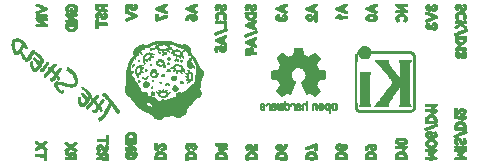
<source format=gbr>
G04 #@! TF.GenerationSoftware,KiCad,Pcbnew,5.1.5-52549c5~84~ubuntu18.04.1*
G04 #@! TF.CreationDate,2020-01-02T10:07:06-07:00*
G04 #@! TF.ProjectId,FeatherWing_KC5,46656174-6865-4725-9769-6e675f4b4335,rev?*
G04 #@! TF.SameCoordinates,Original*
G04 #@! TF.FileFunction,Legend,Bot*
G04 #@! TF.FilePolarity,Positive*
%FSLAX46Y46*%
G04 Gerber Fmt 4.6, Leading zero omitted, Abs format (unit mm)*
G04 Created by KiCad (PCBNEW 5.1.5-52549c5~84~ubuntu18.04.1) date 2020-01-02 10:07:06*
%MOMM*%
%LPD*%
G04 APERTURE LIST*
%ADD10C,0.010000*%
G04 APERTURE END LIST*
D10*
G36*
X147967656Y-93283718D02*
G01*
X147912199Y-93311368D01*
X147863252Y-93362280D01*
X147849771Y-93381138D01*
X147835086Y-93405815D01*
X147825558Y-93432616D01*
X147820107Y-93468387D01*
X147817653Y-93519969D01*
X147817114Y-93588067D01*
X147819548Y-93681388D01*
X147828006Y-93751457D01*
X147844226Y-93803731D01*
X147869946Y-93843669D01*
X147906903Y-93876729D01*
X147909618Y-93878686D01*
X147946040Y-93898708D01*
X147989898Y-93908615D01*
X148045676Y-93911057D01*
X148136352Y-93911057D01*
X148136390Y-93999083D01*
X148137234Y-94048108D01*
X148142376Y-94076865D01*
X148155813Y-94094111D01*
X148181542Y-94108608D01*
X148187721Y-94111569D01*
X148216636Y-94125448D01*
X148239024Y-94134214D01*
X148255671Y-94134971D01*
X148267364Y-94124823D01*
X148274890Y-94100873D01*
X148279034Y-94060226D01*
X148280585Y-93999986D01*
X148280329Y-93917255D01*
X148279051Y-93809139D01*
X148278652Y-93776800D01*
X148277215Y-93665324D01*
X148275928Y-93592403D01*
X148136429Y-93592403D01*
X148135645Y-93654299D01*
X148132160Y-93694797D01*
X148124276Y-93721508D01*
X148110295Y-93742044D01*
X148100803Y-93752060D01*
X148061996Y-93781367D01*
X148027637Y-93783752D01*
X147992184Y-93759550D01*
X147991286Y-93758657D01*
X147976861Y-93739953D01*
X147968087Y-93714532D01*
X147963661Y-93675384D01*
X147962282Y-93615497D01*
X147962257Y-93602230D01*
X147965588Y-93519701D01*
X147976431Y-93462491D01*
X147996060Y-93427566D01*
X148025750Y-93411894D01*
X148042909Y-93410314D01*
X148083634Y-93417726D01*
X148111568Y-93442130D01*
X148128383Y-93486780D01*
X148135750Y-93554930D01*
X148136429Y-93592403D01*
X148275928Y-93592403D01*
X148275692Y-93579045D01*
X148273723Y-93514133D01*
X148270950Y-93466758D01*
X148267012Y-93433090D01*
X148261551Y-93409298D01*
X148254208Y-93391553D01*
X148244623Y-93376024D01*
X148240513Y-93370181D01*
X148185995Y-93314985D01*
X148117064Y-93283690D01*
X148037328Y-93274965D01*
X147967656Y-93283718D01*
G37*
X147967656Y-93283718D02*
X147912199Y-93311368D01*
X147863252Y-93362280D01*
X147849771Y-93381138D01*
X147835086Y-93405815D01*
X147825558Y-93432616D01*
X147820107Y-93468387D01*
X147817653Y-93519969D01*
X147817114Y-93588067D01*
X147819548Y-93681388D01*
X147828006Y-93751457D01*
X147844226Y-93803731D01*
X147869946Y-93843669D01*
X147906903Y-93876729D01*
X147909618Y-93878686D01*
X147946040Y-93898708D01*
X147989898Y-93908615D01*
X148045676Y-93911057D01*
X148136352Y-93911057D01*
X148136390Y-93999083D01*
X148137234Y-94048108D01*
X148142376Y-94076865D01*
X148155813Y-94094111D01*
X148181542Y-94108608D01*
X148187721Y-94111569D01*
X148216636Y-94125448D01*
X148239024Y-94134214D01*
X148255671Y-94134971D01*
X148267364Y-94124823D01*
X148274890Y-94100873D01*
X148279034Y-94060226D01*
X148280585Y-93999986D01*
X148280329Y-93917255D01*
X148279051Y-93809139D01*
X148278652Y-93776800D01*
X148277215Y-93665324D01*
X148275928Y-93592403D01*
X148136429Y-93592403D01*
X148135645Y-93654299D01*
X148132160Y-93694797D01*
X148124276Y-93721508D01*
X148110295Y-93742044D01*
X148100803Y-93752060D01*
X148061996Y-93781367D01*
X148027637Y-93783752D01*
X147992184Y-93759550D01*
X147991286Y-93758657D01*
X147976861Y-93739953D01*
X147968087Y-93714532D01*
X147963661Y-93675384D01*
X147962282Y-93615497D01*
X147962257Y-93602230D01*
X147965588Y-93519701D01*
X147976431Y-93462491D01*
X147996060Y-93427566D01*
X148025750Y-93411894D01*
X148042909Y-93410314D01*
X148083634Y-93417726D01*
X148111568Y-93442130D01*
X148128383Y-93486780D01*
X148135750Y-93554930D01*
X148136429Y-93592403D01*
X148275928Y-93592403D01*
X148275692Y-93579045D01*
X148273723Y-93514133D01*
X148270950Y-93466758D01*
X148267012Y-93433090D01*
X148261551Y-93409298D01*
X148254208Y-93391553D01*
X148244623Y-93376024D01*
X148240513Y-93370181D01*
X148185995Y-93314985D01*
X148117064Y-93283690D01*
X148037328Y-93274965D01*
X147967656Y-93283718D01*
G36*
X146851307Y-93291580D02*
G01*
X146804728Y-93318523D01*
X146772343Y-93345266D01*
X146748658Y-93373284D01*
X146732341Y-93407548D01*
X146722061Y-93453027D01*
X146716486Y-93514692D01*
X146714284Y-93597511D01*
X146714029Y-93657046D01*
X146714029Y-93876191D01*
X146775714Y-93903844D01*
X146837400Y-93931497D01*
X146844657Y-93691470D01*
X146847656Y-93601828D01*
X146850802Y-93536762D01*
X146854699Y-93491826D01*
X146859953Y-93462570D01*
X146867169Y-93444548D01*
X146876950Y-93433311D01*
X146880088Y-93430879D01*
X146927639Y-93411883D01*
X146975703Y-93419400D01*
X147004314Y-93439343D01*
X147015953Y-93453475D01*
X147024009Y-93472020D01*
X147029129Y-93500134D01*
X147031959Y-93542973D01*
X147033144Y-93605695D01*
X147033343Y-93671061D01*
X147033382Y-93753068D01*
X147034786Y-93811116D01*
X147039486Y-93850265D01*
X147049413Y-93875580D01*
X147066497Y-93892123D01*
X147092668Y-93904956D01*
X147127625Y-93918291D01*
X147165804Y-93932807D01*
X147161259Y-93675189D01*
X147159429Y-93582319D01*
X147157288Y-93513689D01*
X147154219Y-93464511D01*
X147149606Y-93429998D01*
X147142832Y-93405362D01*
X147133281Y-93385816D01*
X147121766Y-93368570D01*
X147066210Y-93313480D01*
X146998420Y-93281622D01*
X146924687Y-93273991D01*
X146851307Y-93291580D01*
G37*
X146851307Y-93291580D02*
X146804728Y-93318523D01*
X146772343Y-93345266D01*
X146748658Y-93373284D01*
X146732341Y-93407548D01*
X146722061Y-93453027D01*
X146716486Y-93514692D01*
X146714284Y-93597511D01*
X146714029Y-93657046D01*
X146714029Y-93876191D01*
X146775714Y-93903844D01*
X146837400Y-93931497D01*
X146844657Y-93691470D01*
X146847656Y-93601828D01*
X146850802Y-93536762D01*
X146854699Y-93491826D01*
X146859953Y-93462570D01*
X146867169Y-93444548D01*
X146876950Y-93433311D01*
X146880088Y-93430879D01*
X146927639Y-93411883D01*
X146975703Y-93419400D01*
X147004314Y-93439343D01*
X147015953Y-93453475D01*
X147024009Y-93472020D01*
X147029129Y-93500134D01*
X147031959Y-93542973D01*
X147033144Y-93605695D01*
X147033343Y-93671061D01*
X147033382Y-93753068D01*
X147034786Y-93811116D01*
X147039486Y-93850265D01*
X147049413Y-93875580D01*
X147066497Y-93892123D01*
X147092668Y-93904956D01*
X147127625Y-93918291D01*
X147165804Y-93932807D01*
X147161259Y-93675189D01*
X147159429Y-93582319D01*
X147157288Y-93513689D01*
X147154219Y-93464511D01*
X147149606Y-93429998D01*
X147142832Y-93405362D01*
X147133281Y-93385816D01*
X147121766Y-93368570D01*
X147066210Y-93313480D01*
X146998420Y-93281622D01*
X146924687Y-93273991D01*
X146851307Y-93291580D01*
G36*
X148526285Y-93285762D02*
G01*
X148458255Y-93321533D01*
X148408049Y-93379101D01*
X148390215Y-93416112D01*
X148376337Y-93471682D01*
X148369233Y-93541896D01*
X148368560Y-93618527D01*
X148373973Y-93693352D01*
X148385130Y-93758142D01*
X148401686Y-93804673D01*
X148406774Y-93812687D01*
X148467045Y-93872507D01*
X148538631Y-93908335D01*
X148616308Y-93918820D01*
X148694852Y-93902610D01*
X148716711Y-93892892D01*
X148759278Y-93862943D01*
X148796637Y-93823233D01*
X148800168Y-93818197D01*
X148814519Y-93793924D01*
X148824006Y-93767978D01*
X148829610Y-93733822D01*
X148832314Y-93684919D01*
X148833101Y-93614735D01*
X148833114Y-93599000D01*
X148833078Y-93593992D01*
X148687971Y-93593992D01*
X148687127Y-93660230D01*
X148683804Y-93704186D01*
X148676817Y-93732579D01*
X148664984Y-93752125D01*
X148658943Y-93758657D01*
X148624214Y-93783480D01*
X148590497Y-93782348D01*
X148556405Y-93760816D01*
X148536071Y-93737829D01*
X148524029Y-93704278D01*
X148517266Y-93651369D01*
X148516802Y-93645199D01*
X148515648Y-93549313D01*
X148527712Y-93478099D01*
X148552830Y-93431994D01*
X148590840Y-93411435D01*
X148604408Y-93410314D01*
X148640036Y-93415952D01*
X148664406Y-93435486D01*
X148679307Y-93472842D01*
X148686525Y-93531950D01*
X148687971Y-93593992D01*
X148833078Y-93593992D01*
X148832574Y-93524213D01*
X148830304Y-93471959D01*
X148825332Y-93435749D01*
X148816687Y-93409099D01*
X148803395Y-93385522D01*
X148800457Y-93381138D01*
X148751087Y-93322049D01*
X148697291Y-93287747D01*
X148631798Y-93274131D01*
X148609558Y-93273465D01*
X148526285Y-93285762D01*
G37*
X148526285Y-93285762D02*
X148458255Y-93321533D01*
X148408049Y-93379101D01*
X148390215Y-93416112D01*
X148376337Y-93471682D01*
X148369233Y-93541896D01*
X148368560Y-93618527D01*
X148373973Y-93693352D01*
X148385130Y-93758142D01*
X148401686Y-93804673D01*
X148406774Y-93812687D01*
X148467045Y-93872507D01*
X148538631Y-93908335D01*
X148616308Y-93918820D01*
X148694852Y-93902610D01*
X148716711Y-93892892D01*
X148759278Y-93862943D01*
X148796637Y-93823233D01*
X148800168Y-93818197D01*
X148814519Y-93793924D01*
X148824006Y-93767978D01*
X148829610Y-93733822D01*
X148832314Y-93684919D01*
X148833101Y-93614735D01*
X148833114Y-93599000D01*
X148833078Y-93593992D01*
X148687971Y-93593992D01*
X148687127Y-93660230D01*
X148683804Y-93704186D01*
X148676817Y-93732579D01*
X148664984Y-93752125D01*
X148658943Y-93758657D01*
X148624214Y-93783480D01*
X148590497Y-93782348D01*
X148556405Y-93760816D01*
X148536071Y-93737829D01*
X148524029Y-93704278D01*
X148517266Y-93651369D01*
X148516802Y-93645199D01*
X148515648Y-93549313D01*
X148527712Y-93478099D01*
X148552830Y-93431994D01*
X148590840Y-93411435D01*
X148604408Y-93410314D01*
X148640036Y-93415952D01*
X148664406Y-93435486D01*
X148679307Y-93472842D01*
X148686525Y-93531950D01*
X148687971Y-93593992D01*
X148833078Y-93593992D01*
X148832574Y-93524213D01*
X148830304Y-93471959D01*
X148825332Y-93435749D01*
X148816687Y-93409099D01*
X148803395Y-93385522D01*
X148800457Y-93381138D01*
X148751087Y-93322049D01*
X148697291Y-93287747D01*
X148631798Y-93274131D01*
X148609558Y-93273465D01*
X148526285Y-93285762D01*
G36*
X147399097Y-93295039D02*
G01*
X147341873Y-93333535D01*
X147297651Y-93389135D01*
X147271233Y-93459886D01*
X147265890Y-93511962D01*
X147266497Y-93533693D01*
X147271578Y-93550331D01*
X147285545Y-93565237D01*
X147312811Y-93581773D01*
X147357788Y-93603298D01*
X147424889Y-93633174D01*
X147425229Y-93633324D01*
X147486993Y-93661613D01*
X147537641Y-93686733D01*
X147571996Y-93705979D01*
X147584882Y-93716648D01*
X147584886Y-93716734D01*
X147573528Y-93739966D01*
X147546969Y-93765574D01*
X147516477Y-93784021D01*
X147501030Y-93787686D01*
X147458885Y-93775012D01*
X147422592Y-93743271D01*
X147404883Y-93708372D01*
X147387848Y-93682645D01*
X147354478Y-93653346D01*
X147315251Y-93628035D01*
X147280644Y-93614271D01*
X147273407Y-93613514D01*
X147265261Y-93625960D01*
X147264770Y-93657772D01*
X147270757Y-93700666D01*
X147282043Y-93746358D01*
X147297450Y-93786561D01*
X147298229Y-93788122D01*
X147344596Y-93852862D01*
X147404689Y-93896897D01*
X147472935Y-93918511D01*
X147543762Y-93915985D01*
X147611596Y-93887604D01*
X147614612Y-93885608D01*
X147667973Y-93837248D01*
X147703060Y-93774152D01*
X147722478Y-93691187D01*
X147725084Y-93667878D01*
X147729699Y-93557855D01*
X147724167Y-93506548D01*
X147584886Y-93506548D01*
X147583076Y-93538553D01*
X147573178Y-93547893D01*
X147548502Y-93540905D01*
X147509605Y-93524387D01*
X147466125Y-93503681D01*
X147465044Y-93503133D01*
X147428191Y-93483749D01*
X147413400Y-93470813D01*
X147417047Y-93457251D01*
X147432405Y-93439432D01*
X147471477Y-93413645D01*
X147513554Y-93411750D01*
X147551297Y-93430517D01*
X147577366Y-93466715D01*
X147584886Y-93506548D01*
X147724167Y-93506548D01*
X147720206Y-93469827D01*
X147695850Y-93400012D01*
X147661944Y-93351102D01*
X147600747Y-93301678D01*
X147533337Y-93277159D01*
X147464520Y-93275597D01*
X147399097Y-93295039D01*
G37*
X147399097Y-93295039D02*
X147341873Y-93333535D01*
X147297651Y-93389135D01*
X147271233Y-93459886D01*
X147265890Y-93511962D01*
X147266497Y-93533693D01*
X147271578Y-93550331D01*
X147285545Y-93565237D01*
X147312811Y-93581773D01*
X147357788Y-93603298D01*
X147424889Y-93633174D01*
X147425229Y-93633324D01*
X147486993Y-93661613D01*
X147537641Y-93686733D01*
X147571996Y-93705979D01*
X147584882Y-93716648D01*
X147584886Y-93716734D01*
X147573528Y-93739966D01*
X147546969Y-93765574D01*
X147516477Y-93784021D01*
X147501030Y-93787686D01*
X147458885Y-93775012D01*
X147422592Y-93743271D01*
X147404883Y-93708372D01*
X147387848Y-93682645D01*
X147354478Y-93653346D01*
X147315251Y-93628035D01*
X147280644Y-93614271D01*
X147273407Y-93613514D01*
X147265261Y-93625960D01*
X147264770Y-93657772D01*
X147270757Y-93700666D01*
X147282043Y-93746358D01*
X147297450Y-93786561D01*
X147298229Y-93788122D01*
X147344596Y-93852862D01*
X147404689Y-93896897D01*
X147472935Y-93918511D01*
X147543762Y-93915985D01*
X147611596Y-93887604D01*
X147614612Y-93885608D01*
X147667973Y-93837248D01*
X147703060Y-93774152D01*
X147722478Y-93691187D01*
X147725084Y-93667878D01*
X147729699Y-93557855D01*
X147724167Y-93506548D01*
X147584886Y-93506548D01*
X147583076Y-93538553D01*
X147573178Y-93547893D01*
X147548502Y-93540905D01*
X147509605Y-93524387D01*
X147466125Y-93503681D01*
X147465044Y-93503133D01*
X147428191Y-93483749D01*
X147413400Y-93470813D01*
X147417047Y-93457251D01*
X147432405Y-93439432D01*
X147471477Y-93413645D01*
X147513554Y-93411750D01*
X147551297Y-93430517D01*
X147577366Y-93466715D01*
X147584886Y-93506548D01*
X147724167Y-93506548D01*
X147720206Y-93469827D01*
X147695850Y-93400012D01*
X147661944Y-93351102D01*
X147600747Y-93301678D01*
X147533337Y-93277159D01*
X147464520Y-93275597D01*
X147399097Y-93295039D01*
G36*
X146191514Y-93215089D02*
G01*
X146187261Y-93274413D01*
X146182375Y-93309372D01*
X146175605Y-93324620D01*
X146165698Y-93324815D01*
X146162486Y-93322995D01*
X146119756Y-93309815D01*
X146064173Y-93310585D01*
X146007663Y-93324133D01*
X145972318Y-93341661D01*
X145936079Y-93369661D01*
X145909587Y-93401349D01*
X145891401Y-93441613D01*
X145880078Y-93495343D01*
X145874178Y-93567426D01*
X145872257Y-93662751D01*
X145872223Y-93681037D01*
X145872200Y-93886446D01*
X145917909Y-93902380D01*
X145950373Y-93913220D01*
X145968185Y-93918268D01*
X145968709Y-93918314D01*
X145970463Y-93904628D01*
X145971956Y-93866876D01*
X145973074Y-93810024D01*
X145973703Y-93739034D01*
X145973800Y-93695873D01*
X145974002Y-93610773D01*
X145975042Y-93549781D01*
X145977569Y-93507977D01*
X145982236Y-93480442D01*
X145989693Y-93462256D01*
X146000589Y-93448498D01*
X146007393Y-93441873D01*
X146054128Y-93415175D01*
X146105128Y-93413175D01*
X146151399Y-93435755D01*
X146159956Y-93443907D01*
X146172507Y-93459236D01*
X146181212Y-93477418D01*
X146186769Y-93503709D01*
X146189874Y-93543362D01*
X146191224Y-93601632D01*
X146191514Y-93681973D01*
X146191514Y-93886446D01*
X146237223Y-93902380D01*
X146269687Y-93913220D01*
X146287499Y-93918268D01*
X146288023Y-93918314D01*
X146289363Y-93904423D01*
X146290572Y-93865239D01*
X146291599Y-93804500D01*
X146292398Y-93725941D01*
X146292919Y-93633298D01*
X146293114Y-93530309D01*
X146293114Y-93133142D01*
X146245943Y-93113244D01*
X146198771Y-93093347D01*
X146191514Y-93215089D01*
G37*
X146191514Y-93215089D02*
X146187261Y-93274413D01*
X146182375Y-93309372D01*
X146175605Y-93324620D01*
X146165698Y-93324815D01*
X146162486Y-93322995D01*
X146119756Y-93309815D01*
X146064173Y-93310585D01*
X146007663Y-93324133D01*
X145972318Y-93341661D01*
X145936079Y-93369661D01*
X145909587Y-93401349D01*
X145891401Y-93441613D01*
X145880078Y-93495343D01*
X145874178Y-93567426D01*
X145872257Y-93662751D01*
X145872223Y-93681037D01*
X145872200Y-93886446D01*
X145917909Y-93902380D01*
X145950373Y-93913220D01*
X145968185Y-93918268D01*
X145968709Y-93918314D01*
X145970463Y-93904628D01*
X145971956Y-93866876D01*
X145973074Y-93810024D01*
X145973703Y-93739034D01*
X145973800Y-93695873D01*
X145974002Y-93610773D01*
X145975042Y-93549781D01*
X145977569Y-93507977D01*
X145982236Y-93480442D01*
X145989693Y-93462256D01*
X146000589Y-93448498D01*
X146007393Y-93441873D01*
X146054128Y-93415175D01*
X146105128Y-93413175D01*
X146151399Y-93435755D01*
X146159956Y-93443907D01*
X146172507Y-93459236D01*
X146181212Y-93477418D01*
X146186769Y-93503709D01*
X146189874Y-93543362D01*
X146191224Y-93601632D01*
X146191514Y-93681973D01*
X146191514Y-93886446D01*
X146237223Y-93902380D01*
X146269687Y-93913220D01*
X146287499Y-93918268D01*
X146288023Y-93918314D01*
X146289363Y-93904423D01*
X146290572Y-93865239D01*
X146291599Y-93804500D01*
X146292398Y-93725941D01*
X146292919Y-93633298D01*
X146293114Y-93530309D01*
X146293114Y-93133142D01*
X146245943Y-93113244D01*
X146198771Y-93093347D01*
X146191514Y-93215089D01*
G36*
X145527656Y-93314768D02*
G01*
X145470784Y-93335887D01*
X145470133Y-93336293D01*
X145434960Y-93362180D01*
X145408993Y-93392433D01*
X145390730Y-93431858D01*
X145378668Y-93485262D01*
X145371304Y-93557451D01*
X145367136Y-93653232D01*
X145366771Y-93666878D01*
X145361524Y-93872642D01*
X145405684Y-93895478D01*
X145437637Y-93910910D01*
X145456930Y-93918223D01*
X145457822Y-93918314D01*
X145461161Y-93904822D01*
X145463813Y-93868426D01*
X145465444Y-93815252D01*
X145465800Y-93772193D01*
X145465808Y-93702441D01*
X145468997Y-93658637D01*
X145480112Y-93637744D01*
X145503899Y-93636725D01*
X145545104Y-93652541D01*
X145607314Y-93681615D01*
X145653059Y-93705763D01*
X145676587Y-93726713D01*
X145683504Y-93749547D01*
X145683514Y-93750677D01*
X145672101Y-93790012D01*
X145638308Y-93811262D01*
X145586591Y-93814339D01*
X145549339Y-93813806D01*
X145529697Y-93824535D01*
X145517448Y-93850305D01*
X145510398Y-93883137D01*
X145520558Y-93901766D01*
X145524383Y-93904432D01*
X145560399Y-93915140D01*
X145610834Y-93916656D01*
X145662774Y-93909559D01*
X145699578Y-93896588D01*
X145750462Y-93853385D01*
X145779386Y-93793246D01*
X145785114Y-93746262D01*
X145780743Y-93703882D01*
X145764925Y-93669288D01*
X145733603Y-93638563D01*
X145682722Y-93607790D01*
X145608224Y-93573052D01*
X145603686Y-93571088D01*
X145536579Y-93540087D01*
X145495168Y-93514662D01*
X145477419Y-93491814D01*
X145481293Y-93468545D01*
X145504757Y-93441856D01*
X145511773Y-93435714D01*
X145558770Y-93411900D01*
X145607467Y-93412903D01*
X145649878Y-93436251D01*
X145678016Y-93479475D01*
X145680631Y-93487960D01*
X145706092Y-93529108D01*
X145738399Y-93548928D01*
X145785114Y-93568570D01*
X145785114Y-93517750D01*
X145770904Y-93443882D01*
X145728725Y-93376127D01*
X145706776Y-93353461D01*
X145656883Y-93324369D01*
X145593433Y-93311200D01*
X145527656Y-93314768D01*
G37*
X145527656Y-93314768D02*
X145470784Y-93335887D01*
X145470133Y-93336293D01*
X145434960Y-93362180D01*
X145408993Y-93392433D01*
X145390730Y-93431858D01*
X145378668Y-93485262D01*
X145371304Y-93557451D01*
X145367136Y-93653232D01*
X145366771Y-93666878D01*
X145361524Y-93872642D01*
X145405684Y-93895478D01*
X145437637Y-93910910D01*
X145456930Y-93918223D01*
X145457822Y-93918314D01*
X145461161Y-93904822D01*
X145463813Y-93868426D01*
X145465444Y-93815252D01*
X145465800Y-93772193D01*
X145465808Y-93702441D01*
X145468997Y-93658637D01*
X145480112Y-93637744D01*
X145503899Y-93636725D01*
X145545104Y-93652541D01*
X145607314Y-93681615D01*
X145653059Y-93705763D01*
X145676587Y-93726713D01*
X145683504Y-93749547D01*
X145683514Y-93750677D01*
X145672101Y-93790012D01*
X145638308Y-93811262D01*
X145586591Y-93814339D01*
X145549339Y-93813806D01*
X145529697Y-93824535D01*
X145517448Y-93850305D01*
X145510398Y-93883137D01*
X145520558Y-93901766D01*
X145524383Y-93904432D01*
X145560399Y-93915140D01*
X145610834Y-93916656D01*
X145662774Y-93909559D01*
X145699578Y-93896588D01*
X145750462Y-93853385D01*
X145779386Y-93793246D01*
X145785114Y-93746262D01*
X145780743Y-93703882D01*
X145764925Y-93669288D01*
X145733603Y-93638563D01*
X145682722Y-93607790D01*
X145608224Y-93573052D01*
X145603686Y-93571088D01*
X145536579Y-93540087D01*
X145495168Y-93514662D01*
X145477419Y-93491814D01*
X145481293Y-93468545D01*
X145504757Y-93441856D01*
X145511773Y-93435714D01*
X145558770Y-93411900D01*
X145607467Y-93412903D01*
X145649878Y-93436251D01*
X145678016Y-93479475D01*
X145680631Y-93487960D01*
X145706092Y-93529108D01*
X145738399Y-93548928D01*
X145785114Y-93568570D01*
X145785114Y-93517750D01*
X145770904Y-93443882D01*
X145728725Y-93376127D01*
X145706776Y-93353461D01*
X145656883Y-93324369D01*
X145593433Y-93311200D01*
X145527656Y-93314768D01*
G36*
X145037474Y-93313555D02*
G01*
X144971542Y-93337884D01*
X144918127Y-93380917D01*
X144897236Y-93411209D01*
X144874461Y-93466794D01*
X144874934Y-93506986D01*
X144898838Y-93534017D01*
X144907683Y-93538613D01*
X144945870Y-93552944D01*
X144965372Y-93549272D01*
X144971978Y-93525207D01*
X144972314Y-93511914D01*
X144984408Y-93463010D01*
X145015929Y-93428799D01*
X145059741Y-93412276D01*
X145108705Y-93416434D01*
X145148506Y-93438027D01*
X145161950Y-93450344D01*
X145171479Y-93465287D01*
X145177915Y-93487875D01*
X145182083Y-93523128D01*
X145184803Y-93576066D01*
X145186898Y-93651707D01*
X145187440Y-93675657D01*
X145189419Y-93757590D01*
X145191669Y-93815255D01*
X145195043Y-93853408D01*
X145200394Y-93876804D01*
X145208576Y-93890198D01*
X145220441Y-93898345D01*
X145228038Y-93901944D01*
X145260298Y-93914252D01*
X145279289Y-93918314D01*
X145285564Y-93904748D01*
X145289394Y-93863734D01*
X145290800Y-93794799D01*
X145289802Y-93697469D01*
X145289492Y-93682457D01*
X145287299Y-93593659D01*
X145284707Y-93528819D01*
X145281018Y-93482867D01*
X145275536Y-93450735D01*
X145267565Y-93427353D01*
X145256407Y-93407652D01*
X145250570Y-93399210D01*
X145217104Y-93361857D01*
X145179673Y-93332803D01*
X145175091Y-93330267D01*
X145107974Y-93310243D01*
X145037474Y-93313555D01*
G37*
X145037474Y-93313555D02*
X144971542Y-93337884D01*
X144918127Y-93380917D01*
X144897236Y-93411209D01*
X144874461Y-93466794D01*
X144874934Y-93506986D01*
X144898838Y-93534017D01*
X144907683Y-93538613D01*
X144945870Y-93552944D01*
X144965372Y-93549272D01*
X144971978Y-93525207D01*
X144972314Y-93511914D01*
X144984408Y-93463010D01*
X145015929Y-93428799D01*
X145059741Y-93412276D01*
X145108705Y-93416434D01*
X145148506Y-93438027D01*
X145161950Y-93450344D01*
X145171479Y-93465287D01*
X145177915Y-93487875D01*
X145182083Y-93523128D01*
X145184803Y-93576066D01*
X145186898Y-93651707D01*
X145187440Y-93675657D01*
X145189419Y-93757590D01*
X145191669Y-93815255D01*
X145195043Y-93853408D01*
X145200394Y-93876804D01*
X145208576Y-93890198D01*
X145220441Y-93898345D01*
X145228038Y-93901944D01*
X145260298Y-93914252D01*
X145279289Y-93918314D01*
X145285564Y-93904748D01*
X145289394Y-93863734D01*
X145290800Y-93794799D01*
X145289802Y-93697469D01*
X145289492Y-93682457D01*
X145287299Y-93593659D01*
X145284707Y-93528819D01*
X145281018Y-93482867D01*
X145275536Y-93450735D01*
X145267565Y-93427353D01*
X145256407Y-93407652D01*
X145250570Y-93399210D01*
X145217104Y-93361857D01*
X145179673Y-93332803D01*
X145175091Y-93330267D01*
X145107974Y-93310243D01*
X145037474Y-93313555D01*
G36*
X144377283Y-93429158D02*
G01*
X144377467Y-93537637D01*
X144378181Y-93621087D01*
X144379725Y-93683504D01*
X144382399Y-93728885D01*
X144386506Y-93761229D01*
X144392345Y-93784533D01*
X144400218Y-93802795D01*
X144406179Y-93813218D01*
X144455545Y-93869745D01*
X144518136Y-93905177D01*
X144587387Y-93917890D01*
X144656732Y-93906263D01*
X144698025Y-93885368D01*
X144741375Y-93849222D01*
X144770919Y-93805076D01*
X144788745Y-93747262D01*
X144796937Y-93670113D01*
X144798098Y-93613514D01*
X144797942Y-93609447D01*
X144696543Y-93609447D01*
X144695924Y-93674350D01*
X144693086Y-93717314D01*
X144686560Y-93745422D01*
X144674877Y-93765753D01*
X144660917Y-93781088D01*
X144614035Y-93810690D01*
X144563699Y-93813219D01*
X144516124Y-93788505D01*
X144512421Y-93785156D01*
X144496617Y-93767735D01*
X144486707Y-93747009D01*
X144481342Y-93716162D01*
X144479172Y-93668377D01*
X144478829Y-93615548D01*
X144479573Y-93549181D01*
X144482652Y-93504906D01*
X144489339Y-93475809D01*
X144500904Y-93454973D01*
X144510387Y-93443907D01*
X144554440Y-93415998D01*
X144605176Y-93412643D01*
X144653604Y-93433959D01*
X144662950Y-93441873D01*
X144678860Y-93459447D01*
X144688790Y-93480387D01*
X144694122Y-93511582D01*
X144696237Y-93559922D01*
X144696543Y-93609447D01*
X144797942Y-93609447D01*
X144794590Y-93522368D01*
X144782674Y-93453886D01*
X144760265Y-93402400D01*
X144725276Y-93362243D01*
X144698025Y-93341661D01*
X144648493Y-93319425D01*
X144591084Y-93309104D01*
X144537718Y-93311867D01*
X144507857Y-93323012D01*
X144496139Y-93326183D01*
X144488363Y-93314357D01*
X144482935Y-93282666D01*
X144478829Y-93234393D01*
X144474333Y-93180629D01*
X144468087Y-93148282D01*
X144456724Y-93129785D01*
X144436872Y-93117570D01*
X144424400Y-93112162D01*
X144377229Y-93092401D01*
X144377283Y-93429158D01*
G37*
X144377283Y-93429158D02*
X144377467Y-93537637D01*
X144378181Y-93621087D01*
X144379725Y-93683504D01*
X144382399Y-93728885D01*
X144386506Y-93761229D01*
X144392345Y-93784533D01*
X144400218Y-93802795D01*
X144406179Y-93813218D01*
X144455545Y-93869745D01*
X144518136Y-93905177D01*
X144587387Y-93917890D01*
X144656732Y-93906263D01*
X144698025Y-93885368D01*
X144741375Y-93849222D01*
X144770919Y-93805076D01*
X144788745Y-93747262D01*
X144796937Y-93670113D01*
X144798098Y-93613514D01*
X144797942Y-93609447D01*
X144696543Y-93609447D01*
X144695924Y-93674350D01*
X144693086Y-93717314D01*
X144686560Y-93745422D01*
X144674877Y-93765753D01*
X144660917Y-93781088D01*
X144614035Y-93810690D01*
X144563699Y-93813219D01*
X144516124Y-93788505D01*
X144512421Y-93785156D01*
X144496617Y-93767735D01*
X144486707Y-93747009D01*
X144481342Y-93716162D01*
X144479172Y-93668377D01*
X144478829Y-93615548D01*
X144479573Y-93549181D01*
X144482652Y-93504906D01*
X144489339Y-93475809D01*
X144500904Y-93454973D01*
X144510387Y-93443907D01*
X144554440Y-93415998D01*
X144605176Y-93412643D01*
X144653604Y-93433959D01*
X144662950Y-93441873D01*
X144678860Y-93459447D01*
X144688790Y-93480387D01*
X144694122Y-93511582D01*
X144696237Y-93559922D01*
X144696543Y-93609447D01*
X144797942Y-93609447D01*
X144794590Y-93522368D01*
X144782674Y-93453886D01*
X144760265Y-93402400D01*
X144725276Y-93362243D01*
X144698025Y-93341661D01*
X144648493Y-93319425D01*
X144591084Y-93309104D01*
X144537718Y-93311867D01*
X144507857Y-93323012D01*
X144496139Y-93326183D01*
X144488363Y-93314357D01*
X144482935Y-93282666D01*
X144478829Y-93234393D01*
X144474333Y-93180629D01*
X144468087Y-93148282D01*
X144456724Y-93129785D01*
X144436872Y-93117570D01*
X144424400Y-93112162D01*
X144377229Y-93092401D01*
X144377283Y-93429158D01*
G36*
X143787567Y-93322463D02*
G01*
X143785352Y-93360650D01*
X143783616Y-93418686D01*
X143782501Y-93491980D01*
X143782143Y-93568855D01*
X143782143Y-93828996D01*
X143828074Y-93874927D01*
X143859725Y-93903229D01*
X143887510Y-93914693D01*
X143925485Y-93913968D01*
X143940560Y-93912121D01*
X143987674Y-93906748D01*
X144026644Y-93903669D01*
X144036143Y-93903385D01*
X144068167Y-93905245D01*
X144113968Y-93909914D01*
X144131726Y-93912121D01*
X144175343Y-93915535D01*
X144204655Y-93908120D01*
X144233720Y-93885227D01*
X144244212Y-93874927D01*
X144290143Y-93828996D01*
X144290143Y-93342402D01*
X144253174Y-93325558D01*
X144221341Y-93313082D01*
X144202717Y-93308714D01*
X144197942Y-93322518D01*
X144193479Y-93361086D01*
X144189625Y-93420156D01*
X144186678Y-93495463D01*
X144185257Y-93559086D01*
X144181286Y-93809457D01*
X144146641Y-93814356D01*
X144115132Y-93810931D01*
X144099692Y-93799841D01*
X144095377Y-93779108D01*
X144091692Y-93734945D01*
X144088931Y-93672946D01*
X144087388Y-93598709D01*
X144087165Y-93560506D01*
X144086943Y-93340583D01*
X144041234Y-93324649D01*
X144008882Y-93313815D01*
X143991285Y-93308762D01*
X143990777Y-93308714D01*
X143989012Y-93322448D01*
X143987071Y-93360530D01*
X143985118Y-93418282D01*
X143983316Y-93491027D01*
X143982057Y-93559086D01*
X143978086Y-93809457D01*
X143891000Y-93809457D01*
X143887004Y-93581040D01*
X143883008Y-93352622D01*
X143840553Y-93330668D01*
X143809208Y-93315593D01*
X143790656Y-93308751D01*
X143790121Y-93308714D01*
X143787567Y-93322463D01*
G37*
X143787567Y-93322463D02*
X143785352Y-93360650D01*
X143783616Y-93418686D01*
X143782501Y-93491980D01*
X143782143Y-93568855D01*
X143782143Y-93828996D01*
X143828074Y-93874927D01*
X143859725Y-93903229D01*
X143887510Y-93914693D01*
X143925485Y-93913968D01*
X143940560Y-93912121D01*
X143987674Y-93906748D01*
X144026644Y-93903669D01*
X144036143Y-93903385D01*
X144068167Y-93905245D01*
X144113968Y-93909914D01*
X144131726Y-93912121D01*
X144175343Y-93915535D01*
X144204655Y-93908120D01*
X144233720Y-93885227D01*
X144244212Y-93874927D01*
X144290143Y-93828996D01*
X144290143Y-93342402D01*
X144253174Y-93325558D01*
X144221341Y-93313082D01*
X144202717Y-93308714D01*
X144197942Y-93322518D01*
X144193479Y-93361086D01*
X144189625Y-93420156D01*
X144186678Y-93495463D01*
X144185257Y-93559086D01*
X144181286Y-93809457D01*
X144146641Y-93814356D01*
X144115132Y-93810931D01*
X144099692Y-93799841D01*
X144095377Y-93779108D01*
X144091692Y-93734945D01*
X144088931Y-93672946D01*
X144087388Y-93598709D01*
X144087165Y-93560506D01*
X144086943Y-93340583D01*
X144041234Y-93324649D01*
X144008882Y-93313815D01*
X143991285Y-93308762D01*
X143990777Y-93308714D01*
X143989012Y-93322448D01*
X143987071Y-93360530D01*
X143985118Y-93418282D01*
X143983316Y-93491027D01*
X143982057Y-93559086D01*
X143978086Y-93809457D01*
X143891000Y-93809457D01*
X143887004Y-93581040D01*
X143883008Y-93352622D01*
X143840553Y-93330668D01*
X143809208Y-93315593D01*
X143790656Y-93308751D01*
X143790121Y-93308714D01*
X143787567Y-93322463D01*
G36*
X143422524Y-93320135D02*
G01*
X143380733Y-93339144D01*
X143347931Y-93362178D01*
X143323897Y-93387933D01*
X143307303Y-93421158D01*
X143296823Y-93466600D01*
X143291129Y-93529007D01*
X143288893Y-93613127D01*
X143288657Y-93668521D01*
X143288657Y-93884626D01*
X143325626Y-93901470D01*
X143354744Y-93913781D01*
X143369169Y-93918314D01*
X143371928Y-93904825D01*
X143374118Y-93868453D01*
X143375458Y-93815342D01*
X143375743Y-93773172D01*
X143376966Y-93712247D01*
X143380264Y-93663915D01*
X143385079Y-93634318D01*
X143388904Y-93628029D01*
X143414617Y-93634452D01*
X143454982Y-93650925D01*
X143501721Y-93673258D01*
X143546555Y-93697257D01*
X143581207Y-93718730D01*
X143597398Y-93733485D01*
X143597462Y-93733645D01*
X143596070Y-93760952D01*
X143583582Y-93787019D01*
X143561657Y-93808192D01*
X143529657Y-93815274D01*
X143502308Y-93814449D01*
X143463574Y-93813842D01*
X143443242Y-93822916D01*
X143431031Y-93846892D01*
X143429491Y-93851413D01*
X143424197Y-93885606D01*
X143438353Y-93906368D01*
X143475252Y-93916262D01*
X143515111Y-93918092D01*
X143586838Y-93904527D01*
X143623968Y-93885155D01*
X143669824Y-93839645D01*
X143694144Y-93783783D01*
X143696327Y-93724757D01*
X143675771Y-93669753D01*
X143644851Y-93635286D01*
X143613980Y-93615989D01*
X143565458Y-93591559D01*
X143508915Y-93566785D01*
X143499490Y-93562999D01*
X143437381Y-93535591D01*
X143401578Y-93511434D01*
X143390063Y-93487419D01*
X143400820Y-93460435D01*
X143419286Y-93439343D01*
X143462931Y-93413372D01*
X143510954Y-93411424D01*
X143554994Y-93431437D01*
X143586691Y-93471351D01*
X143590851Y-93481648D01*
X143615073Y-93519524D01*
X143650435Y-93547642D01*
X143695057Y-93570717D01*
X143695057Y-93505285D01*
X143692431Y-93465306D01*
X143681170Y-93433797D01*
X143656201Y-93400178D01*
X143632231Y-93374284D01*
X143594959Y-93337617D01*
X143565999Y-93317921D01*
X143534895Y-93310020D01*
X143499687Y-93308714D01*
X143422524Y-93320135D01*
G37*
X143422524Y-93320135D02*
X143380733Y-93339144D01*
X143347931Y-93362178D01*
X143323897Y-93387933D01*
X143307303Y-93421158D01*
X143296823Y-93466600D01*
X143291129Y-93529007D01*
X143288893Y-93613127D01*
X143288657Y-93668521D01*
X143288657Y-93884626D01*
X143325626Y-93901470D01*
X143354744Y-93913781D01*
X143369169Y-93918314D01*
X143371928Y-93904825D01*
X143374118Y-93868453D01*
X143375458Y-93815342D01*
X143375743Y-93773172D01*
X143376966Y-93712247D01*
X143380264Y-93663915D01*
X143385079Y-93634318D01*
X143388904Y-93628029D01*
X143414617Y-93634452D01*
X143454982Y-93650925D01*
X143501721Y-93673258D01*
X143546555Y-93697257D01*
X143581207Y-93718730D01*
X143597398Y-93733485D01*
X143597462Y-93733645D01*
X143596070Y-93760952D01*
X143583582Y-93787019D01*
X143561657Y-93808192D01*
X143529657Y-93815274D01*
X143502308Y-93814449D01*
X143463574Y-93813842D01*
X143443242Y-93822916D01*
X143431031Y-93846892D01*
X143429491Y-93851413D01*
X143424197Y-93885606D01*
X143438353Y-93906368D01*
X143475252Y-93916262D01*
X143515111Y-93918092D01*
X143586838Y-93904527D01*
X143623968Y-93885155D01*
X143669824Y-93839645D01*
X143694144Y-93783783D01*
X143696327Y-93724757D01*
X143675771Y-93669753D01*
X143644851Y-93635286D01*
X143613980Y-93615989D01*
X143565458Y-93591559D01*
X143508915Y-93566785D01*
X143499490Y-93562999D01*
X143437381Y-93535591D01*
X143401578Y-93511434D01*
X143390063Y-93487419D01*
X143400820Y-93460435D01*
X143419286Y-93439343D01*
X143462931Y-93413372D01*
X143510954Y-93411424D01*
X143554994Y-93431437D01*
X143586691Y-93471351D01*
X143590851Y-93481648D01*
X143615073Y-93519524D01*
X143650435Y-93547642D01*
X143695057Y-93570717D01*
X143695057Y-93505285D01*
X143692431Y-93465306D01*
X143681170Y-93433797D01*
X143656201Y-93400178D01*
X143632231Y-93374284D01*
X143594959Y-93337617D01*
X143565999Y-93317921D01*
X143534895Y-93310020D01*
X143499687Y-93308714D01*
X143422524Y-93320135D01*
G36*
X142914800Y-93322552D02*
G01*
X142897452Y-93330134D01*
X142856044Y-93362928D01*
X142820635Y-93410347D01*
X142798736Y-93460951D01*
X142795171Y-93485898D01*
X142807121Y-93520727D01*
X142833333Y-93539157D01*
X142861436Y-93550316D01*
X142874305Y-93552372D01*
X142880571Y-93537449D01*
X142892944Y-93504975D01*
X142898372Y-93490302D01*
X142928810Y-93439544D01*
X142972880Y-93414227D01*
X143029390Y-93415006D01*
X143033575Y-93416003D01*
X143063745Y-93430307D01*
X143085924Y-93458193D01*
X143101073Y-93503087D01*
X143110150Y-93568415D01*
X143114114Y-93657604D01*
X143114486Y-93705061D01*
X143114670Y-93779871D01*
X143115878Y-93830869D01*
X143119091Y-93863271D01*
X143125291Y-93882295D01*
X143135460Y-93893156D01*
X143150581Y-93901072D01*
X143151454Y-93901470D01*
X143180572Y-93913781D01*
X143194997Y-93918314D01*
X143197214Y-93904609D01*
X143199111Y-93866725D01*
X143200553Y-93809515D01*
X143201402Y-93737827D01*
X143201571Y-93685365D01*
X143200708Y-93583847D01*
X143197330Y-93506832D01*
X143190258Y-93449823D01*
X143178312Y-93408326D01*
X143160310Y-93377843D01*
X143135073Y-93353880D01*
X143110153Y-93337155D01*
X143050229Y-93314897D01*
X142980489Y-93309876D01*
X142914800Y-93322552D01*
G37*
X142914800Y-93322552D02*
X142897452Y-93330134D01*
X142856044Y-93362928D01*
X142820635Y-93410347D01*
X142798736Y-93460951D01*
X142795171Y-93485898D01*
X142807121Y-93520727D01*
X142833333Y-93539157D01*
X142861436Y-93550316D01*
X142874305Y-93552372D01*
X142880571Y-93537449D01*
X142892944Y-93504975D01*
X142898372Y-93490302D01*
X142928810Y-93439544D01*
X142972880Y-93414227D01*
X143029390Y-93415006D01*
X143033575Y-93416003D01*
X143063745Y-93430307D01*
X143085924Y-93458193D01*
X143101073Y-93503087D01*
X143110150Y-93568415D01*
X143114114Y-93657604D01*
X143114486Y-93705061D01*
X143114670Y-93779871D01*
X143115878Y-93830869D01*
X143119091Y-93863271D01*
X143125291Y-93882295D01*
X143135460Y-93893156D01*
X143150581Y-93901072D01*
X143151454Y-93901470D01*
X143180572Y-93913781D01*
X143194997Y-93918314D01*
X143197214Y-93904609D01*
X143199111Y-93866725D01*
X143200553Y-93809515D01*
X143201402Y-93737827D01*
X143201571Y-93685365D01*
X143200708Y-93583847D01*
X143197330Y-93506832D01*
X143190258Y-93449823D01*
X143178312Y-93408326D01*
X143160310Y-93377843D01*
X143135073Y-93353880D01*
X143110153Y-93337155D01*
X143050229Y-93314897D01*
X142980489Y-93309876D01*
X142914800Y-93322552D01*
G36*
X142413805Y-93330766D02*
G01*
X142356379Y-93368297D01*
X142328681Y-93401896D01*
X142306738Y-93462864D01*
X142304995Y-93511108D01*
X142308943Y-93575616D01*
X142457714Y-93640734D01*
X142530051Y-93674002D01*
X142577316Y-93700764D01*
X142601893Y-93723944D01*
X142606163Y-93746467D01*
X142592511Y-93771255D01*
X142577457Y-93787686D01*
X142533654Y-93814035D01*
X142486011Y-93815881D01*
X142442255Y-93795346D01*
X142410111Y-93754552D01*
X142404362Y-93740147D01*
X142376824Y-93695156D01*
X142345142Y-93675982D01*
X142301686Y-93659579D01*
X142301686Y-93721766D01*
X142305528Y-93764083D01*
X142320577Y-93799769D01*
X142352120Y-93840743D01*
X142356808Y-93846067D01*
X142391894Y-93882520D01*
X142422053Y-93902083D01*
X142459785Y-93911083D01*
X142491065Y-93914030D01*
X142547015Y-93914765D01*
X142586845Y-93905460D01*
X142611692Y-93891646D01*
X142650744Y-93861267D01*
X142677775Y-93828413D01*
X142694883Y-93787094D01*
X142704162Y-93731321D01*
X142707707Y-93655105D01*
X142707990Y-93616422D01*
X142707028Y-93570047D01*
X142619393Y-93570047D01*
X142618377Y-93594926D01*
X142615844Y-93599000D01*
X142599126Y-93593465D01*
X142563151Y-93578817D01*
X142515069Y-93557990D01*
X142505014Y-93553514D01*
X142444248Y-93522614D01*
X142410768Y-93495457D01*
X142403410Y-93470020D01*
X142421009Y-93444281D01*
X142435544Y-93432909D01*
X142487990Y-93410164D01*
X142537078Y-93413922D01*
X142578173Y-93441684D01*
X142606642Y-93490952D01*
X142615769Y-93530057D01*
X142619393Y-93570047D01*
X142707028Y-93570047D01*
X142706115Y-93526049D01*
X142699204Y-93459184D01*
X142685516Y-93410495D01*
X142663304Y-93374649D01*
X142630826Y-93346313D01*
X142616667Y-93337155D01*
X142552347Y-93313307D01*
X142481927Y-93311806D01*
X142413805Y-93330766D01*
G37*
X142413805Y-93330766D02*
X142356379Y-93368297D01*
X142328681Y-93401896D01*
X142306738Y-93462864D01*
X142304995Y-93511108D01*
X142308943Y-93575616D01*
X142457714Y-93640734D01*
X142530051Y-93674002D01*
X142577316Y-93700764D01*
X142601893Y-93723944D01*
X142606163Y-93746467D01*
X142592511Y-93771255D01*
X142577457Y-93787686D01*
X142533654Y-93814035D01*
X142486011Y-93815881D01*
X142442255Y-93795346D01*
X142410111Y-93754552D01*
X142404362Y-93740147D01*
X142376824Y-93695156D01*
X142345142Y-93675982D01*
X142301686Y-93659579D01*
X142301686Y-93721766D01*
X142305528Y-93764083D01*
X142320577Y-93799769D01*
X142352120Y-93840743D01*
X142356808Y-93846067D01*
X142391894Y-93882520D01*
X142422053Y-93902083D01*
X142459785Y-93911083D01*
X142491065Y-93914030D01*
X142547015Y-93914765D01*
X142586845Y-93905460D01*
X142611692Y-93891646D01*
X142650744Y-93861267D01*
X142677775Y-93828413D01*
X142694883Y-93787094D01*
X142704162Y-93731321D01*
X142707707Y-93655105D01*
X142707990Y-93616422D01*
X142707028Y-93570047D01*
X142619393Y-93570047D01*
X142618377Y-93594926D01*
X142615844Y-93599000D01*
X142599126Y-93593465D01*
X142563151Y-93578817D01*
X142515069Y-93557990D01*
X142505014Y-93553514D01*
X142444248Y-93522614D01*
X142410768Y-93495457D01*
X142403410Y-93470020D01*
X142421009Y-93444281D01*
X142435544Y-93432909D01*
X142487990Y-93410164D01*
X142537078Y-93413922D01*
X142578173Y-93441684D01*
X142606642Y-93490952D01*
X142615769Y-93530057D01*
X142619393Y-93570047D01*
X142707028Y-93570047D01*
X142706115Y-93526049D01*
X142699204Y-93459184D01*
X142685516Y-93410495D01*
X142663304Y-93374649D01*
X142630826Y-93346313D01*
X142616667Y-93337155D01*
X142552347Y-93313307D01*
X142481927Y-93311806D01*
X142413805Y-93330766D01*
G36*
X145463490Y-88606148D02*
G01*
X145384946Y-88606578D01*
X145328102Y-88607742D01*
X145289295Y-88610007D01*
X145264862Y-88613740D01*
X145251138Y-88619306D01*
X145244460Y-88627073D01*
X145241164Y-88637405D01*
X145240844Y-88638743D01*
X145235838Y-88662879D01*
X145226571Y-88710501D01*
X145214008Y-88776541D01*
X145199113Y-88855928D01*
X145182849Y-88943596D01*
X145182281Y-88946675D01*
X145165990Y-89032589D01*
X145150748Y-89108496D01*
X145137539Y-89169845D01*
X145127346Y-89212082D01*
X145121152Y-89230655D01*
X145120857Y-89230984D01*
X145102612Y-89240053D01*
X145064995Y-89255167D01*
X145016129Y-89273062D01*
X145015857Y-89273158D01*
X144954307Y-89296293D01*
X144881743Y-89325765D01*
X144813343Y-89355397D01*
X144810106Y-89356862D01*
X144698698Y-89407426D01*
X144452001Y-89238960D01*
X144376323Y-89187603D01*
X144307769Y-89141689D01*
X144250312Y-89103830D01*
X144207924Y-89076637D01*
X144184575Y-89062721D01*
X144182358Y-89061689D01*
X144165390Y-89066284D01*
X144133699Y-89088455D01*
X144086048Y-89129247D01*
X144021202Y-89189705D01*
X143955003Y-89254027D01*
X143891186Y-89317412D01*
X143834071Y-89375251D01*
X143787095Y-89423975D01*
X143753697Y-89460010D01*
X143737315Y-89479784D01*
X143736706Y-89480802D01*
X143734895Y-89494372D01*
X143741717Y-89516533D01*
X143758860Y-89550278D01*
X143788007Y-89598600D01*
X143830845Y-89664492D01*
X143887952Y-89749317D01*
X143938634Y-89823977D01*
X143983939Y-89890940D01*
X144021250Y-89946316D01*
X144047948Y-89986220D01*
X144061415Y-90006762D01*
X144062263Y-90008156D01*
X144060619Y-90027838D01*
X144048155Y-90066093D01*
X144027352Y-90115689D01*
X144019938Y-90131528D01*
X143987586Y-90202090D01*
X143953072Y-90282153D01*
X143925035Y-90351429D01*
X143904832Y-90402845D01*
X143888785Y-90441919D01*
X143879512Y-90462341D01*
X143878359Y-90463914D01*
X143861304Y-90466521D01*
X143821102Y-90473663D01*
X143763098Y-90484323D01*
X143692637Y-90497485D01*
X143615065Y-90512133D01*
X143535728Y-90527249D01*
X143459969Y-90541818D01*
X143393136Y-90554822D01*
X143340572Y-90565245D01*
X143307624Y-90572070D01*
X143299543Y-90573999D01*
X143291195Y-90578762D01*
X143284894Y-90589518D01*
X143280355Y-90609898D01*
X143277296Y-90643534D01*
X143275433Y-90694055D01*
X143274482Y-90765092D01*
X143274160Y-90860276D01*
X143274143Y-90899292D01*
X143274143Y-91216599D01*
X143350343Y-91231639D01*
X143392737Y-91239795D01*
X143456000Y-91251699D01*
X143532438Y-91265916D01*
X143614357Y-91281010D01*
X143637000Y-91285155D01*
X143712594Y-91299853D01*
X143778447Y-91314305D01*
X143829034Y-91327175D01*
X143858826Y-91337122D01*
X143863788Y-91340087D01*
X143875974Y-91361083D01*
X143893447Y-91401767D01*
X143912823Y-91454122D01*
X143916666Y-91465400D01*
X143942061Y-91535323D01*
X143973583Y-91614218D01*
X144004431Y-91685066D01*
X144004583Y-91685395D01*
X144055953Y-91796533D01*
X143887001Y-92045053D01*
X143718048Y-92293572D01*
X143934971Y-92510858D01*
X144000581Y-92575526D01*
X144060421Y-92632533D01*
X144111133Y-92678833D01*
X144149354Y-92711384D01*
X144171725Y-92727143D01*
X144174934Y-92728143D01*
X144193774Y-92720269D01*
X144232220Y-92698378D01*
X144286070Y-92665067D01*
X144351124Y-92622931D01*
X144421460Y-92575743D01*
X144492845Y-92527610D01*
X144556492Y-92485728D01*
X144608359Y-92452671D01*
X144644405Y-92431018D01*
X144660533Y-92423343D01*
X144680211Y-92429837D01*
X144717525Y-92446950D01*
X144764779Y-92471126D01*
X144769788Y-92473813D01*
X144833423Y-92505727D01*
X144877059Y-92521379D01*
X144904198Y-92521545D01*
X144918343Y-92507004D01*
X144918425Y-92506800D01*
X144925495Y-92489579D01*
X144942358Y-92448699D01*
X144967705Y-92387325D01*
X145000229Y-92308619D01*
X145038622Y-92215747D01*
X145081578Y-92111872D01*
X145123178Y-92011302D01*
X145168896Y-91900316D01*
X145210874Y-91797503D01*
X145247852Y-91706015D01*
X145278573Y-91629001D01*
X145301778Y-91569615D01*
X145316210Y-91531009D01*
X145320657Y-91516600D01*
X145309504Y-91500072D01*
X145280331Y-91473730D01*
X145241429Y-91444687D01*
X145130643Y-91352839D01*
X145044049Y-91247559D01*
X144982684Y-91131066D01*
X144947585Y-91005576D01*
X144939792Y-90873307D01*
X144945457Y-90812257D01*
X144976322Y-90685595D01*
X145029480Y-90573741D01*
X145101633Y-90477801D01*
X145189483Y-90398876D01*
X145289735Y-90338070D01*
X145399090Y-90296487D01*
X145514253Y-90275228D01*
X145631925Y-90275399D01*
X145748810Y-90298101D01*
X145861611Y-90344438D01*
X145967031Y-90415513D01*
X146011032Y-90455711D01*
X146095421Y-90558929D01*
X146154178Y-90671725D01*
X146187696Y-90790810D01*
X146196365Y-90912895D01*
X146180577Y-91034693D01*
X146140722Y-91152916D01*
X146077193Y-91264275D01*
X145990379Y-91365484D01*
X145893371Y-91444687D01*
X145852963Y-91474962D01*
X145824418Y-91501019D01*
X145814143Y-91516625D01*
X145819523Y-91533643D01*
X145834825Y-91574300D01*
X145858788Y-91635442D01*
X145890156Y-91713919D01*
X145927668Y-91806580D01*
X145970067Y-91910272D01*
X146011737Y-92011326D01*
X146057710Y-92122407D01*
X146100293Y-92225341D01*
X146138179Y-92316965D01*
X146170060Y-92394116D01*
X146194629Y-92453631D01*
X146210580Y-92492344D01*
X146216490Y-92506800D01*
X146230452Y-92521485D01*
X146257460Y-92521442D01*
X146300987Y-92505899D01*
X146364510Y-92474084D01*
X146365012Y-92473813D01*
X146412840Y-92449123D01*
X146451503Y-92431138D01*
X146473305Y-92423414D01*
X146474267Y-92423343D01*
X146490679Y-92431178D01*
X146526913Y-92452965D01*
X146578926Y-92486128D01*
X146642675Y-92528091D01*
X146713340Y-92575743D01*
X146785284Y-92623991D01*
X146850126Y-92665951D01*
X146903665Y-92699027D01*
X146941703Y-92720621D01*
X146959867Y-92728143D01*
X146976592Y-92718257D01*
X147010220Y-92690626D01*
X147057390Y-92648295D01*
X147114742Y-92594305D01*
X147178916Y-92531699D01*
X147199903Y-92510783D01*
X147416901Y-92293423D01*
X147251732Y-92051020D01*
X147201536Y-91976581D01*
X147157481Y-91909772D01*
X147122038Y-91854465D01*
X147097681Y-91814529D01*
X147086878Y-91793836D01*
X147086562Y-91792363D01*
X147092257Y-91772858D01*
X147107574Y-91733622D01*
X147129863Y-91681230D01*
X147145507Y-91646155D01*
X147174759Y-91579001D01*
X147202306Y-91511158D01*
X147223663Y-91453834D01*
X147229465Y-91436372D01*
X147245948Y-91389738D01*
X147262060Y-91353705D01*
X147270910Y-91340087D01*
X147290440Y-91331752D01*
X147333066Y-91319937D01*
X147393255Y-91305981D01*
X147465478Y-91291222D01*
X147497800Y-91285155D01*
X147579878Y-91270073D01*
X147658605Y-91255469D01*
X147726291Y-91242780D01*
X147775240Y-91233442D01*
X147784457Y-91231639D01*
X147860657Y-91216599D01*
X147860657Y-90899292D01*
X147860486Y-90794954D01*
X147859784Y-90716013D01*
X147858266Y-90658838D01*
X147855651Y-90619799D01*
X147851654Y-90595265D01*
X147845991Y-90581605D01*
X147838380Y-90575189D01*
X147835257Y-90573999D01*
X147816422Y-90569780D01*
X147774812Y-90561362D01*
X147715770Y-90549761D01*
X147644643Y-90535995D01*
X147566775Y-90521080D01*
X147487513Y-90506032D01*
X147412202Y-90491869D01*
X147346187Y-90479606D01*
X147294813Y-90470261D01*
X147263425Y-90464850D01*
X147256441Y-90463914D01*
X147250115Y-90451396D01*
X147236110Y-90418046D01*
X147217045Y-90370177D01*
X147209766Y-90351429D01*
X147180404Y-90278995D01*
X147145829Y-90198970D01*
X147114863Y-90131528D01*
X147092077Y-90079959D01*
X147076918Y-90037585D01*
X147071858Y-90011634D01*
X147072664Y-90008156D01*
X147083359Y-89991736D01*
X147107780Y-89955217D01*
X147143305Y-89902487D01*
X147187313Y-89837435D01*
X147237183Y-89763951D01*
X147247044Y-89749445D01*
X147304908Y-89663504D01*
X147347444Y-89598061D01*
X147376346Y-89550104D01*
X147393310Y-89516620D01*
X147400033Y-89494595D01*
X147398210Y-89481017D01*
X147398164Y-89480931D01*
X147383814Y-89463097D01*
X147352077Y-89428617D01*
X147306390Y-89381068D01*
X147250196Y-89324022D01*
X147186932Y-89261055D01*
X147179798Y-89254027D01*
X147100070Y-89176820D01*
X147038543Y-89120130D01*
X146993979Y-89082910D01*
X146965143Y-89064115D01*
X146952442Y-89061689D01*
X146933906Y-89072271D01*
X146895439Y-89096716D01*
X146841014Y-89132412D01*
X146774602Y-89176747D01*
X146700175Y-89227111D01*
X146682799Y-89238960D01*
X146436103Y-89407426D01*
X146324694Y-89356862D01*
X146256943Y-89327395D01*
X146184217Y-89297759D01*
X146121697Y-89274130D01*
X146118943Y-89273158D01*
X146070040Y-89255257D01*
X146032343Y-89240120D01*
X146013975Y-89231010D01*
X146013944Y-89230984D01*
X146008115Y-89214517D01*
X145998208Y-89174019D01*
X145985205Y-89114042D01*
X145970091Y-89039140D01*
X145953848Y-88953864D01*
X145952519Y-88946675D01*
X145936225Y-88858814D01*
X145921267Y-88779060D01*
X145908609Y-88712481D01*
X145899214Y-88664147D01*
X145894046Y-88639125D01*
X145893956Y-88638743D01*
X145890811Y-88628099D01*
X145884696Y-88620062D01*
X145871947Y-88614267D01*
X145848900Y-88610347D01*
X145811891Y-88607935D01*
X145757256Y-88606665D01*
X145681333Y-88606171D01*
X145580456Y-88606086D01*
X145567400Y-88606086D01*
X145463490Y-88606148D01*
G37*
X145463490Y-88606148D02*
X145384946Y-88606578D01*
X145328102Y-88607742D01*
X145289295Y-88610007D01*
X145264862Y-88613740D01*
X145251138Y-88619306D01*
X145244460Y-88627073D01*
X145241164Y-88637405D01*
X145240844Y-88638743D01*
X145235838Y-88662879D01*
X145226571Y-88710501D01*
X145214008Y-88776541D01*
X145199113Y-88855928D01*
X145182849Y-88943596D01*
X145182281Y-88946675D01*
X145165990Y-89032589D01*
X145150748Y-89108496D01*
X145137539Y-89169845D01*
X145127346Y-89212082D01*
X145121152Y-89230655D01*
X145120857Y-89230984D01*
X145102612Y-89240053D01*
X145064995Y-89255167D01*
X145016129Y-89273062D01*
X145015857Y-89273158D01*
X144954307Y-89296293D01*
X144881743Y-89325765D01*
X144813343Y-89355397D01*
X144810106Y-89356862D01*
X144698698Y-89407426D01*
X144452001Y-89238960D01*
X144376323Y-89187603D01*
X144307769Y-89141689D01*
X144250312Y-89103830D01*
X144207924Y-89076637D01*
X144184575Y-89062721D01*
X144182358Y-89061689D01*
X144165390Y-89066284D01*
X144133699Y-89088455D01*
X144086048Y-89129247D01*
X144021202Y-89189705D01*
X143955003Y-89254027D01*
X143891186Y-89317412D01*
X143834071Y-89375251D01*
X143787095Y-89423975D01*
X143753697Y-89460010D01*
X143737315Y-89479784D01*
X143736706Y-89480802D01*
X143734895Y-89494372D01*
X143741717Y-89516533D01*
X143758860Y-89550278D01*
X143788007Y-89598600D01*
X143830845Y-89664492D01*
X143887952Y-89749317D01*
X143938634Y-89823977D01*
X143983939Y-89890940D01*
X144021250Y-89946316D01*
X144047948Y-89986220D01*
X144061415Y-90006762D01*
X144062263Y-90008156D01*
X144060619Y-90027838D01*
X144048155Y-90066093D01*
X144027352Y-90115689D01*
X144019938Y-90131528D01*
X143987586Y-90202090D01*
X143953072Y-90282153D01*
X143925035Y-90351429D01*
X143904832Y-90402845D01*
X143888785Y-90441919D01*
X143879512Y-90462341D01*
X143878359Y-90463914D01*
X143861304Y-90466521D01*
X143821102Y-90473663D01*
X143763098Y-90484323D01*
X143692637Y-90497485D01*
X143615065Y-90512133D01*
X143535728Y-90527249D01*
X143459969Y-90541818D01*
X143393136Y-90554822D01*
X143340572Y-90565245D01*
X143307624Y-90572070D01*
X143299543Y-90573999D01*
X143291195Y-90578762D01*
X143284894Y-90589518D01*
X143280355Y-90609898D01*
X143277296Y-90643534D01*
X143275433Y-90694055D01*
X143274482Y-90765092D01*
X143274160Y-90860276D01*
X143274143Y-90899292D01*
X143274143Y-91216599D01*
X143350343Y-91231639D01*
X143392737Y-91239795D01*
X143456000Y-91251699D01*
X143532438Y-91265916D01*
X143614357Y-91281010D01*
X143637000Y-91285155D01*
X143712594Y-91299853D01*
X143778447Y-91314305D01*
X143829034Y-91327175D01*
X143858826Y-91337122D01*
X143863788Y-91340087D01*
X143875974Y-91361083D01*
X143893447Y-91401767D01*
X143912823Y-91454122D01*
X143916666Y-91465400D01*
X143942061Y-91535323D01*
X143973583Y-91614218D01*
X144004431Y-91685066D01*
X144004583Y-91685395D01*
X144055953Y-91796533D01*
X143887001Y-92045053D01*
X143718048Y-92293572D01*
X143934971Y-92510858D01*
X144000581Y-92575526D01*
X144060421Y-92632533D01*
X144111133Y-92678833D01*
X144149354Y-92711384D01*
X144171725Y-92727143D01*
X144174934Y-92728143D01*
X144193774Y-92720269D01*
X144232220Y-92698378D01*
X144286070Y-92665067D01*
X144351124Y-92622931D01*
X144421460Y-92575743D01*
X144492845Y-92527610D01*
X144556492Y-92485728D01*
X144608359Y-92452671D01*
X144644405Y-92431018D01*
X144660533Y-92423343D01*
X144680211Y-92429837D01*
X144717525Y-92446950D01*
X144764779Y-92471126D01*
X144769788Y-92473813D01*
X144833423Y-92505727D01*
X144877059Y-92521379D01*
X144904198Y-92521545D01*
X144918343Y-92507004D01*
X144918425Y-92506800D01*
X144925495Y-92489579D01*
X144942358Y-92448699D01*
X144967705Y-92387325D01*
X145000229Y-92308619D01*
X145038622Y-92215747D01*
X145081578Y-92111872D01*
X145123178Y-92011302D01*
X145168896Y-91900316D01*
X145210874Y-91797503D01*
X145247852Y-91706015D01*
X145278573Y-91629001D01*
X145301778Y-91569615D01*
X145316210Y-91531009D01*
X145320657Y-91516600D01*
X145309504Y-91500072D01*
X145280331Y-91473730D01*
X145241429Y-91444687D01*
X145130643Y-91352839D01*
X145044049Y-91247559D01*
X144982684Y-91131066D01*
X144947585Y-91005576D01*
X144939792Y-90873307D01*
X144945457Y-90812257D01*
X144976322Y-90685595D01*
X145029480Y-90573741D01*
X145101633Y-90477801D01*
X145189483Y-90398876D01*
X145289735Y-90338070D01*
X145399090Y-90296487D01*
X145514253Y-90275228D01*
X145631925Y-90275399D01*
X145748810Y-90298101D01*
X145861611Y-90344438D01*
X145967031Y-90415513D01*
X146011032Y-90455711D01*
X146095421Y-90558929D01*
X146154178Y-90671725D01*
X146187696Y-90790810D01*
X146196365Y-90912895D01*
X146180577Y-91034693D01*
X146140722Y-91152916D01*
X146077193Y-91264275D01*
X145990379Y-91365484D01*
X145893371Y-91444687D01*
X145852963Y-91474962D01*
X145824418Y-91501019D01*
X145814143Y-91516625D01*
X145819523Y-91533643D01*
X145834825Y-91574300D01*
X145858788Y-91635442D01*
X145890156Y-91713919D01*
X145927668Y-91806580D01*
X145970067Y-91910272D01*
X146011737Y-92011326D01*
X146057710Y-92122407D01*
X146100293Y-92225341D01*
X146138179Y-92316965D01*
X146170060Y-92394116D01*
X146194629Y-92453631D01*
X146210580Y-92492344D01*
X146216490Y-92506800D01*
X146230452Y-92521485D01*
X146257460Y-92521442D01*
X146300987Y-92505899D01*
X146364510Y-92474084D01*
X146365012Y-92473813D01*
X146412840Y-92449123D01*
X146451503Y-92431138D01*
X146473305Y-92423414D01*
X146474267Y-92423343D01*
X146490679Y-92431178D01*
X146526913Y-92452965D01*
X146578926Y-92486128D01*
X146642675Y-92528091D01*
X146713340Y-92575743D01*
X146785284Y-92623991D01*
X146850126Y-92665951D01*
X146903665Y-92699027D01*
X146941703Y-92720621D01*
X146959867Y-92728143D01*
X146976592Y-92718257D01*
X147010220Y-92690626D01*
X147057390Y-92648295D01*
X147114742Y-92594305D01*
X147178916Y-92531699D01*
X147199903Y-92510783D01*
X147416901Y-92293423D01*
X147251732Y-92051020D01*
X147201536Y-91976581D01*
X147157481Y-91909772D01*
X147122038Y-91854465D01*
X147097681Y-91814529D01*
X147086878Y-91793836D01*
X147086562Y-91792363D01*
X147092257Y-91772858D01*
X147107574Y-91733622D01*
X147129863Y-91681230D01*
X147145507Y-91646155D01*
X147174759Y-91579001D01*
X147202306Y-91511158D01*
X147223663Y-91453834D01*
X147229465Y-91436372D01*
X147245948Y-91389738D01*
X147262060Y-91353705D01*
X147270910Y-91340087D01*
X147290440Y-91331752D01*
X147333066Y-91319937D01*
X147393255Y-91305981D01*
X147465478Y-91291222D01*
X147497800Y-91285155D01*
X147579878Y-91270073D01*
X147658605Y-91255469D01*
X147726291Y-91242780D01*
X147775240Y-91233442D01*
X147784457Y-91231639D01*
X147860657Y-91216599D01*
X147860657Y-90899292D01*
X147860486Y-90794954D01*
X147859784Y-90716013D01*
X147858266Y-90658838D01*
X147855651Y-90619799D01*
X147851654Y-90595265D01*
X147845991Y-90581605D01*
X147838380Y-90575189D01*
X147835257Y-90573999D01*
X147816422Y-90569780D01*
X147774812Y-90561362D01*
X147715770Y-90549761D01*
X147644643Y-90535995D01*
X147566775Y-90521080D01*
X147487513Y-90506032D01*
X147412202Y-90491869D01*
X147346187Y-90479606D01*
X147294813Y-90470261D01*
X147263425Y-90464850D01*
X147256441Y-90463914D01*
X147250115Y-90451396D01*
X147236110Y-90418046D01*
X147217045Y-90370177D01*
X147209766Y-90351429D01*
X147180404Y-90278995D01*
X147145829Y-90198970D01*
X147114863Y-90131528D01*
X147092077Y-90079959D01*
X147076918Y-90037585D01*
X147071858Y-90011634D01*
X147072664Y-90008156D01*
X147083359Y-89991736D01*
X147107780Y-89955217D01*
X147143305Y-89902487D01*
X147187313Y-89837435D01*
X147237183Y-89763951D01*
X147247044Y-89749445D01*
X147304908Y-89663504D01*
X147347444Y-89598061D01*
X147376346Y-89550104D01*
X147393310Y-89516620D01*
X147400033Y-89494595D01*
X147398210Y-89481017D01*
X147398164Y-89480931D01*
X147383814Y-89463097D01*
X147352077Y-89428617D01*
X147306390Y-89381068D01*
X147250196Y-89324022D01*
X147186932Y-89261055D01*
X147179798Y-89254027D01*
X147100070Y-89176820D01*
X147038543Y-89120130D01*
X146993979Y-89082910D01*
X146965143Y-89064115D01*
X146952442Y-89061689D01*
X146933906Y-89072271D01*
X146895439Y-89096716D01*
X146841014Y-89132412D01*
X146774602Y-89176747D01*
X146700175Y-89227111D01*
X146682799Y-89238960D01*
X146436103Y-89407426D01*
X146324694Y-89356862D01*
X146256943Y-89327395D01*
X146184217Y-89297759D01*
X146121697Y-89274130D01*
X146118943Y-89273158D01*
X146070040Y-89255257D01*
X146032343Y-89240120D01*
X146013975Y-89231010D01*
X146013944Y-89230984D01*
X146008115Y-89214517D01*
X145998208Y-89174019D01*
X145985205Y-89114042D01*
X145970091Y-89039140D01*
X145953848Y-88953864D01*
X145952519Y-88946675D01*
X145936225Y-88858814D01*
X145921267Y-88779060D01*
X145908609Y-88712481D01*
X145899214Y-88664147D01*
X145894046Y-88639125D01*
X145893956Y-88638743D01*
X145890811Y-88628099D01*
X145884696Y-88620062D01*
X145871947Y-88614267D01*
X145848900Y-88610347D01*
X145811891Y-88607935D01*
X145757256Y-88606665D01*
X145681333Y-88606171D01*
X145580456Y-88606086D01*
X145567400Y-88606086D01*
X145463490Y-88606148D01*
G36*
X151091397Y-88496097D02*
G01*
X151001056Y-88517436D01*
X150915475Y-88554375D01*
X150836999Y-88606505D01*
X150767974Y-88673419D01*
X150710744Y-88754709D01*
X150695568Y-88783160D01*
X150675456Y-88833576D01*
X150658381Y-88894318D01*
X150646588Y-88955916D01*
X150642320Y-89007734D01*
X150648315Y-89071440D01*
X150664847Y-89142371D01*
X150689738Y-89211900D01*
X150699027Y-89232270D01*
X150716183Y-89262012D01*
X150740540Y-89297150D01*
X150768827Y-89333766D01*
X150797777Y-89367942D01*
X150824120Y-89395760D01*
X150844588Y-89413303D01*
X150853459Y-89417362D01*
X150868202Y-89426325D01*
X150872304Y-89433341D01*
X150881138Y-89444146D01*
X150885686Y-89443852D01*
X150897631Y-89446636D01*
X150915102Y-89459547D01*
X150930382Y-89471856D01*
X150936955Y-89473332D01*
X150936960Y-89473191D01*
X150943148Y-89472705D01*
X150950595Y-89477787D01*
X150965410Y-89484232D01*
X150970915Y-89482418D01*
X150977000Y-89483644D01*
X150977600Y-89488186D01*
X150983560Y-89495835D01*
X150987760Y-89494360D01*
X150997106Y-89495550D01*
X150997921Y-89499525D01*
X151005775Y-89506379D01*
X151018240Y-89504519D01*
X151034686Y-89503590D01*
X151038560Y-89509108D01*
X151046927Y-89515615D01*
X151063960Y-89513772D01*
X151082725Y-89511942D01*
X151089360Y-89516182D01*
X151098718Y-89520340D01*
X151123585Y-89523620D01*
X151159152Y-89525462D01*
X151170641Y-89525646D01*
X151208382Y-89524977D01*
X151236804Y-89522597D01*
X151251102Y-89518974D01*
X151251920Y-89517769D01*
X151260251Y-89513537D01*
X151277320Y-89515587D01*
X151297058Y-89516936D01*
X151302720Y-89511020D01*
X151310123Y-89504486D01*
X151317960Y-89505925D01*
X151331017Y-89505627D01*
X151333200Y-89500845D01*
X151340604Y-89494324D01*
X151348440Y-89495765D01*
X151361474Y-89495041D01*
X151363680Y-89489767D01*
X151369841Y-89482690D01*
X151373840Y-89484200D01*
X151383188Y-89483057D01*
X151384001Y-89479120D01*
X151390190Y-89472494D01*
X151394160Y-89474039D01*
X151403508Y-89472897D01*
X151404320Y-89468959D01*
X151410510Y-89462334D01*
X151414480Y-89463879D01*
X151423828Y-89462737D01*
X151424640Y-89458799D01*
X151430830Y-89452174D01*
X151434800Y-89453719D01*
X151444163Y-89452914D01*
X151444960Y-89449239D01*
X151453098Y-89439506D01*
X151459113Y-89438480D01*
X151474798Y-89430284D01*
X151479115Y-89423240D01*
X151490051Y-89409773D01*
X151495780Y-89408000D01*
X151512367Y-89399848D01*
X151536398Y-89377640D01*
X151564868Y-89344743D01*
X151594770Y-89304529D01*
X151613639Y-89275920D01*
X151648497Y-89207556D01*
X151676078Y-89127861D01*
X151692362Y-89052400D01*
X151695184Y-89035633D01*
X151696592Y-89038099D01*
X151697577Y-89054822D01*
X151698960Y-89082644D01*
X153392294Y-89085302D01*
X153617380Y-89085682D01*
X153822922Y-89086091D01*
X154009700Y-89086534D01*
X154178490Y-89087020D01*
X154330069Y-89087554D01*
X154465216Y-89088145D01*
X154584708Y-89088799D01*
X154689321Y-89089523D01*
X154779834Y-89090324D01*
X154857025Y-89091210D01*
X154921669Y-89092187D01*
X154974546Y-89093263D01*
X155016432Y-89094444D01*
X155048105Y-89095738D01*
X155070342Y-89097152D01*
X155083920Y-89098692D01*
X155089618Y-89100366D01*
X155089882Y-89100723D01*
X155099294Y-89108859D01*
X155103732Y-89107555D01*
X155119574Y-89108433D01*
X155145474Y-89120672D01*
X155177038Y-89141347D01*
X155209876Y-89167534D01*
X155239593Y-89196307D01*
X155243457Y-89200604D01*
X155270833Y-89237454D01*
X155295340Y-89279984D01*
X155305422Y-89302746D01*
X155307790Y-89309275D01*
X155309970Y-89316234D01*
X155311970Y-89324455D01*
X155313797Y-89334766D01*
X155315459Y-89347995D01*
X155316964Y-89364974D01*
X155318319Y-89386529D01*
X155319533Y-89413491D01*
X155320614Y-89446690D01*
X155321568Y-89486953D01*
X155322404Y-89535111D01*
X155323130Y-89591992D01*
X155323753Y-89658425D01*
X155324282Y-89735241D01*
X155324724Y-89823268D01*
X155325086Y-89923335D01*
X155325377Y-90036271D01*
X155325605Y-90162906D01*
X155325776Y-90304069D01*
X155325900Y-90460589D01*
X155325984Y-90633296D01*
X155326035Y-90823017D01*
X155326062Y-91030584D01*
X155326072Y-91256824D01*
X155326072Y-91498801D01*
X155326064Y-93639640D01*
X155296928Y-93701228D01*
X155258547Y-93763022D01*
X155206960Y-93818210D01*
X155147288Y-93862196D01*
X155086984Y-93889669D01*
X155079468Y-93891850D01*
X155070910Y-93893855D01*
X155060474Y-93895690D01*
X155047328Y-93897361D01*
X155030636Y-93898875D01*
X155009565Y-93900238D01*
X154983279Y-93901457D01*
X154950946Y-93902536D01*
X154911730Y-93903484D01*
X154864798Y-93904305D01*
X154809316Y-93905007D01*
X154744448Y-93905595D01*
X154669361Y-93906076D01*
X154583221Y-93906456D01*
X154485193Y-93906741D01*
X154374443Y-93906938D01*
X154250138Y-93907052D01*
X154111442Y-93907090D01*
X153957522Y-93907059D01*
X153787543Y-93906964D01*
X153600671Y-93906812D01*
X153396073Y-93906609D01*
X153172913Y-93906361D01*
X152930357Y-93906075D01*
X152902920Y-93906042D01*
X152696320Y-93905757D01*
X152494937Y-93905409D01*
X152299730Y-93905001D01*
X152111657Y-93904540D01*
X151931674Y-93904028D01*
X151760739Y-93903471D01*
X151599810Y-93902874D01*
X151449844Y-93902240D01*
X151311798Y-93901574D01*
X151186630Y-93900882D01*
X151075298Y-93900166D01*
X150978758Y-93899433D01*
X150897969Y-93898687D01*
X150833887Y-93897931D01*
X150787471Y-93897171D01*
X150759677Y-93896411D01*
X150751561Y-93895827D01*
X150733836Y-93889995D01*
X150714345Y-93880927D01*
X150688563Y-93866168D01*
X150651965Y-93843262D01*
X150636900Y-93833597D01*
X150601272Y-93802603D01*
X150566146Y-93758057D01*
X150536155Y-93706303D01*
X150524489Y-93679594D01*
X150522268Y-93673393D01*
X150520224Y-93666227D01*
X150518349Y-93657267D01*
X150516637Y-93645684D01*
X150515079Y-93630652D01*
X150513669Y-93611341D01*
X150512399Y-93586922D01*
X150511262Y-93556568D01*
X150510251Y-93519451D01*
X150509358Y-93474741D01*
X150508575Y-93421611D01*
X150507897Y-93359232D01*
X150507314Y-93286775D01*
X150506820Y-93203414D01*
X150506408Y-93108318D01*
X150506071Y-93000660D01*
X150505800Y-92879611D01*
X150505588Y-92744343D01*
X150505429Y-92594029D01*
X150505315Y-92427838D01*
X150505239Y-92244943D01*
X150505192Y-92044516D01*
X150505169Y-91825729D01*
X150505161Y-91587752D01*
X150505160Y-91495880D01*
X150505166Y-91250477D01*
X150505187Y-91024565D01*
X150505230Y-90817316D01*
X150505303Y-90627902D01*
X150505412Y-90455493D01*
X150505565Y-90299261D01*
X150505769Y-90158378D01*
X150506030Y-90032015D01*
X150506356Y-89919343D01*
X150506754Y-89819534D01*
X150507230Y-89731759D01*
X150507793Y-89655190D01*
X150508448Y-89588998D01*
X150509204Y-89532354D01*
X150510066Y-89484431D01*
X150511043Y-89444398D01*
X150512141Y-89411428D01*
X150513366Y-89384693D01*
X150514727Y-89363363D01*
X150516231Y-89346610D01*
X150517883Y-89333605D01*
X150519692Y-89323521D01*
X150521664Y-89315527D01*
X150523757Y-89308940D01*
X150535486Y-89279709D01*
X150546208Y-89260335D01*
X150551697Y-89255600D01*
X150560774Y-89247844D01*
X150561040Y-89245440D01*
X150567727Y-89233226D01*
X150585000Y-89212264D01*
X150602323Y-89193997D01*
X150643605Y-89152715D01*
X150636579Y-89069537D01*
X150632963Y-89030752D01*
X150629513Y-89000611D01*
X150626825Y-88984136D01*
X150626236Y-88982585D01*
X150616444Y-88985141D01*
X150594812Y-88995743D01*
X150576250Y-89006160D01*
X150509888Y-89055272D01*
X150449503Y-89119318D01*
X150398965Y-89193021D01*
X150362146Y-89271106D01*
X150348547Y-89316560D01*
X150347144Y-89332480D01*
X150345840Y-89367676D01*
X150344635Y-89422223D01*
X150343529Y-89496198D01*
X150342521Y-89589678D01*
X150341611Y-89702739D01*
X150340799Y-89835459D01*
X150340083Y-89987914D01*
X150339465Y-90160180D01*
X150338942Y-90352335D01*
X150338516Y-90564454D01*
X150338185Y-90796616D01*
X150337950Y-91048895D01*
X150337809Y-91321370D01*
X150337769Y-91502429D01*
X150337743Y-91747909D01*
X150337731Y-91973902D01*
X150337738Y-92181242D01*
X150337774Y-92370761D01*
X150337846Y-92543294D01*
X150337960Y-92699673D01*
X150338126Y-92840732D01*
X150338349Y-92967304D01*
X150338638Y-93080222D01*
X150339000Y-93180320D01*
X150339443Y-93268430D01*
X150339975Y-93345387D01*
X150340602Y-93412023D01*
X150341332Y-93469172D01*
X150342173Y-93517667D01*
X150343133Y-93558341D01*
X150344218Y-93592028D01*
X150345437Y-93619561D01*
X150346797Y-93641773D01*
X150348306Y-93659497D01*
X150349970Y-93673567D01*
X150351798Y-93684816D01*
X150353797Y-93694077D01*
X150355975Y-93702184D01*
X150357691Y-93707882D01*
X150392854Y-93791520D01*
X150443463Y-93869487D01*
X150506001Y-93937523D01*
X150576957Y-93991368D01*
X150604050Y-94006542D01*
X150615821Y-94012726D01*
X150626362Y-94018428D01*
X150636501Y-94023666D01*
X150647064Y-94028460D01*
X150658879Y-94032830D01*
X150672774Y-94036794D01*
X150689574Y-94040372D01*
X150710109Y-94043583D01*
X150735204Y-94046446D01*
X150765688Y-94048980D01*
X150802387Y-94051204D01*
X150846129Y-94053139D01*
X150897741Y-94054802D01*
X150958049Y-94056213D01*
X151027883Y-94057392D01*
X151108068Y-94058357D01*
X151199432Y-94059128D01*
X151302802Y-94059724D01*
X151419006Y-94060164D01*
X151548870Y-94060467D01*
X151693223Y-94060653D01*
X151852890Y-94060740D01*
X152028700Y-94060749D01*
X152221480Y-94060698D01*
X152432057Y-94060606D01*
X152661258Y-94060492D01*
X152909911Y-94060377D01*
X152922835Y-94060371D01*
X153178222Y-94060242D01*
X153414006Y-94060076D01*
X153630907Y-94059869D01*
X153829643Y-94059615D01*
X154010931Y-94059311D01*
X154175489Y-94058952D01*
X154324037Y-94058533D01*
X154457291Y-94058049D01*
X154575971Y-94057497D01*
X154680793Y-94056870D01*
X154772477Y-94056166D01*
X154851741Y-94055379D01*
X154919302Y-94054505D01*
X154975879Y-94053539D01*
X155022190Y-94052476D01*
X155058953Y-94051313D01*
X155086886Y-94050044D01*
X155106707Y-94048664D01*
X155119135Y-94047170D01*
X155122880Y-94046356D01*
X155219739Y-94008644D01*
X155304765Y-93954854D01*
X155376769Y-93885965D01*
X155434557Y-93802955D01*
X155446063Y-93781270D01*
X155452066Y-93769673D01*
X155457597Y-93759218D01*
X155462675Y-93749071D01*
X155467318Y-93738395D01*
X155471547Y-93726358D01*
X155475381Y-93712124D01*
X155478839Y-93694858D01*
X155481940Y-93673726D01*
X155484704Y-93647892D01*
X155487150Y-93616523D01*
X155489298Y-93578783D01*
X155491166Y-93533839D01*
X155492774Y-93480854D01*
X155494141Y-93418994D01*
X155495287Y-93347425D01*
X155496231Y-93265312D01*
X155496992Y-93171820D01*
X155497589Y-93066115D01*
X155498043Y-92947361D01*
X155498372Y-92814725D01*
X155498595Y-92667370D01*
X155498732Y-92504463D01*
X155498802Y-92325169D01*
X155498825Y-92128653D01*
X155498820Y-91914081D01*
X155498805Y-91680617D01*
X155498800Y-91502533D01*
X155498765Y-91234925D01*
X155498656Y-90987166D01*
X155498472Y-90758786D01*
X155498209Y-90549315D01*
X155497866Y-90358283D01*
X155497440Y-90185218D01*
X155496929Y-90029650D01*
X155496329Y-89891109D01*
X155495640Y-89769125D01*
X155494857Y-89663227D01*
X155493979Y-89572945D01*
X155493003Y-89497808D01*
X155491927Y-89437346D01*
X155490748Y-89391089D01*
X155489464Y-89358566D01*
X155488072Y-89339306D01*
X155487410Y-89334840D01*
X155457275Y-89240060D01*
X155409646Y-89153989D01*
X155346166Y-89078501D01*
X155268478Y-89015470D01*
X155178224Y-88966773D01*
X155157620Y-88958464D01*
X155097480Y-88935560D01*
X151700344Y-88930132D01*
X151696094Y-88958246D01*
X151693076Y-88976652D01*
X151691571Y-88976074D01*
X151690356Y-88955863D01*
X151690323Y-88955184D01*
X151678589Y-88884909D01*
X151651648Y-88810349D01*
X151612169Y-88736873D01*
X151562824Y-88669851D01*
X151532419Y-88637660D01*
X151453456Y-88574887D01*
X151367528Y-88529752D01*
X151276978Y-88501847D01*
X151184153Y-88490765D01*
X151091397Y-88496097D01*
G37*
X151091397Y-88496097D02*
X151001056Y-88517436D01*
X150915475Y-88554375D01*
X150836999Y-88606505D01*
X150767974Y-88673419D01*
X150710744Y-88754709D01*
X150695568Y-88783160D01*
X150675456Y-88833576D01*
X150658381Y-88894318D01*
X150646588Y-88955916D01*
X150642320Y-89007734D01*
X150648315Y-89071440D01*
X150664847Y-89142371D01*
X150689738Y-89211900D01*
X150699027Y-89232270D01*
X150716183Y-89262012D01*
X150740540Y-89297150D01*
X150768827Y-89333766D01*
X150797777Y-89367942D01*
X150824120Y-89395760D01*
X150844588Y-89413303D01*
X150853459Y-89417362D01*
X150868202Y-89426325D01*
X150872304Y-89433341D01*
X150881138Y-89444146D01*
X150885686Y-89443852D01*
X150897631Y-89446636D01*
X150915102Y-89459547D01*
X150930382Y-89471856D01*
X150936955Y-89473332D01*
X150936960Y-89473191D01*
X150943148Y-89472705D01*
X150950595Y-89477787D01*
X150965410Y-89484232D01*
X150970915Y-89482418D01*
X150977000Y-89483644D01*
X150977600Y-89488186D01*
X150983560Y-89495835D01*
X150987760Y-89494360D01*
X150997106Y-89495550D01*
X150997921Y-89499525D01*
X151005775Y-89506379D01*
X151018240Y-89504519D01*
X151034686Y-89503590D01*
X151038560Y-89509108D01*
X151046927Y-89515615D01*
X151063960Y-89513772D01*
X151082725Y-89511942D01*
X151089360Y-89516182D01*
X151098718Y-89520340D01*
X151123585Y-89523620D01*
X151159152Y-89525462D01*
X151170641Y-89525646D01*
X151208382Y-89524977D01*
X151236804Y-89522597D01*
X151251102Y-89518974D01*
X151251920Y-89517769D01*
X151260251Y-89513537D01*
X151277320Y-89515587D01*
X151297058Y-89516936D01*
X151302720Y-89511020D01*
X151310123Y-89504486D01*
X151317960Y-89505925D01*
X151331017Y-89505627D01*
X151333200Y-89500845D01*
X151340604Y-89494324D01*
X151348440Y-89495765D01*
X151361474Y-89495041D01*
X151363680Y-89489767D01*
X151369841Y-89482690D01*
X151373840Y-89484200D01*
X151383188Y-89483057D01*
X151384001Y-89479120D01*
X151390190Y-89472494D01*
X151394160Y-89474039D01*
X151403508Y-89472897D01*
X151404320Y-89468959D01*
X151410510Y-89462334D01*
X151414480Y-89463879D01*
X151423828Y-89462737D01*
X151424640Y-89458799D01*
X151430830Y-89452174D01*
X151434800Y-89453719D01*
X151444163Y-89452914D01*
X151444960Y-89449239D01*
X151453098Y-89439506D01*
X151459113Y-89438480D01*
X151474798Y-89430284D01*
X151479115Y-89423240D01*
X151490051Y-89409773D01*
X151495780Y-89408000D01*
X151512367Y-89399848D01*
X151536398Y-89377640D01*
X151564868Y-89344743D01*
X151594770Y-89304529D01*
X151613639Y-89275920D01*
X151648497Y-89207556D01*
X151676078Y-89127861D01*
X151692362Y-89052400D01*
X151695184Y-89035633D01*
X151696592Y-89038099D01*
X151697577Y-89054822D01*
X151698960Y-89082644D01*
X153392294Y-89085302D01*
X153617380Y-89085682D01*
X153822922Y-89086091D01*
X154009700Y-89086534D01*
X154178490Y-89087020D01*
X154330069Y-89087554D01*
X154465216Y-89088145D01*
X154584708Y-89088799D01*
X154689321Y-89089523D01*
X154779834Y-89090324D01*
X154857025Y-89091210D01*
X154921669Y-89092187D01*
X154974546Y-89093263D01*
X155016432Y-89094444D01*
X155048105Y-89095738D01*
X155070342Y-89097152D01*
X155083920Y-89098692D01*
X155089618Y-89100366D01*
X155089882Y-89100723D01*
X155099294Y-89108859D01*
X155103732Y-89107555D01*
X155119574Y-89108433D01*
X155145474Y-89120672D01*
X155177038Y-89141347D01*
X155209876Y-89167534D01*
X155239593Y-89196307D01*
X155243457Y-89200604D01*
X155270833Y-89237454D01*
X155295340Y-89279984D01*
X155305422Y-89302746D01*
X155307790Y-89309275D01*
X155309970Y-89316234D01*
X155311970Y-89324455D01*
X155313797Y-89334766D01*
X155315459Y-89347995D01*
X155316964Y-89364974D01*
X155318319Y-89386529D01*
X155319533Y-89413491D01*
X155320614Y-89446690D01*
X155321568Y-89486953D01*
X155322404Y-89535111D01*
X155323130Y-89591992D01*
X155323753Y-89658425D01*
X155324282Y-89735241D01*
X155324724Y-89823268D01*
X155325086Y-89923335D01*
X155325377Y-90036271D01*
X155325605Y-90162906D01*
X155325776Y-90304069D01*
X155325900Y-90460589D01*
X155325984Y-90633296D01*
X155326035Y-90823017D01*
X155326062Y-91030584D01*
X155326072Y-91256824D01*
X155326072Y-91498801D01*
X155326064Y-93639640D01*
X155296928Y-93701228D01*
X155258547Y-93763022D01*
X155206960Y-93818210D01*
X155147288Y-93862196D01*
X155086984Y-93889669D01*
X155079468Y-93891850D01*
X155070910Y-93893855D01*
X155060474Y-93895690D01*
X155047328Y-93897361D01*
X155030636Y-93898875D01*
X155009565Y-93900238D01*
X154983279Y-93901457D01*
X154950946Y-93902536D01*
X154911730Y-93903484D01*
X154864798Y-93904305D01*
X154809316Y-93905007D01*
X154744448Y-93905595D01*
X154669361Y-93906076D01*
X154583221Y-93906456D01*
X154485193Y-93906741D01*
X154374443Y-93906938D01*
X154250138Y-93907052D01*
X154111442Y-93907090D01*
X153957522Y-93907059D01*
X153787543Y-93906964D01*
X153600671Y-93906812D01*
X153396073Y-93906609D01*
X153172913Y-93906361D01*
X152930357Y-93906075D01*
X152902920Y-93906042D01*
X152696320Y-93905757D01*
X152494937Y-93905409D01*
X152299730Y-93905001D01*
X152111657Y-93904540D01*
X151931674Y-93904028D01*
X151760739Y-93903471D01*
X151599810Y-93902874D01*
X151449844Y-93902240D01*
X151311798Y-93901574D01*
X151186630Y-93900882D01*
X151075298Y-93900166D01*
X150978758Y-93899433D01*
X150897969Y-93898687D01*
X150833887Y-93897931D01*
X150787471Y-93897171D01*
X150759677Y-93896411D01*
X150751561Y-93895827D01*
X150733836Y-93889995D01*
X150714345Y-93880927D01*
X150688563Y-93866168D01*
X150651965Y-93843262D01*
X150636900Y-93833597D01*
X150601272Y-93802603D01*
X150566146Y-93758057D01*
X150536155Y-93706303D01*
X150524489Y-93679594D01*
X150522268Y-93673393D01*
X150520224Y-93666227D01*
X150518349Y-93657267D01*
X150516637Y-93645684D01*
X150515079Y-93630652D01*
X150513669Y-93611341D01*
X150512399Y-93586922D01*
X150511262Y-93556568D01*
X150510251Y-93519451D01*
X150509358Y-93474741D01*
X150508575Y-93421611D01*
X150507897Y-93359232D01*
X150507314Y-93286775D01*
X150506820Y-93203414D01*
X150506408Y-93108318D01*
X150506071Y-93000660D01*
X150505800Y-92879611D01*
X150505588Y-92744343D01*
X150505429Y-92594029D01*
X150505315Y-92427838D01*
X150505239Y-92244943D01*
X150505192Y-92044516D01*
X150505169Y-91825729D01*
X150505161Y-91587752D01*
X150505160Y-91495880D01*
X150505166Y-91250477D01*
X150505187Y-91024565D01*
X150505230Y-90817316D01*
X150505303Y-90627902D01*
X150505412Y-90455493D01*
X150505565Y-90299261D01*
X150505769Y-90158378D01*
X150506030Y-90032015D01*
X150506356Y-89919343D01*
X150506754Y-89819534D01*
X150507230Y-89731759D01*
X150507793Y-89655190D01*
X150508448Y-89588998D01*
X150509204Y-89532354D01*
X150510066Y-89484431D01*
X150511043Y-89444398D01*
X150512141Y-89411428D01*
X150513366Y-89384693D01*
X150514727Y-89363363D01*
X150516231Y-89346610D01*
X150517883Y-89333605D01*
X150519692Y-89323521D01*
X150521664Y-89315527D01*
X150523757Y-89308940D01*
X150535486Y-89279709D01*
X150546208Y-89260335D01*
X150551697Y-89255600D01*
X150560774Y-89247844D01*
X150561040Y-89245440D01*
X150567727Y-89233226D01*
X150585000Y-89212264D01*
X150602323Y-89193997D01*
X150643605Y-89152715D01*
X150636579Y-89069537D01*
X150632963Y-89030752D01*
X150629513Y-89000611D01*
X150626825Y-88984136D01*
X150626236Y-88982585D01*
X150616444Y-88985141D01*
X150594812Y-88995743D01*
X150576250Y-89006160D01*
X150509888Y-89055272D01*
X150449503Y-89119318D01*
X150398965Y-89193021D01*
X150362146Y-89271106D01*
X150348547Y-89316560D01*
X150347144Y-89332480D01*
X150345840Y-89367676D01*
X150344635Y-89422223D01*
X150343529Y-89496198D01*
X150342521Y-89589678D01*
X150341611Y-89702739D01*
X150340799Y-89835459D01*
X150340083Y-89987914D01*
X150339465Y-90160180D01*
X150338942Y-90352335D01*
X150338516Y-90564454D01*
X150338185Y-90796616D01*
X150337950Y-91048895D01*
X150337809Y-91321370D01*
X150337769Y-91502429D01*
X150337743Y-91747909D01*
X150337731Y-91973902D01*
X150337738Y-92181242D01*
X150337774Y-92370761D01*
X150337846Y-92543294D01*
X150337960Y-92699673D01*
X150338126Y-92840732D01*
X150338349Y-92967304D01*
X150338638Y-93080222D01*
X150339000Y-93180320D01*
X150339443Y-93268430D01*
X150339975Y-93345387D01*
X150340602Y-93412023D01*
X150341332Y-93469172D01*
X150342173Y-93517667D01*
X150343133Y-93558341D01*
X150344218Y-93592028D01*
X150345437Y-93619561D01*
X150346797Y-93641773D01*
X150348306Y-93659497D01*
X150349970Y-93673567D01*
X150351798Y-93684816D01*
X150353797Y-93694077D01*
X150355975Y-93702184D01*
X150357691Y-93707882D01*
X150392854Y-93791520D01*
X150443463Y-93869487D01*
X150506001Y-93937523D01*
X150576957Y-93991368D01*
X150604050Y-94006542D01*
X150615821Y-94012726D01*
X150626362Y-94018428D01*
X150636501Y-94023666D01*
X150647064Y-94028460D01*
X150658879Y-94032830D01*
X150672774Y-94036794D01*
X150689574Y-94040372D01*
X150710109Y-94043583D01*
X150735204Y-94046446D01*
X150765688Y-94048980D01*
X150802387Y-94051204D01*
X150846129Y-94053139D01*
X150897741Y-94054802D01*
X150958049Y-94056213D01*
X151027883Y-94057392D01*
X151108068Y-94058357D01*
X151199432Y-94059128D01*
X151302802Y-94059724D01*
X151419006Y-94060164D01*
X151548870Y-94060467D01*
X151693223Y-94060653D01*
X151852890Y-94060740D01*
X152028700Y-94060749D01*
X152221480Y-94060698D01*
X152432057Y-94060606D01*
X152661258Y-94060492D01*
X152909911Y-94060377D01*
X152922835Y-94060371D01*
X153178222Y-94060242D01*
X153414006Y-94060076D01*
X153630907Y-94059869D01*
X153829643Y-94059615D01*
X154010931Y-94059311D01*
X154175489Y-94058952D01*
X154324037Y-94058533D01*
X154457291Y-94058049D01*
X154575971Y-94057497D01*
X154680793Y-94056870D01*
X154772477Y-94056166D01*
X154851741Y-94055379D01*
X154919302Y-94054505D01*
X154975879Y-94053539D01*
X155022190Y-94052476D01*
X155058953Y-94051313D01*
X155086886Y-94050044D01*
X155106707Y-94048664D01*
X155119135Y-94047170D01*
X155122880Y-94046356D01*
X155219739Y-94008644D01*
X155304765Y-93954854D01*
X155376769Y-93885965D01*
X155434557Y-93802955D01*
X155446063Y-93781270D01*
X155452066Y-93769673D01*
X155457597Y-93759218D01*
X155462675Y-93749071D01*
X155467318Y-93738395D01*
X155471547Y-93726358D01*
X155475381Y-93712124D01*
X155478839Y-93694858D01*
X155481940Y-93673726D01*
X155484704Y-93647892D01*
X155487150Y-93616523D01*
X155489298Y-93578783D01*
X155491166Y-93533839D01*
X155492774Y-93480854D01*
X155494141Y-93418994D01*
X155495287Y-93347425D01*
X155496231Y-93265312D01*
X155496992Y-93171820D01*
X155497589Y-93066115D01*
X155498043Y-92947361D01*
X155498372Y-92814725D01*
X155498595Y-92667370D01*
X155498732Y-92504463D01*
X155498802Y-92325169D01*
X155498825Y-92128653D01*
X155498820Y-91914081D01*
X155498805Y-91680617D01*
X155498800Y-91502533D01*
X155498765Y-91234925D01*
X155498656Y-90987166D01*
X155498472Y-90758786D01*
X155498209Y-90549315D01*
X155497866Y-90358283D01*
X155497440Y-90185218D01*
X155496929Y-90029650D01*
X155496329Y-89891109D01*
X155495640Y-89769125D01*
X155494857Y-89663227D01*
X155493979Y-89572945D01*
X155493003Y-89497808D01*
X155491927Y-89437346D01*
X155490748Y-89391089D01*
X155489464Y-89358566D01*
X155488072Y-89339306D01*
X155487410Y-89334840D01*
X155457275Y-89240060D01*
X155409646Y-89153989D01*
X155346166Y-89078501D01*
X155268478Y-89015470D01*
X155178224Y-88966773D01*
X155157620Y-88958464D01*
X155097480Y-88935560D01*
X151700344Y-88930132D01*
X151696094Y-88958246D01*
X151693076Y-88976652D01*
X151691571Y-88976074D01*
X151690356Y-88955863D01*
X151690323Y-88955184D01*
X151678589Y-88884909D01*
X151651648Y-88810349D01*
X151612169Y-88736873D01*
X151562824Y-88669851D01*
X151532419Y-88637660D01*
X151453456Y-88574887D01*
X151367528Y-88529752D01*
X151276978Y-88501847D01*
X151184153Y-88490765D01*
X151091397Y-88496097D01*
G36*
X154100987Y-89740798D02*
G01*
X154139146Y-89804404D01*
X154168827Y-89878536D01*
X154191799Y-89967664D01*
X154193001Y-89973579D01*
X154196417Y-89993060D01*
X154199291Y-90015761D01*
X154201657Y-90043382D01*
X154203547Y-90077621D01*
X154204995Y-90120177D01*
X154206032Y-90172748D01*
X154206693Y-90237034D01*
X154207009Y-90314734D01*
X154207014Y-90407546D01*
X154206741Y-90517169D01*
X154206222Y-90645301D01*
X154206181Y-90654292D01*
X154203400Y-91255424D01*
X154065528Y-91081012D01*
X154030328Y-91036489D01*
X153984532Y-90978573D01*
X153930150Y-90909805D01*
X153869194Y-90832729D01*
X153803672Y-90749886D01*
X153735598Y-90663818D01*
X153666980Y-90577069D01*
X153614211Y-90510360D01*
X153534434Y-90409332D01*
X153466257Y-90322535D01*
X153408521Y-90248387D01*
X153360067Y-90185304D01*
X153319733Y-90131703D01*
X153286362Y-90086002D01*
X153258793Y-90046617D01*
X153235867Y-90011966D01*
X153216423Y-89980465D01*
X153199303Y-89950532D01*
X153186244Y-89926160D01*
X153171523Y-89895422D01*
X153162733Y-89867963D01*
X153158405Y-89836491D01*
X153157066Y-89793717D01*
X153157026Y-89781380D01*
X153156992Y-89692480D01*
X152600696Y-89692480D01*
X152464849Y-89692664D01*
X152347457Y-89693215D01*
X152248804Y-89694126D01*
X152169176Y-89695393D01*
X152108857Y-89697009D01*
X152068134Y-89698971D01*
X152047290Y-89701273D01*
X152044400Y-89702640D01*
X152052216Y-89712403D01*
X152055196Y-89712800D01*
X152067891Y-89719970D01*
X152091995Y-89740001D01*
X152125299Y-89770673D01*
X152165594Y-89809767D01*
X152210671Y-89855062D01*
X152258319Y-89904339D01*
X152306330Y-89955379D01*
X152352494Y-90005962D01*
X152393993Y-90053160D01*
X152427282Y-90092352D01*
X152470997Y-90144503D01*
X152522788Y-90206773D01*
X152580305Y-90276320D01*
X152641197Y-90350304D01*
X152703113Y-90425883D01*
X152755429Y-90490040D01*
X152820187Y-90569607D01*
X152894470Y-90660813D01*
X152974940Y-90759564D01*
X153058259Y-90861766D01*
X153141090Y-90963326D01*
X153220097Y-91060150D01*
X153288432Y-91143847D01*
X153347721Y-91216516D01*
X153402947Y-91284354D01*
X153452802Y-91345742D01*
X153495975Y-91399059D01*
X153531156Y-91442687D01*
X153557036Y-91475006D01*
X153572305Y-91494395D01*
X153575995Y-91499447D01*
X153570408Y-91508326D01*
X153553478Y-91532455D01*
X153525980Y-91570776D01*
X153488692Y-91622230D01*
X153442388Y-91685757D01*
X153387847Y-91760298D01*
X153325843Y-91844794D01*
X153257154Y-91938187D01*
X153182554Y-92039416D01*
X153102822Y-92147423D01*
X153018732Y-92261148D01*
X152931062Y-92379533D01*
X152923334Y-92389960D01*
X152809165Y-92543841D01*
X152706239Y-92682219D01*
X152613827Y-92806012D01*
X152531203Y-92916140D01*
X152457641Y-93013519D01*
X152392414Y-93099070D01*
X152334794Y-93173709D01*
X152284057Y-93238356D01*
X152239474Y-93293929D01*
X152200320Y-93341346D01*
X152165867Y-93381526D01*
X152135388Y-93415387D01*
X152108158Y-93443847D01*
X152083449Y-93467826D01*
X152060535Y-93488240D01*
X152042818Y-93502773D01*
X152018078Y-93523321D01*
X152002086Y-93538543D01*
X151998373Y-93544509D01*
X152008924Y-93545141D01*
X152037977Y-93545647D01*
X152083715Y-93546022D01*
X152144321Y-93546265D01*
X152217977Y-93546371D01*
X152302865Y-93546338D01*
X152397169Y-93546162D01*
X152499072Y-93545841D01*
X152580913Y-93545496D01*
X153159767Y-93542793D01*
X153149817Y-93499776D01*
X153142900Y-93425363D01*
X153155110Y-93346318D01*
X153186206Y-93264159D01*
X153187729Y-93261052D01*
X153199947Y-93240071D01*
X153223227Y-93203862D01*
X153256713Y-93153659D01*
X153299551Y-93090695D01*
X153350888Y-93016202D01*
X153409868Y-92931413D01*
X153475638Y-92837562D01*
X153547344Y-92735880D01*
X153624130Y-92627601D01*
X153705144Y-92513957D01*
X153712953Y-92503033D01*
X153787842Y-92398315D01*
X153859323Y-92298392D01*
X153926517Y-92204496D01*
X153988542Y-92117855D01*
X154044518Y-92039698D01*
X154093564Y-91971255D01*
X154134800Y-91913755D01*
X154167343Y-91868427D01*
X154190314Y-91836502D01*
X154202832Y-91819207D01*
X154204939Y-91816379D01*
X154205602Y-91825498D01*
X154206142Y-91853340D01*
X154206555Y-91898311D01*
X154206841Y-91958815D01*
X154206997Y-92033257D01*
X154207021Y-92120042D01*
X154206911Y-92217573D01*
X154206665Y-92324255D01*
X154206281Y-92438493D01*
X154205856Y-92537739D01*
X154205168Y-92677909D01*
X154204481Y-92799259D01*
X154203753Y-92903292D01*
X154202943Y-92991508D01*
X154202011Y-93065409D01*
X154200914Y-93126495D01*
X154199611Y-93176267D01*
X154198061Y-93216227D01*
X154196222Y-93247876D01*
X154194054Y-93272714D01*
X154191515Y-93292243D01*
X154188564Y-93307965D01*
X154185159Y-93321379D01*
X154184192Y-93324680D01*
X154162236Y-93387460D01*
X154136186Y-93445276D01*
X154108787Y-93492526D01*
X154090433Y-93516142D01*
X154065756Y-93542755D01*
X154584161Y-93545477D01*
X154684646Y-93545936D01*
X154778712Y-93546233D01*
X154864454Y-93546371D01*
X154939968Y-93546353D01*
X155003350Y-93546183D01*
X155052695Y-93545863D01*
X155086099Y-93545398D01*
X155101659Y-93544791D01*
X155102563Y-93544582D01*
X155096827Y-93535225D01*
X155082250Y-93515519D01*
X155072414Y-93502901D01*
X155034430Y-93445996D01*
X155001231Y-93379917D01*
X154979364Y-93319170D01*
X154977752Y-93303302D01*
X154976191Y-93268461D01*
X154974683Y-93215993D01*
X154973235Y-93147245D01*
X154971850Y-93063563D01*
X154970532Y-92966295D01*
X154969286Y-92856786D01*
X154968116Y-92736384D01*
X154967025Y-92606434D01*
X154966019Y-92468284D01*
X154965102Y-92323280D01*
X154964278Y-92172769D01*
X154963551Y-92018097D01*
X154962925Y-91860611D01*
X154962405Y-91701657D01*
X154961995Y-91542583D01*
X154961699Y-91384734D01*
X154961522Y-91229458D01*
X154961468Y-91078101D01*
X154961540Y-90932009D01*
X154961744Y-90792529D01*
X154962083Y-90661009D01*
X154962562Y-90538793D01*
X154963186Y-90427230D01*
X154963957Y-90327665D01*
X154964882Y-90241445D01*
X154965963Y-90169918D01*
X154967205Y-90114428D01*
X154968612Y-90076324D01*
X154969072Y-90068424D01*
X154975872Y-89988507D01*
X154985287Y-89924449D01*
X154998636Y-89871830D01*
X155017240Y-89826232D01*
X155042417Y-89783233D01*
X155062691Y-89754903D01*
X155083113Y-89727229D01*
X155097491Y-89706423D01*
X155102561Y-89697353D01*
X155092718Y-89696408D01*
X155064460Y-89695524D01*
X155019692Y-89694718D01*
X154960318Y-89694007D01*
X154888243Y-89693412D01*
X154805371Y-89692948D01*
X154713609Y-89692634D01*
X154614859Y-89692488D01*
X154584417Y-89692479D01*
X154066274Y-89692479D01*
X154100987Y-89740798D01*
G37*
X154100987Y-89740798D02*
X154139146Y-89804404D01*
X154168827Y-89878536D01*
X154191799Y-89967664D01*
X154193001Y-89973579D01*
X154196417Y-89993060D01*
X154199291Y-90015761D01*
X154201657Y-90043382D01*
X154203547Y-90077621D01*
X154204995Y-90120177D01*
X154206032Y-90172748D01*
X154206693Y-90237034D01*
X154207009Y-90314734D01*
X154207014Y-90407546D01*
X154206741Y-90517169D01*
X154206222Y-90645301D01*
X154206181Y-90654292D01*
X154203400Y-91255424D01*
X154065528Y-91081012D01*
X154030328Y-91036489D01*
X153984532Y-90978573D01*
X153930150Y-90909805D01*
X153869194Y-90832729D01*
X153803672Y-90749886D01*
X153735598Y-90663818D01*
X153666980Y-90577069D01*
X153614211Y-90510360D01*
X153534434Y-90409332D01*
X153466257Y-90322535D01*
X153408521Y-90248387D01*
X153360067Y-90185304D01*
X153319733Y-90131703D01*
X153286362Y-90086002D01*
X153258793Y-90046617D01*
X153235867Y-90011966D01*
X153216423Y-89980465D01*
X153199303Y-89950532D01*
X153186244Y-89926160D01*
X153171523Y-89895422D01*
X153162733Y-89867963D01*
X153158405Y-89836491D01*
X153157066Y-89793717D01*
X153157026Y-89781380D01*
X153156992Y-89692480D01*
X152600696Y-89692480D01*
X152464849Y-89692664D01*
X152347457Y-89693215D01*
X152248804Y-89694126D01*
X152169176Y-89695393D01*
X152108857Y-89697009D01*
X152068134Y-89698971D01*
X152047290Y-89701273D01*
X152044400Y-89702640D01*
X152052216Y-89712403D01*
X152055196Y-89712800D01*
X152067891Y-89719970D01*
X152091995Y-89740001D01*
X152125299Y-89770673D01*
X152165594Y-89809767D01*
X152210671Y-89855062D01*
X152258319Y-89904339D01*
X152306330Y-89955379D01*
X152352494Y-90005962D01*
X152393993Y-90053160D01*
X152427282Y-90092352D01*
X152470997Y-90144503D01*
X152522788Y-90206773D01*
X152580305Y-90276320D01*
X152641197Y-90350304D01*
X152703113Y-90425883D01*
X152755429Y-90490040D01*
X152820187Y-90569607D01*
X152894470Y-90660813D01*
X152974940Y-90759564D01*
X153058259Y-90861766D01*
X153141090Y-90963326D01*
X153220097Y-91060150D01*
X153288432Y-91143847D01*
X153347721Y-91216516D01*
X153402947Y-91284354D01*
X153452802Y-91345742D01*
X153495975Y-91399059D01*
X153531156Y-91442687D01*
X153557036Y-91475006D01*
X153572305Y-91494395D01*
X153575995Y-91499447D01*
X153570408Y-91508326D01*
X153553478Y-91532455D01*
X153525980Y-91570776D01*
X153488692Y-91622230D01*
X153442388Y-91685757D01*
X153387847Y-91760298D01*
X153325843Y-91844794D01*
X153257154Y-91938187D01*
X153182554Y-92039416D01*
X153102822Y-92147423D01*
X153018732Y-92261148D01*
X152931062Y-92379533D01*
X152923334Y-92389960D01*
X152809165Y-92543841D01*
X152706239Y-92682219D01*
X152613827Y-92806012D01*
X152531203Y-92916140D01*
X152457641Y-93013519D01*
X152392414Y-93099070D01*
X152334794Y-93173709D01*
X152284057Y-93238356D01*
X152239474Y-93293929D01*
X152200320Y-93341346D01*
X152165867Y-93381526D01*
X152135388Y-93415387D01*
X152108158Y-93443847D01*
X152083449Y-93467826D01*
X152060535Y-93488240D01*
X152042818Y-93502773D01*
X152018078Y-93523321D01*
X152002086Y-93538543D01*
X151998373Y-93544509D01*
X152008924Y-93545141D01*
X152037977Y-93545647D01*
X152083715Y-93546022D01*
X152144321Y-93546265D01*
X152217977Y-93546371D01*
X152302865Y-93546338D01*
X152397169Y-93546162D01*
X152499072Y-93545841D01*
X152580913Y-93545496D01*
X153159767Y-93542793D01*
X153149817Y-93499776D01*
X153142900Y-93425363D01*
X153155110Y-93346318D01*
X153186206Y-93264159D01*
X153187729Y-93261052D01*
X153199947Y-93240071D01*
X153223227Y-93203862D01*
X153256713Y-93153659D01*
X153299551Y-93090695D01*
X153350888Y-93016202D01*
X153409868Y-92931413D01*
X153475638Y-92837562D01*
X153547344Y-92735880D01*
X153624130Y-92627601D01*
X153705144Y-92513957D01*
X153712953Y-92503033D01*
X153787842Y-92398315D01*
X153859323Y-92298392D01*
X153926517Y-92204496D01*
X153988542Y-92117855D01*
X154044518Y-92039698D01*
X154093564Y-91971255D01*
X154134800Y-91913755D01*
X154167343Y-91868427D01*
X154190314Y-91836502D01*
X154202832Y-91819207D01*
X154204939Y-91816379D01*
X154205602Y-91825498D01*
X154206142Y-91853340D01*
X154206555Y-91898311D01*
X154206841Y-91958815D01*
X154206997Y-92033257D01*
X154207021Y-92120042D01*
X154206911Y-92217573D01*
X154206665Y-92324255D01*
X154206281Y-92438493D01*
X154205856Y-92537739D01*
X154205168Y-92677909D01*
X154204481Y-92799259D01*
X154203753Y-92903292D01*
X154202943Y-92991508D01*
X154202011Y-93065409D01*
X154200914Y-93126495D01*
X154199611Y-93176267D01*
X154198061Y-93216227D01*
X154196222Y-93247876D01*
X154194054Y-93272714D01*
X154191515Y-93292243D01*
X154188564Y-93307965D01*
X154185159Y-93321379D01*
X154184192Y-93324680D01*
X154162236Y-93387460D01*
X154136186Y-93445276D01*
X154108787Y-93492526D01*
X154090433Y-93516142D01*
X154065756Y-93542755D01*
X154584161Y-93545477D01*
X154684646Y-93545936D01*
X154778712Y-93546233D01*
X154864454Y-93546371D01*
X154939968Y-93546353D01*
X155003350Y-93546183D01*
X155052695Y-93545863D01*
X155086099Y-93545398D01*
X155101659Y-93544791D01*
X155102563Y-93544582D01*
X155096827Y-93535225D01*
X155082250Y-93515519D01*
X155072414Y-93502901D01*
X155034430Y-93445996D01*
X155001231Y-93379917D01*
X154979364Y-93319170D01*
X154977752Y-93303302D01*
X154976191Y-93268461D01*
X154974683Y-93215993D01*
X154973235Y-93147245D01*
X154971850Y-93063563D01*
X154970532Y-92966295D01*
X154969286Y-92856786D01*
X154968116Y-92736384D01*
X154967025Y-92606434D01*
X154966019Y-92468284D01*
X154965102Y-92323280D01*
X154964278Y-92172769D01*
X154963551Y-92018097D01*
X154962925Y-91860611D01*
X154962405Y-91701657D01*
X154961995Y-91542583D01*
X154961699Y-91384734D01*
X154961522Y-91229458D01*
X154961468Y-91078101D01*
X154961540Y-90932009D01*
X154961744Y-90792529D01*
X154962083Y-90661009D01*
X154962562Y-90538793D01*
X154963186Y-90427230D01*
X154963957Y-90327665D01*
X154964882Y-90241445D01*
X154965963Y-90169918D01*
X154967205Y-90114428D01*
X154968612Y-90076324D01*
X154969072Y-90068424D01*
X154975872Y-89988507D01*
X154985287Y-89924449D01*
X154998636Y-89871830D01*
X155017240Y-89826232D01*
X155042417Y-89783233D01*
X155062691Y-89754903D01*
X155083113Y-89727229D01*
X155097491Y-89706423D01*
X155102561Y-89697353D01*
X155092718Y-89696408D01*
X155064460Y-89695524D01*
X155019692Y-89694718D01*
X154960318Y-89694007D01*
X154888243Y-89693412D01*
X154805371Y-89692948D01*
X154713609Y-89692634D01*
X154614859Y-89692488D01*
X154584417Y-89692479D01*
X154066274Y-89692479D01*
X154100987Y-89740798D01*
G36*
X150833078Y-92031820D02*
G01*
X150830280Y-93345000D01*
X150807558Y-93400546D01*
X150788497Y-93440994D01*
X150765429Y-93481736D01*
X150753728Y-93499409D01*
X150722620Y-93542726D01*
X151200633Y-93545463D01*
X151297009Y-93545930D01*
X151386886Y-93546202D01*
X151468282Y-93546284D01*
X151539213Y-93546182D01*
X151597697Y-93545903D01*
X151641750Y-93545451D01*
X151669390Y-93544832D01*
X151678643Y-93544079D01*
X151673088Y-93534152D01*
X151659291Y-93514617D01*
X151654706Y-93508519D01*
X151607910Y-93430563D01*
X151579313Y-93343589D01*
X151577493Y-93334590D01*
X151575558Y-93317879D01*
X151573859Y-93288727D01*
X151572390Y-93246437D01*
X151571147Y-93190314D01*
X151570125Y-93119660D01*
X151569319Y-93033780D01*
X151568724Y-92931977D01*
X151568336Y-92813556D01*
X151568149Y-92677819D01*
X151568159Y-92524071D01*
X151568362Y-92351614D01*
X151568751Y-92159754D01*
X151568911Y-92095320D01*
X151571960Y-90916760D01*
X151594683Y-90861213D01*
X151613782Y-90820705D01*
X151636930Y-90779853D01*
X151648654Y-90762153D01*
X151679903Y-90718640D01*
X150835875Y-90718640D01*
X150833078Y-92031820D01*
G37*
X150833078Y-92031820D02*
X150830280Y-93345000D01*
X150807558Y-93400546D01*
X150788497Y-93440994D01*
X150765429Y-93481736D01*
X150753728Y-93499409D01*
X150722620Y-93542726D01*
X151200633Y-93545463D01*
X151297009Y-93545930D01*
X151386886Y-93546202D01*
X151468282Y-93546284D01*
X151539213Y-93546182D01*
X151597697Y-93545903D01*
X151641750Y-93545451D01*
X151669390Y-93544832D01*
X151678643Y-93544079D01*
X151673088Y-93534152D01*
X151659291Y-93514617D01*
X151654706Y-93508519D01*
X151607910Y-93430563D01*
X151579313Y-93343589D01*
X151577493Y-93334590D01*
X151575558Y-93317879D01*
X151573859Y-93288727D01*
X151572390Y-93246437D01*
X151571147Y-93190314D01*
X151570125Y-93119660D01*
X151569319Y-93033780D01*
X151568724Y-92931977D01*
X151568336Y-92813556D01*
X151568149Y-92677819D01*
X151568159Y-92524071D01*
X151568362Y-92351614D01*
X151568751Y-92159754D01*
X151568911Y-92095320D01*
X151571960Y-90916760D01*
X151594683Y-90861213D01*
X151613782Y-90820705D01*
X151636930Y-90779853D01*
X151648654Y-90762153D01*
X151679903Y-90718640D01*
X150835875Y-90718640D01*
X150833078Y-92031820D01*
G36*
X129059704Y-92489538D02*
G01*
X129016681Y-92515209D01*
X129001903Y-92532883D01*
X128978979Y-92569882D01*
X128980986Y-92598339D01*
X129008731Y-92638051D01*
X129049830Y-92676362D01*
X129089446Y-92693042D01*
X129090610Y-92693066D01*
X129127685Y-92709014D01*
X129174970Y-92748433D01*
X129220575Y-92798689D01*
X129252611Y-92847146D01*
X129260600Y-92873719D01*
X129275174Y-92901862D01*
X129287058Y-92905558D01*
X129315724Y-92923909D01*
X129363268Y-92975806D01*
X129427220Y-93058238D01*
X129505113Y-93168193D01*
X129518571Y-93187942D01*
X129552003Y-93239338D01*
X129563397Y-93270711D01*
X129554503Y-93297057D01*
X129534446Y-93323969D01*
X129505625Y-93365334D01*
X129493435Y-93392211D01*
X129493433Y-93392387D01*
X129483547Y-93417482D01*
X129457481Y-93468515D01*
X129420626Y-93534999D01*
X129416038Y-93542991D01*
X129371558Y-93621508D01*
X129312128Y-93728326D01*
X129242719Y-93854392D01*
X129168301Y-93990651D01*
X129093845Y-94128052D01*
X129046565Y-94215956D01*
X129011852Y-94270594D01*
X128960411Y-94340189D01*
X128910557Y-94401164D01*
X128853580Y-94463080D01*
X128810315Y-94497526D01*
X128770135Y-94511672D01*
X128744194Y-94513400D01*
X128688646Y-94522311D01*
X128656078Y-94555447D01*
X128650164Y-94567312D01*
X128628135Y-94638999D01*
X128639599Y-94695538D01*
X128676574Y-94740941D01*
X128715395Y-94774278D01*
X128747569Y-94784880D01*
X128790015Y-94774515D01*
X128831631Y-94757154D01*
X128893628Y-94718374D01*
X128969034Y-94653660D01*
X129048156Y-94572551D01*
X129121303Y-94484590D01*
X129152255Y-94441539D01*
X129183433Y-94391731D01*
X129229204Y-94313823D01*
X129284252Y-94217078D01*
X129343265Y-94110757D01*
X129366095Y-94068900D01*
X129459649Y-93896730D01*
X129535235Y-93758552D01*
X129594938Y-93651072D01*
X129640839Y-93570996D01*
X129675021Y-93515031D01*
X129699568Y-93479885D01*
X129716562Y-93462263D01*
X129728086Y-93458873D01*
X129736223Y-93466421D01*
X129740930Y-93476233D01*
X129762740Y-93509172D01*
X129803702Y-93557562D01*
X129830077Y-93585510D01*
X129878490Y-93636621D01*
X129916096Y-93679491D01*
X129927350Y-93694082D01*
X129948497Y-93725528D01*
X129985990Y-93781666D01*
X130032766Y-93851912D01*
X130047000Y-93873325D01*
X130095045Y-93943257D01*
X130136472Y-93999301D01*
X130164248Y-94032079D01*
X130169054Y-94036091D01*
X130183896Y-94060518D01*
X130181388Y-94068838D01*
X130189185Y-94087984D01*
X130212792Y-94099126D01*
X130270899Y-94115611D01*
X130297300Y-94123095D01*
X130333351Y-94120572D01*
X130368070Y-94086092D01*
X130381888Y-94064886D01*
X130414028Y-94002888D01*
X130419783Y-93954217D01*
X130396920Y-93905457D01*
X130345391Y-93845492D01*
X130286954Y-93780726D01*
X130230673Y-93713506D01*
X130210653Y-93687770D01*
X130167335Y-93634036D01*
X130107666Y-93565138D01*
X130046611Y-93498204D01*
X129994239Y-93440353D01*
X129955701Y-93393711D01*
X129938276Y-93367169D01*
X129937933Y-93365439D01*
X129924750Y-93341567D01*
X129890704Y-93297808D01*
X129856753Y-93258802D01*
X129813270Y-93209342D01*
X129764947Y-93150971D01*
X129707301Y-93077963D01*
X129635850Y-92984595D01*
X129546110Y-92865142D01*
X129499403Y-92802476D01*
X129435191Y-92721081D01*
X129362132Y-92635567D01*
X129312700Y-92581941D01*
X129255596Y-92526384D01*
X129212119Y-92496087D01*
X129168780Y-92483805D01*
X129126814Y-92482065D01*
X129059704Y-92489538D01*
G37*
X129059704Y-92489538D02*
X129016681Y-92515209D01*
X129001903Y-92532883D01*
X128978979Y-92569882D01*
X128980986Y-92598339D01*
X129008731Y-92638051D01*
X129049830Y-92676362D01*
X129089446Y-92693042D01*
X129090610Y-92693066D01*
X129127685Y-92709014D01*
X129174970Y-92748433D01*
X129220575Y-92798689D01*
X129252611Y-92847146D01*
X129260600Y-92873719D01*
X129275174Y-92901862D01*
X129287058Y-92905558D01*
X129315724Y-92923909D01*
X129363268Y-92975806D01*
X129427220Y-93058238D01*
X129505113Y-93168193D01*
X129518571Y-93187942D01*
X129552003Y-93239338D01*
X129563397Y-93270711D01*
X129554503Y-93297057D01*
X129534446Y-93323969D01*
X129505625Y-93365334D01*
X129493435Y-93392211D01*
X129493433Y-93392387D01*
X129483547Y-93417482D01*
X129457481Y-93468515D01*
X129420626Y-93534999D01*
X129416038Y-93542991D01*
X129371558Y-93621508D01*
X129312128Y-93728326D01*
X129242719Y-93854392D01*
X129168301Y-93990651D01*
X129093845Y-94128052D01*
X129046565Y-94215956D01*
X129011852Y-94270594D01*
X128960411Y-94340189D01*
X128910557Y-94401164D01*
X128853580Y-94463080D01*
X128810315Y-94497526D01*
X128770135Y-94511672D01*
X128744194Y-94513400D01*
X128688646Y-94522311D01*
X128656078Y-94555447D01*
X128650164Y-94567312D01*
X128628135Y-94638999D01*
X128639599Y-94695538D01*
X128676574Y-94740941D01*
X128715395Y-94774278D01*
X128747569Y-94784880D01*
X128790015Y-94774515D01*
X128831631Y-94757154D01*
X128893628Y-94718374D01*
X128969034Y-94653660D01*
X129048156Y-94572551D01*
X129121303Y-94484590D01*
X129152255Y-94441539D01*
X129183433Y-94391731D01*
X129229204Y-94313823D01*
X129284252Y-94217078D01*
X129343265Y-94110757D01*
X129366095Y-94068900D01*
X129459649Y-93896730D01*
X129535235Y-93758552D01*
X129594938Y-93651072D01*
X129640839Y-93570996D01*
X129675021Y-93515031D01*
X129699568Y-93479885D01*
X129716562Y-93462263D01*
X129728086Y-93458873D01*
X129736223Y-93466421D01*
X129740930Y-93476233D01*
X129762740Y-93509172D01*
X129803702Y-93557562D01*
X129830077Y-93585510D01*
X129878490Y-93636621D01*
X129916096Y-93679491D01*
X129927350Y-93694082D01*
X129948497Y-93725528D01*
X129985990Y-93781666D01*
X130032766Y-93851912D01*
X130047000Y-93873325D01*
X130095045Y-93943257D01*
X130136472Y-93999301D01*
X130164248Y-94032079D01*
X130169054Y-94036091D01*
X130183896Y-94060518D01*
X130181388Y-94068838D01*
X130189185Y-94087984D01*
X130212792Y-94099126D01*
X130270899Y-94115611D01*
X130297300Y-94123095D01*
X130333351Y-94120572D01*
X130368070Y-94086092D01*
X130381888Y-94064886D01*
X130414028Y-94002888D01*
X130419783Y-93954217D01*
X130396920Y-93905457D01*
X130345391Y-93845492D01*
X130286954Y-93780726D01*
X130230673Y-93713506D01*
X130210653Y-93687770D01*
X130167335Y-93634036D01*
X130107666Y-93565138D01*
X130046611Y-93498204D01*
X129994239Y-93440353D01*
X129955701Y-93393711D01*
X129938276Y-93367169D01*
X129937933Y-93365439D01*
X129924750Y-93341567D01*
X129890704Y-93297808D01*
X129856753Y-93258802D01*
X129813270Y-93209342D01*
X129764947Y-93150971D01*
X129707301Y-93077963D01*
X129635850Y-92984595D01*
X129546110Y-92865142D01*
X129499403Y-92802476D01*
X129435191Y-92721081D01*
X129362132Y-92635567D01*
X129312700Y-92581941D01*
X129255596Y-92526384D01*
X129212119Y-92496087D01*
X129168780Y-92483805D01*
X129126814Y-92482065D01*
X129059704Y-92489538D01*
G36*
X128480387Y-92627985D02*
G01*
X128450519Y-92650898D01*
X128400257Y-92696318D01*
X128338430Y-92756124D01*
X128310301Y-92784431D01*
X128244489Y-92849961D01*
X128198621Y-92889778D01*
X128163921Y-92909268D01*
X128131614Y-92913821D01*
X128104473Y-92910803D01*
X128054101Y-92907435D01*
X128027151Y-92924954D01*
X128012182Y-92956556D01*
X128001824Y-93012005D01*
X128021351Y-93057897D01*
X128037183Y-93087137D01*
X128034656Y-93115442D01*
X128010220Y-93155747D01*
X127985478Y-93188593D01*
X127923311Y-93263000D01*
X127848238Y-93343928D01*
X127771411Y-93420092D01*
X127703983Y-93480206D01*
X127676509Y-93501256D01*
X127640853Y-93545280D01*
X127623675Y-93606038D01*
X127623963Y-93671168D01*
X127640703Y-93728307D01*
X127672884Y-93765092D01*
X127698702Y-93772242D01*
X127722461Y-93758826D01*
X127759658Y-93725839D01*
X127762202Y-93723275D01*
X127801721Y-93685781D01*
X127861814Y-93631786D01*
X127930580Y-93571949D01*
X127941999Y-93562199D01*
X128018476Y-93490678D01*
X128093631Y-93409857D01*
X128151408Y-93337024D01*
X128152199Y-93335879D01*
X128231083Y-93221343D01*
X128296601Y-93284845D01*
X128343664Y-93338333D01*
X128397352Y-93410721D01*
X128434124Y-93467155D01*
X128472228Y-93531644D01*
X128490701Y-93572807D01*
X128491990Y-93603433D01*
X128478547Y-93636315D01*
X128469679Y-93652806D01*
X128431532Y-93713803D01*
X128383588Y-93779588D01*
X128373577Y-93792025D01*
X128328975Y-93838703D01*
X128286010Y-93858515D01*
X128226345Y-93860969D01*
X128138766Y-93857538D01*
X128138766Y-93948383D01*
X128141895Y-94006995D01*
X128157510Y-94038844D01*
X128194954Y-94059382D01*
X128209061Y-94064647D01*
X128258983Y-94082126D01*
X128288816Y-94086690D01*
X128318624Y-94078838D01*
X128345656Y-94068049D01*
X128421996Y-94024359D01*
X128504259Y-93956822D01*
X128577406Y-93878371D01*
X128597623Y-93851371D01*
X128653314Y-93771425D01*
X128712680Y-93840787D01*
X128749667Y-93889358D01*
X128770955Y-93927645D01*
X128772906Y-93935863D01*
X128790332Y-93964966D01*
X128817861Y-93985175D01*
X128859158Y-93996835D01*
X128897840Y-93976154D01*
X128903726Y-93970971D01*
X128929005Y-93937018D01*
X128933743Y-93893968D01*
X128916428Y-93834894D01*
X128875548Y-93752864D01*
X128844266Y-93698483D01*
X128769137Y-93571483D01*
X128827822Y-93465650D01*
X128941876Y-93282709D01*
X129054338Y-93130523D01*
X129101850Y-93070563D01*
X129051880Y-93029981D01*
X129004332Y-93000528D01*
X128965959Y-92989400D01*
X128934205Y-93005463D01*
X128884771Y-93048811D01*
X128824438Y-93112177D01*
X128759991Y-93188294D01*
X128698210Y-93269897D01*
X128680985Y-93294692D01*
X128627538Y-93373451D01*
X128533793Y-93279706D01*
X128476777Y-93219552D01*
X128427325Y-93161994D01*
X128403316Y-93129902D01*
X128387524Y-93106504D01*
X128378811Y-93087700D01*
X128380323Y-93066866D01*
X128395209Y-93037377D01*
X128426613Y-92992609D01*
X128477683Y-92925938D01*
X128535641Y-92851309D01*
X128586039Y-92784478D01*
X128624507Y-92730036D01*
X128644973Y-92696719D01*
X128646766Y-92691460D01*
X128628574Y-92667056D01*
X128585178Y-92643550D01*
X128533347Y-92627341D01*
X128489852Y-92624828D01*
X128480387Y-92627985D01*
G37*
X128480387Y-92627985D02*
X128450519Y-92650898D01*
X128400257Y-92696318D01*
X128338430Y-92756124D01*
X128310301Y-92784431D01*
X128244489Y-92849961D01*
X128198621Y-92889778D01*
X128163921Y-92909268D01*
X128131614Y-92913821D01*
X128104473Y-92910803D01*
X128054101Y-92907435D01*
X128027151Y-92924954D01*
X128012182Y-92956556D01*
X128001824Y-93012005D01*
X128021351Y-93057897D01*
X128037183Y-93087137D01*
X128034656Y-93115442D01*
X128010220Y-93155747D01*
X127985478Y-93188593D01*
X127923311Y-93263000D01*
X127848238Y-93343928D01*
X127771411Y-93420092D01*
X127703983Y-93480206D01*
X127676509Y-93501256D01*
X127640853Y-93545280D01*
X127623675Y-93606038D01*
X127623963Y-93671168D01*
X127640703Y-93728307D01*
X127672884Y-93765092D01*
X127698702Y-93772242D01*
X127722461Y-93758826D01*
X127759658Y-93725839D01*
X127762202Y-93723275D01*
X127801721Y-93685781D01*
X127861814Y-93631786D01*
X127930580Y-93571949D01*
X127941999Y-93562199D01*
X128018476Y-93490678D01*
X128093631Y-93409857D01*
X128151408Y-93337024D01*
X128152199Y-93335879D01*
X128231083Y-93221343D01*
X128296601Y-93284845D01*
X128343664Y-93338333D01*
X128397352Y-93410721D01*
X128434124Y-93467155D01*
X128472228Y-93531644D01*
X128490701Y-93572807D01*
X128491990Y-93603433D01*
X128478547Y-93636315D01*
X128469679Y-93652806D01*
X128431532Y-93713803D01*
X128383588Y-93779588D01*
X128373577Y-93792025D01*
X128328975Y-93838703D01*
X128286010Y-93858515D01*
X128226345Y-93860969D01*
X128138766Y-93857538D01*
X128138766Y-93948383D01*
X128141895Y-94006995D01*
X128157510Y-94038844D01*
X128194954Y-94059382D01*
X128209061Y-94064647D01*
X128258983Y-94082126D01*
X128288816Y-94086690D01*
X128318624Y-94078838D01*
X128345656Y-94068049D01*
X128421996Y-94024359D01*
X128504259Y-93956822D01*
X128577406Y-93878371D01*
X128597623Y-93851371D01*
X128653314Y-93771425D01*
X128712680Y-93840787D01*
X128749667Y-93889358D01*
X128770955Y-93927645D01*
X128772906Y-93935863D01*
X128790332Y-93964966D01*
X128817861Y-93985175D01*
X128859158Y-93996835D01*
X128897840Y-93976154D01*
X128903726Y-93970971D01*
X128929005Y-93937018D01*
X128933743Y-93893968D01*
X128916428Y-93834894D01*
X128875548Y-93752864D01*
X128844266Y-93698483D01*
X128769137Y-93571483D01*
X128827822Y-93465650D01*
X128941876Y-93282709D01*
X129054338Y-93130523D01*
X129101850Y-93070563D01*
X129051880Y-93029981D01*
X129004332Y-93000528D01*
X128965959Y-92989400D01*
X128934205Y-93005463D01*
X128884771Y-93048811D01*
X128824438Y-93112177D01*
X128759991Y-93188294D01*
X128698210Y-93269897D01*
X128680985Y-93294692D01*
X128627538Y-93373451D01*
X128533793Y-93279706D01*
X128476777Y-93219552D01*
X128427325Y-93161994D01*
X128403316Y-93129902D01*
X128387524Y-93106504D01*
X128378811Y-93087700D01*
X128380323Y-93066866D01*
X128395209Y-93037377D01*
X128426613Y-92992609D01*
X128477683Y-92925938D01*
X128535641Y-92851309D01*
X128586039Y-92784478D01*
X128624507Y-92730036D01*
X128644973Y-92696719D01*
X128646766Y-92691460D01*
X128628574Y-92667056D01*
X128585178Y-92643550D01*
X128533347Y-92627341D01*
X128489852Y-92624828D01*
X128480387Y-92627985D01*
G36*
X127245147Y-91928374D02*
G01*
X127234685Y-91937077D01*
X127213120Y-91980817D01*
X127230044Y-92032055D01*
X127286308Y-92092392D01*
X127338945Y-92133370D01*
X127406783Y-92188442D01*
X127483670Y-92260936D01*
X127563588Y-92343908D01*
X127640523Y-92430415D01*
X127708459Y-92513512D01*
X127761380Y-92586256D01*
X127793271Y-92641704D01*
X127799877Y-92665428D01*
X127787194Y-92697173D01*
X127755785Y-92742047D01*
X127749855Y-92749119D01*
X127699610Y-92807532D01*
X127631126Y-92745007D01*
X127580600Y-92698154D01*
X127514044Y-92635492D01*
X127446070Y-92570782D01*
X127362182Y-92493928D01*
X127300158Y-92446194D01*
X127254734Y-92424203D01*
X127220641Y-92424578D01*
X127219012Y-92425172D01*
X127196025Y-92451555D01*
X127182531Y-92497878D01*
X127180947Y-92545899D01*
X127193690Y-92577377D01*
X127198467Y-92580199D01*
X127224961Y-92602812D01*
X127262511Y-92648890D01*
X127283352Y-92678780D01*
X127326566Y-92737029D01*
X127387912Y-92810790D01*
X127455432Y-92885797D01*
X127467838Y-92898871D01*
X127594049Y-93030593D01*
X127555764Y-93089022D01*
X127511987Y-93148780D01*
X127468290Y-93200501D01*
X127435099Y-93239334D01*
X127419311Y-93263783D01*
X127419100Y-93265078D01*
X127401095Y-93288181D01*
X127357881Y-93313067D01*
X127305662Y-93332732D01*
X127260641Y-93340170D01*
X127249281Y-93338496D01*
X127201713Y-93304008D01*
X127158654Y-93239225D01*
X127124692Y-93156184D01*
X127104418Y-93066924D01*
X127102420Y-92983483D01*
X127105865Y-92962318D01*
X127114684Y-92871363D01*
X127098286Y-92804308D01*
X127058244Y-92767025D01*
X127053184Y-92765219D01*
X127004228Y-92768990D01*
X126963581Y-92811169D01*
X126933642Y-92888244D01*
X126920555Y-92959349D01*
X126913071Y-93072370D01*
X126924030Y-93172305D01*
X126956456Y-93277370D01*
X126984309Y-93343439D01*
X127050436Y-93450919D01*
X127135278Y-93526949D01*
X127233033Y-93568337D01*
X127337901Y-93571892D01*
X127381183Y-93561806D01*
X127438432Y-93536746D01*
X127499778Y-93500200D01*
X127503729Y-93497426D01*
X127556064Y-93450541D01*
X127616537Y-93382485D01*
X127675163Y-93306163D01*
X127721953Y-93234481D01*
X127745613Y-93184847D01*
X127773423Y-93138222D01*
X127798633Y-93117185D01*
X127827675Y-93083614D01*
X127847528Y-93029064D01*
X127848569Y-93023292D01*
X127868190Y-92967399D01*
X127906975Y-92897132D01*
X127946719Y-92840667D01*
X128006108Y-92754502D01*
X128030662Y-92690567D01*
X128020243Y-92649385D01*
X128001305Y-92637267D01*
X127978901Y-92618704D01*
X127979612Y-92609053D01*
X127976609Y-92582630D01*
X127958379Y-92531522D01*
X127938626Y-92487418D01*
X127883040Y-92402742D01*
X127793092Y-92304671D01*
X127673043Y-92197144D01*
X127527152Y-92084101D01*
X127425258Y-92012747D01*
X127348573Y-91962226D01*
X127298261Y-91933415D01*
X127266420Y-91923177D01*
X127245147Y-91928374D01*
G37*
X127245147Y-91928374D02*
X127234685Y-91937077D01*
X127213120Y-91980817D01*
X127230044Y-92032055D01*
X127286308Y-92092392D01*
X127338945Y-92133370D01*
X127406783Y-92188442D01*
X127483670Y-92260936D01*
X127563588Y-92343908D01*
X127640523Y-92430415D01*
X127708459Y-92513512D01*
X127761380Y-92586256D01*
X127793271Y-92641704D01*
X127799877Y-92665428D01*
X127787194Y-92697173D01*
X127755785Y-92742047D01*
X127749855Y-92749119D01*
X127699610Y-92807532D01*
X127631126Y-92745007D01*
X127580600Y-92698154D01*
X127514044Y-92635492D01*
X127446070Y-92570782D01*
X127362182Y-92493928D01*
X127300158Y-92446194D01*
X127254734Y-92424203D01*
X127220641Y-92424578D01*
X127219012Y-92425172D01*
X127196025Y-92451555D01*
X127182531Y-92497878D01*
X127180947Y-92545899D01*
X127193690Y-92577377D01*
X127198467Y-92580199D01*
X127224961Y-92602812D01*
X127262511Y-92648890D01*
X127283352Y-92678780D01*
X127326566Y-92737029D01*
X127387912Y-92810790D01*
X127455432Y-92885797D01*
X127467838Y-92898871D01*
X127594049Y-93030593D01*
X127555764Y-93089022D01*
X127511987Y-93148780D01*
X127468290Y-93200501D01*
X127435099Y-93239334D01*
X127419311Y-93263783D01*
X127419100Y-93265078D01*
X127401095Y-93288181D01*
X127357881Y-93313067D01*
X127305662Y-93332732D01*
X127260641Y-93340170D01*
X127249281Y-93338496D01*
X127201713Y-93304008D01*
X127158654Y-93239225D01*
X127124692Y-93156184D01*
X127104418Y-93066924D01*
X127102420Y-92983483D01*
X127105865Y-92962318D01*
X127114684Y-92871363D01*
X127098286Y-92804308D01*
X127058244Y-92767025D01*
X127053184Y-92765219D01*
X127004228Y-92768990D01*
X126963581Y-92811169D01*
X126933642Y-92888244D01*
X126920555Y-92959349D01*
X126913071Y-93072370D01*
X126924030Y-93172305D01*
X126956456Y-93277370D01*
X126984309Y-93343439D01*
X127050436Y-93450919D01*
X127135278Y-93526949D01*
X127233033Y-93568337D01*
X127337901Y-93571892D01*
X127381183Y-93561806D01*
X127438432Y-93536746D01*
X127499778Y-93500200D01*
X127503729Y-93497426D01*
X127556064Y-93450541D01*
X127616537Y-93382485D01*
X127675163Y-93306163D01*
X127721953Y-93234481D01*
X127745613Y-93184847D01*
X127773423Y-93138222D01*
X127798633Y-93117185D01*
X127827675Y-93083614D01*
X127847528Y-93029064D01*
X127848569Y-93023292D01*
X127868190Y-92967399D01*
X127906975Y-92897132D01*
X127946719Y-92840667D01*
X128006108Y-92754502D01*
X128030662Y-92690567D01*
X128020243Y-92649385D01*
X128001305Y-92637267D01*
X127978901Y-92618704D01*
X127979612Y-92609053D01*
X127976609Y-92582630D01*
X127958379Y-92531522D01*
X127938626Y-92487418D01*
X127883040Y-92402742D01*
X127793092Y-92304671D01*
X127673043Y-92197144D01*
X127527152Y-92084101D01*
X127425258Y-92012747D01*
X127348573Y-91962226D01*
X127298261Y-91933415D01*
X127266420Y-91923177D01*
X127245147Y-91928374D01*
G36*
X126031630Y-90296398D02*
G01*
X125991058Y-90319547D01*
X125979442Y-90351325D01*
X125970551Y-90402796D01*
X125960234Y-90426313D01*
X125949700Y-90472698D01*
X125977439Y-90508618D01*
X126007756Y-90521084D01*
X126056128Y-90546729D01*
X126119240Y-90598407D01*
X126187224Y-90667708D01*
X126208143Y-90691929D01*
X126249549Y-90719551D01*
X126274471Y-90724566D01*
X126318365Y-90742741D01*
X126373303Y-90792411D01*
X126433346Y-90866297D01*
X126492551Y-90957118D01*
X126543348Y-91054049D01*
X126613636Y-91223497D01*
X126653664Y-91364271D01*
X126662690Y-91478044D01*
X126639974Y-91566487D01*
X126584772Y-91631271D01*
X126496344Y-91674067D01*
X126373948Y-91696547D01*
X126256260Y-91701065D01*
X126100600Y-91691518D01*
X125970772Y-91663611D01*
X125949995Y-91656791D01*
X125875973Y-91633652D01*
X125812213Y-91617966D01*
X125779603Y-91613566D01*
X125733605Y-91605597D01*
X125714125Y-91595140D01*
X125684402Y-91582252D01*
X125622635Y-91564247D01*
X125538479Y-91543303D01*
X125441592Y-91521598D01*
X125341629Y-91501307D01*
X125248247Y-91484607D01*
X125179823Y-91474689D01*
X125106689Y-91469376D01*
X125055075Y-91477814D01*
X125005345Y-91503846D01*
X124994759Y-91510914D01*
X124948841Y-91546609D01*
X124922490Y-91575621D01*
X124920178Y-91581816D01*
X124917393Y-91659152D01*
X124918542Y-91745023D01*
X124922999Y-91824080D01*
X124930139Y-91880973D01*
X124932810Y-91891745D01*
X124971920Y-91978589D01*
X125034347Y-92074195D01*
X125113358Y-92171905D01*
X125202216Y-92265057D01*
X125294188Y-92346994D01*
X125382539Y-92411057D01*
X125460533Y-92450585D01*
X125507628Y-92460124D01*
X125555460Y-92446383D01*
X125605881Y-92413131D01*
X125606459Y-92412608D01*
X125660028Y-92347355D01*
X125672044Y-92285616D01*
X125642913Y-92225292D01*
X125642720Y-92225058D01*
X125613239Y-92192904D01*
X125588094Y-92186373D01*
X125549345Y-92203426D01*
X125532872Y-92212563D01*
X125464717Y-92250643D01*
X125350129Y-92129468D01*
X125271767Y-92038826D01*
X125203421Y-91945230D01*
X125150615Y-91857528D01*
X125118870Y-91784569D01*
X125112132Y-91748152D01*
X125129109Y-91707746D01*
X125181088Y-91687600D01*
X125268975Y-91687528D01*
X125351280Y-91699131D01*
X125468799Y-91723399D01*
X125608177Y-91757122D01*
X125751330Y-91795727D01*
X125852766Y-91825908D01*
X125947901Y-91851515D01*
X126057837Y-91874627D01*
X126171314Y-91893584D01*
X126277068Y-91906725D01*
X126363839Y-91912389D01*
X126418464Y-91909325D01*
X126518258Y-91887943D01*
X126587638Y-91869120D01*
X126637936Y-91848393D01*
X126680485Y-91821296D01*
X126716918Y-91791723D01*
X126800251Y-91702220D01*
X126850119Y-91601934D01*
X126867811Y-91485147D01*
X126854620Y-91346135D01*
X126836062Y-91263472D01*
X126767674Y-91058581D01*
X126673124Y-90862444D01*
X126557374Y-90681978D01*
X126425388Y-90524099D01*
X126282129Y-90395725D01*
X126155651Y-90315204D01*
X126090350Y-90294160D01*
X126031630Y-90296398D01*
G37*
X126031630Y-90296398D02*
X125991058Y-90319547D01*
X125979442Y-90351325D01*
X125970551Y-90402796D01*
X125960234Y-90426313D01*
X125949700Y-90472698D01*
X125977439Y-90508618D01*
X126007756Y-90521084D01*
X126056128Y-90546729D01*
X126119240Y-90598407D01*
X126187224Y-90667708D01*
X126208143Y-90691929D01*
X126249549Y-90719551D01*
X126274471Y-90724566D01*
X126318365Y-90742741D01*
X126373303Y-90792411D01*
X126433346Y-90866297D01*
X126492551Y-90957118D01*
X126543348Y-91054049D01*
X126613636Y-91223497D01*
X126653664Y-91364271D01*
X126662690Y-91478044D01*
X126639974Y-91566487D01*
X126584772Y-91631271D01*
X126496344Y-91674067D01*
X126373948Y-91696547D01*
X126256260Y-91701065D01*
X126100600Y-91691518D01*
X125970772Y-91663611D01*
X125949995Y-91656791D01*
X125875973Y-91633652D01*
X125812213Y-91617966D01*
X125779603Y-91613566D01*
X125733605Y-91605597D01*
X125714125Y-91595140D01*
X125684402Y-91582252D01*
X125622635Y-91564247D01*
X125538479Y-91543303D01*
X125441592Y-91521598D01*
X125341629Y-91501307D01*
X125248247Y-91484607D01*
X125179823Y-91474689D01*
X125106689Y-91469376D01*
X125055075Y-91477814D01*
X125005345Y-91503846D01*
X124994759Y-91510914D01*
X124948841Y-91546609D01*
X124922490Y-91575621D01*
X124920178Y-91581816D01*
X124917393Y-91659152D01*
X124918542Y-91745023D01*
X124922999Y-91824080D01*
X124930139Y-91880973D01*
X124932810Y-91891745D01*
X124971920Y-91978589D01*
X125034347Y-92074195D01*
X125113358Y-92171905D01*
X125202216Y-92265057D01*
X125294188Y-92346994D01*
X125382539Y-92411057D01*
X125460533Y-92450585D01*
X125507628Y-92460124D01*
X125555460Y-92446383D01*
X125605881Y-92413131D01*
X125606459Y-92412608D01*
X125660028Y-92347355D01*
X125672044Y-92285616D01*
X125642913Y-92225292D01*
X125642720Y-92225058D01*
X125613239Y-92192904D01*
X125588094Y-92186373D01*
X125549345Y-92203426D01*
X125532872Y-92212563D01*
X125464717Y-92250643D01*
X125350129Y-92129468D01*
X125271767Y-92038826D01*
X125203421Y-91945230D01*
X125150615Y-91857528D01*
X125118870Y-91784569D01*
X125112132Y-91748152D01*
X125129109Y-91707746D01*
X125181088Y-91687600D01*
X125268975Y-91687528D01*
X125351280Y-91699131D01*
X125468799Y-91723399D01*
X125608177Y-91757122D01*
X125751330Y-91795727D01*
X125852766Y-91825908D01*
X125947901Y-91851515D01*
X126057837Y-91874627D01*
X126171314Y-91893584D01*
X126277068Y-91906725D01*
X126363839Y-91912389D01*
X126418464Y-91909325D01*
X126518258Y-91887943D01*
X126587638Y-91869120D01*
X126637936Y-91848393D01*
X126680485Y-91821296D01*
X126716918Y-91791723D01*
X126800251Y-91702220D01*
X126850119Y-91601934D01*
X126867811Y-91485147D01*
X126854620Y-91346135D01*
X126836062Y-91263472D01*
X126767674Y-91058581D01*
X126673124Y-90862444D01*
X126557374Y-90681978D01*
X126425388Y-90524099D01*
X126282129Y-90395725D01*
X126155651Y-90315204D01*
X126090350Y-90294160D01*
X126031630Y-90296398D01*
G36*
X124888077Y-89963577D02*
G01*
X124855589Y-89985017D01*
X124803270Y-90029402D01*
X124740232Y-90088788D01*
X124711453Y-90117616D01*
X124643865Y-90184525D01*
X124596312Y-90224863D01*
X124560893Y-90243865D01*
X124529708Y-90246769D01*
X124519126Y-90245113D01*
X124455498Y-90250057D01*
X124427481Y-90269042D01*
X124395838Y-90317190D01*
X124402986Y-90366845D01*
X124421100Y-90396074D01*
X124434637Y-90422567D01*
X124430274Y-90451530D01*
X124404275Y-90494339D01*
X124376572Y-90531617D01*
X124299076Y-90624988D01*
X124212562Y-90716242D01*
X124128492Y-90793928D01*
X124066332Y-90841521D01*
X124029349Y-90870586D01*
X124014434Y-90903389D01*
X124015355Y-90956812D01*
X124017237Y-90974547D01*
X124035212Y-91055221D01*
X124066020Y-91096138D01*
X124108941Y-91096895D01*
X124163256Y-91057091D01*
X124163868Y-91056472D01*
X124202637Y-91019592D01*
X124262345Y-90965440D01*
X124331714Y-90904206D01*
X124349933Y-90888390D01*
X124423792Y-90819436D01*
X124493233Y-90745961D01*
X124544980Y-90682159D01*
X124551016Y-90673365D01*
X124590788Y-90619789D01*
X124625147Y-90584721D01*
X124640289Y-90576865D01*
X124665351Y-90593050D01*
X124706263Y-90636423D01*
X124756233Y-90698399D01*
X124808468Y-90770396D01*
X124856176Y-90843831D01*
X124869601Y-90866624D01*
X124908429Y-90934599D01*
X124826994Y-91052838D01*
X124767834Y-91132600D01*
X124719383Y-91180138D01*
X124673262Y-91201011D01*
X124621091Y-91200779D01*
X124607651Y-91198385D01*
X124560846Y-91194644D01*
X124540140Y-91212289D01*
X124536555Y-91225026D01*
X124534839Y-91312835D01*
X124565594Y-91376639D01*
X124623752Y-91411998D01*
X124704244Y-91414472D01*
X124742114Y-91405081D01*
X124802923Y-91373226D01*
X124875204Y-91317549D01*
X124946254Y-91248978D01*
X125000207Y-91183048D01*
X125035424Y-91135275D01*
X125056959Y-91118426D01*
X125074033Y-91127821D01*
X125083652Y-91140714D01*
X125112900Y-91181789D01*
X125127252Y-91200816D01*
X125149954Y-91232698D01*
X125181142Y-91279822D01*
X125181379Y-91280191D01*
X125223290Y-91327484D01*
X125264721Y-91333470D01*
X125310504Y-91298842D01*
X125310623Y-91298711D01*
X125331326Y-91271349D01*
X125335424Y-91243175D01*
X125322916Y-91198897D01*
X125310620Y-91166419D01*
X125283751Y-91103460D01*
X125258412Y-91054018D01*
X125250612Y-91042066D01*
X125207563Y-90979983D01*
X125187863Y-90929553D01*
X125191751Y-90878426D01*
X125219462Y-90814250D01*
X125256229Y-90749780D01*
X125309565Y-90664886D01*
X125367055Y-90580941D01*
X125416552Y-90515657D01*
X125418004Y-90513912D01*
X125459451Y-90461284D01*
X125486663Y-90420943D01*
X125492933Y-90406264D01*
X125475786Y-90379386D01*
X125435601Y-90349412D01*
X125389266Y-90327325D01*
X125363980Y-90322400D01*
X125337166Y-90337859D01*
X125292247Y-90378639D01*
X125236714Y-90436345D01*
X125178061Y-90502581D01*
X125123781Y-90568950D01*
X125081365Y-90627058D01*
X125061074Y-90661815D01*
X125039287Y-90695131D01*
X125025907Y-90703400D01*
X125005395Y-90688778D01*
X124964041Y-90649649D01*
X124909164Y-90593110D01*
X124881234Y-90563037D01*
X124820639Y-90496107D01*
X124784885Y-90452190D01*
X124770037Y-90423247D01*
X124772161Y-90401243D01*
X124787322Y-90378141D01*
X124789400Y-90375465D01*
X124883658Y-90254007D01*
X124953999Y-90162168D01*
X125002958Y-90096514D01*
X125033067Y-90053611D01*
X125046862Y-90030026D01*
X125048433Y-90024460D01*
X125030226Y-90000441D01*
X124986846Y-89977813D01*
X124935156Y-89962980D01*
X124892019Y-89962343D01*
X124888077Y-89963577D01*
G37*
X124888077Y-89963577D02*
X124855589Y-89985017D01*
X124803270Y-90029402D01*
X124740232Y-90088788D01*
X124711453Y-90117616D01*
X124643865Y-90184525D01*
X124596312Y-90224863D01*
X124560893Y-90243865D01*
X124529708Y-90246769D01*
X124519126Y-90245113D01*
X124455498Y-90250057D01*
X124427481Y-90269042D01*
X124395838Y-90317190D01*
X124402986Y-90366845D01*
X124421100Y-90396074D01*
X124434637Y-90422567D01*
X124430274Y-90451530D01*
X124404275Y-90494339D01*
X124376572Y-90531617D01*
X124299076Y-90624988D01*
X124212562Y-90716242D01*
X124128492Y-90793928D01*
X124066332Y-90841521D01*
X124029349Y-90870586D01*
X124014434Y-90903389D01*
X124015355Y-90956812D01*
X124017237Y-90974547D01*
X124035212Y-91055221D01*
X124066020Y-91096138D01*
X124108941Y-91096895D01*
X124163256Y-91057091D01*
X124163868Y-91056472D01*
X124202637Y-91019592D01*
X124262345Y-90965440D01*
X124331714Y-90904206D01*
X124349933Y-90888390D01*
X124423792Y-90819436D01*
X124493233Y-90745961D01*
X124544980Y-90682159D01*
X124551016Y-90673365D01*
X124590788Y-90619789D01*
X124625147Y-90584721D01*
X124640289Y-90576865D01*
X124665351Y-90593050D01*
X124706263Y-90636423D01*
X124756233Y-90698399D01*
X124808468Y-90770396D01*
X124856176Y-90843831D01*
X124869601Y-90866624D01*
X124908429Y-90934599D01*
X124826994Y-91052838D01*
X124767834Y-91132600D01*
X124719383Y-91180138D01*
X124673262Y-91201011D01*
X124621091Y-91200779D01*
X124607651Y-91198385D01*
X124560846Y-91194644D01*
X124540140Y-91212289D01*
X124536555Y-91225026D01*
X124534839Y-91312835D01*
X124565594Y-91376639D01*
X124623752Y-91411998D01*
X124704244Y-91414472D01*
X124742114Y-91405081D01*
X124802923Y-91373226D01*
X124875204Y-91317549D01*
X124946254Y-91248978D01*
X125000207Y-91183048D01*
X125035424Y-91135275D01*
X125056959Y-91118426D01*
X125074033Y-91127821D01*
X125083652Y-91140714D01*
X125112900Y-91181789D01*
X125127252Y-91200816D01*
X125149954Y-91232698D01*
X125181142Y-91279822D01*
X125181379Y-91280191D01*
X125223290Y-91327484D01*
X125264721Y-91333470D01*
X125310504Y-91298842D01*
X125310623Y-91298711D01*
X125331326Y-91271349D01*
X125335424Y-91243175D01*
X125322916Y-91198897D01*
X125310620Y-91166419D01*
X125283751Y-91103460D01*
X125258412Y-91054018D01*
X125250612Y-91042066D01*
X125207563Y-90979983D01*
X125187863Y-90929553D01*
X125191751Y-90878426D01*
X125219462Y-90814250D01*
X125256229Y-90749780D01*
X125309565Y-90664886D01*
X125367055Y-90580941D01*
X125416552Y-90515657D01*
X125418004Y-90513912D01*
X125459451Y-90461284D01*
X125486663Y-90420943D01*
X125492933Y-90406264D01*
X125475786Y-90379386D01*
X125435601Y-90349412D01*
X125389266Y-90327325D01*
X125363980Y-90322400D01*
X125337166Y-90337859D01*
X125292247Y-90378639D01*
X125236714Y-90436345D01*
X125178061Y-90502581D01*
X125123781Y-90568950D01*
X125081365Y-90627058D01*
X125061074Y-90661815D01*
X125039287Y-90695131D01*
X125025907Y-90703400D01*
X125005395Y-90688778D01*
X124964041Y-90649649D01*
X124909164Y-90593110D01*
X124881234Y-90563037D01*
X124820639Y-90496107D01*
X124784885Y-90452190D01*
X124770037Y-90423247D01*
X124772161Y-90401243D01*
X124787322Y-90378141D01*
X124789400Y-90375465D01*
X124883658Y-90254007D01*
X124953999Y-90162168D01*
X125002958Y-90096514D01*
X125033067Y-90053611D01*
X125046862Y-90030026D01*
X125048433Y-90024460D01*
X125030226Y-90000441D01*
X124986846Y-89977813D01*
X124935156Y-89962980D01*
X124892019Y-89962343D01*
X124888077Y-89963577D01*
G36*
X124261474Y-89834701D02*
G01*
X124220525Y-89869623D01*
X124181039Y-89915612D01*
X124130255Y-89986002D01*
X124077182Y-90068047D01*
X124059982Y-90096732D01*
X123983026Y-90221976D01*
X123920627Y-90310524D01*
X123873376Y-90361643D01*
X123841860Y-90374598D01*
X123838202Y-90373010D01*
X123804390Y-90373099D01*
X123755868Y-90393442D01*
X123708239Y-90424740D01*
X123677106Y-90457698D01*
X123672600Y-90471690D01*
X123690468Y-90516629D01*
X123734039Y-90560432D01*
X123788257Y-90590510D01*
X123822131Y-90596738D01*
X123879104Y-90587414D01*
X123937183Y-90567812D01*
X124012571Y-90518243D01*
X124088492Y-90434649D01*
X124167746Y-90313733D01*
X124195971Y-90263496D01*
X124245248Y-90179355D01*
X124299109Y-90097272D01*
X124344288Y-90037041D01*
X124395500Y-89960467D01*
X124409082Y-89898217D01*
X124385045Y-89852163D01*
X124342941Y-89829576D01*
X124298720Y-89821012D01*
X124261474Y-89834701D01*
G37*
X124261474Y-89834701D02*
X124220525Y-89869623D01*
X124181039Y-89915612D01*
X124130255Y-89986002D01*
X124077182Y-90068047D01*
X124059982Y-90096732D01*
X123983026Y-90221976D01*
X123920627Y-90310524D01*
X123873376Y-90361643D01*
X123841860Y-90374598D01*
X123838202Y-90373010D01*
X123804390Y-90373099D01*
X123755868Y-90393442D01*
X123708239Y-90424740D01*
X123677106Y-90457698D01*
X123672600Y-90471690D01*
X123690468Y-90516629D01*
X123734039Y-90560432D01*
X123788257Y-90590510D01*
X123822131Y-90596738D01*
X123879104Y-90587414D01*
X123937183Y-90567812D01*
X124012571Y-90518243D01*
X124088492Y-90434649D01*
X124167746Y-90313733D01*
X124195971Y-90263496D01*
X124245248Y-90179355D01*
X124299109Y-90097272D01*
X124344288Y-90037041D01*
X124395500Y-89960467D01*
X124409082Y-89898217D01*
X124385045Y-89852163D01*
X124342941Y-89829576D01*
X124298720Y-89821012D01*
X124261474Y-89834701D01*
G36*
X123043400Y-88817356D02*
G01*
X123001559Y-88841837D01*
X122948140Y-88898896D01*
X122888005Y-88982100D01*
X122826016Y-89085018D01*
X122791291Y-89150885D01*
X122731577Y-89261614D01*
X122671779Y-89357536D01*
X122616329Y-89432615D01*
X122569657Y-89480819D01*
X122537684Y-89496231D01*
X122498143Y-89477245D01*
X122444581Y-89426437D01*
X122382167Y-89349715D01*
X122316073Y-89252988D01*
X122295118Y-89218990D01*
X122243742Y-89138600D01*
X122193240Y-89068177D01*
X122151825Y-89018875D01*
X122139220Y-89007231D01*
X122084924Y-88964522D01*
X122066784Y-89013557D01*
X122058063Y-89055256D01*
X122063140Y-89105332D01*
X122084206Y-89172004D01*
X122123452Y-89263490D01*
X122146526Y-89312636D01*
X122178856Y-89383086D01*
X122202278Y-89439286D01*
X122212050Y-89469804D01*
X122212100Y-89470721D01*
X122226196Y-89494400D01*
X122263604Y-89538770D01*
X122316999Y-89595308D01*
X122332216Y-89610570D01*
X122400301Y-89674381D01*
X122451148Y-89711362D01*
X122494236Y-89727526D01*
X122520132Y-89729733D01*
X122632584Y-89710655D01*
X122734202Y-89652772D01*
X122826205Y-89555109D01*
X122908858Y-89418584D01*
X122977434Y-89294162D01*
X123045556Y-89192191D01*
X123108511Y-89119179D01*
X123148267Y-89088038D01*
X123188088Y-89069359D01*
X123206741Y-89068831D01*
X123206933Y-89069987D01*
X123223283Y-89090357D01*
X123263006Y-89118700D01*
X123266626Y-89120867D01*
X123325299Y-89163514D01*
X123396813Y-89227503D01*
X123475108Y-89305923D01*
X123554129Y-89391867D01*
X123627817Y-89478425D01*
X123690115Y-89558688D01*
X123734966Y-89625747D01*
X123756312Y-89672694D01*
X123757266Y-89680474D01*
X123744419Y-89712635D01*
X123712956Y-89757570D01*
X123707610Y-89763935D01*
X123657953Y-89821665D01*
X123532985Y-89703939D01*
X123460030Y-89635365D01*
X123386337Y-89566345D01*
X123327234Y-89511234D01*
X123324671Y-89508854D01*
X123255249Y-89455968D01*
X123200479Y-89438032D01*
X123163341Y-89455187D01*
X123147486Y-89500464D01*
X123152037Y-89539378D01*
X123176101Y-89591331D01*
X123223285Y-89662977D01*
X123268851Y-89724293D01*
X123333151Y-89805348D01*
X123397595Y-89881429D01*
X123452003Y-89940709D01*
X123471174Y-89959366D01*
X123515002Y-90002327D01*
X123541746Y-90034477D01*
X123545600Y-90043036D01*
X123531299Y-90078492D01*
X123494104Y-90132559D01*
X123442574Y-90195515D01*
X123385271Y-90257640D01*
X123330754Y-90309212D01*
X123287584Y-90340510D01*
X123281016Y-90343500D01*
X123220665Y-90346562D01*
X123165402Y-90307811D01*
X123128372Y-90252980D01*
X123082868Y-90157786D01*
X123061142Y-90078658D01*
X123059918Y-89999101D01*
X123067385Y-89945848D01*
X123074104Y-89854970D01*
X123055803Y-89798209D01*
X123012446Y-89775504D01*
X122966235Y-89780076D01*
X122928198Y-89802605D01*
X122901946Y-89851079D01*
X122886142Y-89930244D01*
X122879449Y-90044844D01*
X122879013Y-90089566D01*
X122885464Y-90193598D01*
X122909080Y-90285083D01*
X122938176Y-90354150D01*
X122991761Y-90451855D01*
X123049495Y-90515165D01*
X123121394Y-90551608D01*
X123217473Y-90568715D01*
X123224344Y-90569300D01*
X123305226Y-90571711D01*
X123364112Y-90560599D01*
X123418600Y-90533379D01*
X123517120Y-90455647D01*
X123610831Y-90351869D01*
X123686611Y-90237506D01*
X123709904Y-90190108D01*
X123734067Y-90148757D01*
X123755997Y-90131900D01*
X123773721Y-90113460D01*
X123793539Y-90067136D01*
X123800276Y-90044723D01*
X123826891Y-89979510D01*
X123870831Y-89903044D01*
X123906925Y-89852322D01*
X123950418Y-89793383D01*
X123980522Y-89745104D01*
X123990100Y-89720747D01*
X123979325Y-89679096D01*
X123951131Y-89613779D01*
X123911715Y-89536264D01*
X123867274Y-89458020D01*
X123824003Y-89390514D01*
X123788100Y-89345215D01*
X123786158Y-89343302D01*
X123695154Y-89258739D01*
X123608623Y-89186036D01*
X123513234Y-89114699D01*
X123395652Y-89034235D01*
X123381558Y-89024884D01*
X123302663Y-88970285D01*
X123238975Y-88921698D01*
X123197743Y-88884951D01*
X123185766Y-88867472D01*
X123167591Y-88846725D01*
X123124604Y-88827853D01*
X123074118Y-88816950D01*
X123043400Y-88817356D01*
G37*
X123043400Y-88817356D02*
X123001559Y-88841837D01*
X122948140Y-88898896D01*
X122888005Y-88982100D01*
X122826016Y-89085018D01*
X122791291Y-89150885D01*
X122731577Y-89261614D01*
X122671779Y-89357536D01*
X122616329Y-89432615D01*
X122569657Y-89480819D01*
X122537684Y-89496231D01*
X122498143Y-89477245D01*
X122444581Y-89426437D01*
X122382167Y-89349715D01*
X122316073Y-89252988D01*
X122295118Y-89218990D01*
X122243742Y-89138600D01*
X122193240Y-89068177D01*
X122151825Y-89018875D01*
X122139220Y-89007231D01*
X122084924Y-88964522D01*
X122066784Y-89013557D01*
X122058063Y-89055256D01*
X122063140Y-89105332D01*
X122084206Y-89172004D01*
X122123452Y-89263490D01*
X122146526Y-89312636D01*
X122178856Y-89383086D01*
X122202278Y-89439286D01*
X122212050Y-89469804D01*
X122212100Y-89470721D01*
X122226196Y-89494400D01*
X122263604Y-89538770D01*
X122316999Y-89595308D01*
X122332216Y-89610570D01*
X122400301Y-89674381D01*
X122451148Y-89711362D01*
X122494236Y-89727526D01*
X122520132Y-89729733D01*
X122632584Y-89710655D01*
X122734202Y-89652772D01*
X122826205Y-89555109D01*
X122908858Y-89418584D01*
X122977434Y-89294162D01*
X123045556Y-89192191D01*
X123108511Y-89119179D01*
X123148267Y-89088038D01*
X123188088Y-89069359D01*
X123206741Y-89068831D01*
X123206933Y-89069987D01*
X123223283Y-89090357D01*
X123263006Y-89118700D01*
X123266626Y-89120867D01*
X123325299Y-89163514D01*
X123396813Y-89227503D01*
X123475108Y-89305923D01*
X123554129Y-89391867D01*
X123627817Y-89478425D01*
X123690115Y-89558688D01*
X123734966Y-89625747D01*
X123756312Y-89672694D01*
X123757266Y-89680474D01*
X123744419Y-89712635D01*
X123712956Y-89757570D01*
X123707610Y-89763935D01*
X123657953Y-89821665D01*
X123532985Y-89703939D01*
X123460030Y-89635365D01*
X123386337Y-89566345D01*
X123327234Y-89511234D01*
X123324671Y-89508854D01*
X123255249Y-89455968D01*
X123200479Y-89438032D01*
X123163341Y-89455187D01*
X123147486Y-89500464D01*
X123152037Y-89539378D01*
X123176101Y-89591331D01*
X123223285Y-89662977D01*
X123268851Y-89724293D01*
X123333151Y-89805348D01*
X123397595Y-89881429D01*
X123452003Y-89940709D01*
X123471174Y-89959366D01*
X123515002Y-90002327D01*
X123541746Y-90034477D01*
X123545600Y-90043036D01*
X123531299Y-90078492D01*
X123494104Y-90132559D01*
X123442574Y-90195515D01*
X123385271Y-90257640D01*
X123330754Y-90309212D01*
X123287584Y-90340510D01*
X123281016Y-90343500D01*
X123220665Y-90346562D01*
X123165402Y-90307811D01*
X123128372Y-90252980D01*
X123082868Y-90157786D01*
X123061142Y-90078658D01*
X123059918Y-89999101D01*
X123067385Y-89945848D01*
X123074104Y-89854970D01*
X123055803Y-89798209D01*
X123012446Y-89775504D01*
X122966235Y-89780076D01*
X122928198Y-89802605D01*
X122901946Y-89851079D01*
X122886142Y-89930244D01*
X122879449Y-90044844D01*
X122879013Y-90089566D01*
X122885464Y-90193598D01*
X122909080Y-90285083D01*
X122938176Y-90354150D01*
X122991761Y-90451855D01*
X123049495Y-90515165D01*
X123121394Y-90551608D01*
X123217473Y-90568715D01*
X123224344Y-90569300D01*
X123305226Y-90571711D01*
X123364112Y-90560599D01*
X123418600Y-90533379D01*
X123517120Y-90455647D01*
X123610831Y-90351869D01*
X123686611Y-90237506D01*
X123709904Y-90190108D01*
X123734067Y-90148757D01*
X123755997Y-90131900D01*
X123773721Y-90113460D01*
X123793539Y-90067136D01*
X123800276Y-90044723D01*
X123826891Y-89979510D01*
X123870831Y-89903044D01*
X123906925Y-89852322D01*
X123950418Y-89793383D01*
X123980522Y-89745104D01*
X123990100Y-89720747D01*
X123979325Y-89679096D01*
X123951131Y-89613779D01*
X123911715Y-89536264D01*
X123867274Y-89458020D01*
X123824003Y-89390514D01*
X123788100Y-89345215D01*
X123786158Y-89343302D01*
X123695154Y-89258739D01*
X123608623Y-89186036D01*
X123513234Y-89114699D01*
X123395652Y-89034235D01*
X123381558Y-89024884D01*
X123302663Y-88970285D01*
X123238975Y-88921698D01*
X123197743Y-88884951D01*
X123185766Y-88867472D01*
X123167591Y-88846725D01*
X123124604Y-88827853D01*
X123074118Y-88816950D01*
X123043400Y-88817356D01*
G36*
X121698277Y-87832743D02*
G01*
X121611545Y-87848412D01*
X121527638Y-87874967D01*
X121454829Y-87908171D01*
X121401389Y-87943787D01*
X121375590Y-87977579D01*
X121377765Y-87996895D01*
X121374912Y-88014347D01*
X121369433Y-88015233D01*
X121349380Y-88034679D01*
X121329527Y-88086236D01*
X121312146Y-88159732D01*
X121299506Y-88244995D01*
X121293878Y-88331854D01*
X121293849Y-88353900D01*
X121302398Y-88467301D01*
X121323273Y-88593406D01*
X121353835Y-88723844D01*
X121391444Y-88850245D01*
X121433461Y-88964237D01*
X121477246Y-89057451D01*
X121520160Y-89121516D01*
X121542064Y-89141057D01*
X121578646Y-89149833D01*
X121640595Y-89152793D01*
X121711387Y-89150239D01*
X121774500Y-89142479D01*
X121799350Y-89136305D01*
X121856556Y-89116949D01*
X121885692Y-89106934D01*
X121912798Y-89084353D01*
X121956980Y-89032832D01*
X122012811Y-88959290D01*
X122074863Y-88870642D01*
X122095978Y-88838951D01*
X122158902Y-88744953D01*
X122216755Y-88661531D01*
X122264146Y-88596246D01*
X122295687Y-88556659D01*
X122301395Y-88550794D01*
X122328049Y-88531071D01*
X122351235Y-88533798D01*
X122383851Y-88563072D01*
X122402125Y-88582802D01*
X122465984Y-88635920D01*
X122521945Y-88648339D01*
X122568067Y-88620256D01*
X122598750Y-88562837D01*
X122594045Y-88525740D01*
X122566997Y-88467012D01*
X122538536Y-88420797D01*
X122499739Y-88359345D01*
X122477016Y-88317188D01*
X122179097Y-88317188D01*
X122174926Y-88327169D01*
X122156727Y-88345165D01*
X122158552Y-88352878D01*
X122152406Y-88377468D01*
X122126934Y-88407268D01*
X122095325Y-88445745D01*
X122085100Y-88473597D01*
X122073369Y-88499603D01*
X122065360Y-88502066D01*
X122044342Y-88519652D01*
X122030872Y-88548531D01*
X122003201Y-88611409D01*
X121957384Y-88692279D01*
X121902493Y-88776704D01*
X121847600Y-88850252D01*
X121824638Y-88876680D01*
X121757255Y-88929750D01*
X121694384Y-88941305D01*
X121637983Y-88911473D01*
X121601040Y-88861900D01*
X121561830Y-88773399D01*
X121527961Y-88662602D01*
X121501133Y-88540318D01*
X121483042Y-88417356D01*
X121475387Y-88304527D01*
X121479866Y-88212638D01*
X121491621Y-88165361D01*
X121528919Y-88106877D01*
X121573949Y-88064683D01*
X121648491Y-88036917D01*
X121743101Y-88032143D01*
X121843021Y-88049287D01*
X121933495Y-88087271D01*
X121940213Y-88091387D01*
X122004012Y-88136387D01*
X122066735Y-88188434D01*
X122121447Y-88240562D01*
X122161213Y-88285802D01*
X122179097Y-88317188D01*
X122477016Y-88317188D01*
X122472817Y-88309398D01*
X122464481Y-88285943D01*
X122448579Y-88262330D01*
X122406423Y-88217969D01*
X122344352Y-88159124D01*
X122268706Y-88092061D01*
X122265571Y-88089368D01*
X122130550Y-87980754D01*
X122013384Y-87903719D01*
X121907480Y-87855280D01*
X121806246Y-87832456D01*
X121703090Y-87832265D01*
X121698277Y-87832743D01*
G37*
X121698277Y-87832743D02*
X121611545Y-87848412D01*
X121527638Y-87874967D01*
X121454829Y-87908171D01*
X121401389Y-87943787D01*
X121375590Y-87977579D01*
X121377765Y-87996895D01*
X121374912Y-88014347D01*
X121369433Y-88015233D01*
X121349380Y-88034679D01*
X121329527Y-88086236D01*
X121312146Y-88159732D01*
X121299506Y-88244995D01*
X121293878Y-88331854D01*
X121293849Y-88353900D01*
X121302398Y-88467301D01*
X121323273Y-88593406D01*
X121353835Y-88723844D01*
X121391444Y-88850245D01*
X121433461Y-88964237D01*
X121477246Y-89057451D01*
X121520160Y-89121516D01*
X121542064Y-89141057D01*
X121578646Y-89149833D01*
X121640595Y-89152793D01*
X121711387Y-89150239D01*
X121774500Y-89142479D01*
X121799350Y-89136305D01*
X121856556Y-89116949D01*
X121885692Y-89106934D01*
X121912798Y-89084353D01*
X121956980Y-89032832D01*
X122012811Y-88959290D01*
X122074863Y-88870642D01*
X122095978Y-88838951D01*
X122158902Y-88744953D01*
X122216755Y-88661531D01*
X122264146Y-88596246D01*
X122295687Y-88556659D01*
X122301395Y-88550794D01*
X122328049Y-88531071D01*
X122351235Y-88533798D01*
X122383851Y-88563072D01*
X122402125Y-88582802D01*
X122465984Y-88635920D01*
X122521945Y-88648339D01*
X122568067Y-88620256D01*
X122598750Y-88562837D01*
X122594045Y-88525740D01*
X122566997Y-88467012D01*
X122538536Y-88420797D01*
X122499739Y-88359345D01*
X122477016Y-88317188D01*
X122179097Y-88317188D01*
X122174926Y-88327169D01*
X122156727Y-88345165D01*
X122158552Y-88352878D01*
X122152406Y-88377468D01*
X122126934Y-88407268D01*
X122095325Y-88445745D01*
X122085100Y-88473597D01*
X122073369Y-88499603D01*
X122065360Y-88502066D01*
X122044342Y-88519652D01*
X122030872Y-88548531D01*
X122003201Y-88611409D01*
X121957384Y-88692279D01*
X121902493Y-88776704D01*
X121847600Y-88850252D01*
X121824638Y-88876680D01*
X121757255Y-88929750D01*
X121694384Y-88941305D01*
X121637983Y-88911473D01*
X121601040Y-88861900D01*
X121561830Y-88773399D01*
X121527961Y-88662602D01*
X121501133Y-88540318D01*
X121483042Y-88417356D01*
X121475387Y-88304527D01*
X121479866Y-88212638D01*
X121491621Y-88165361D01*
X121528919Y-88106877D01*
X121573949Y-88064683D01*
X121648491Y-88036917D01*
X121743101Y-88032143D01*
X121843021Y-88049287D01*
X121933495Y-88087271D01*
X121940213Y-88091387D01*
X122004012Y-88136387D01*
X122066735Y-88188434D01*
X122121447Y-88240562D01*
X122161213Y-88285802D01*
X122179097Y-88317188D01*
X122477016Y-88317188D01*
X122472817Y-88309398D01*
X122464481Y-88285943D01*
X122448579Y-88262330D01*
X122406423Y-88217969D01*
X122344352Y-88159124D01*
X122268706Y-88092061D01*
X122265571Y-88089368D01*
X122130550Y-87980754D01*
X122013384Y-87903719D01*
X121907480Y-87855280D01*
X121806246Y-87832456D01*
X121703090Y-87832265D01*
X121698277Y-87832743D01*
G36*
X133908606Y-88058050D02*
G01*
X133743842Y-88067264D01*
X133602304Y-88081934D01*
X133531793Y-88093607D01*
X133404148Y-88123875D01*
X133255512Y-88166504D01*
X133098901Y-88217113D01*
X132947327Y-88271321D01*
X132813806Y-88324748D01*
X132729001Y-88363846D01*
X132603856Y-88427019D01*
X132508083Y-88370893D01*
X132435870Y-88335062D01*
X132372832Y-88322593D01*
X132320280Y-88325140D01*
X132227366Y-88350640D01*
X132118629Y-88404279D01*
X132002571Y-88479554D01*
X131887695Y-88569958D01*
X131782505Y-88668987D01*
X131695504Y-88770136D01*
X131650777Y-88837321D01*
X131609897Y-88916160D01*
X131592794Y-88977963D01*
X131597814Y-89039538D01*
X131623202Y-89117432D01*
X131657471Y-89207164D01*
X131594245Y-89287473D01*
X131429079Y-89525907D01*
X131282499Y-89795248D01*
X131158064Y-90086824D01*
X131059332Y-90391965D01*
X130989862Y-90702002D01*
X130975054Y-90796127D01*
X130963604Y-90910921D01*
X130956406Y-91054197D01*
X130953467Y-91212734D01*
X130954792Y-91373309D01*
X130960390Y-91522702D01*
X130970267Y-91647690D01*
X130974594Y-91682232D01*
X130985172Y-91762930D01*
X130987433Y-91814493D01*
X130979574Y-91849618D01*
X130959793Y-91881000D01*
X130943550Y-91900822D01*
X130895165Y-91972916D01*
X130872854Y-92050290D01*
X130872661Y-92148270D01*
X130874559Y-92168222D01*
X130906244Y-92315314D01*
X130966269Y-92460497D01*
X131046939Y-92585903D01*
X131062271Y-92604105D01*
X131116154Y-92660574D01*
X131158989Y-92690269D01*
X131203994Y-92701109D01*
X131225607Y-92701938D01*
X131267000Y-92704730D01*
X131297810Y-92717846D01*
X131327115Y-92749180D01*
X131363995Y-92806623D01*
X131382892Y-92838661D01*
X131512030Y-93035325D01*
X131670558Y-93237886D01*
X131848828Y-93435866D01*
X132037194Y-93618784D01*
X132226006Y-93776162D01*
X132287433Y-93821176D01*
X132432903Y-93914823D01*
X132606582Y-94012083D01*
X132795605Y-94106315D01*
X132987107Y-94190881D01*
X133060016Y-94219934D01*
X133160307Y-94259270D01*
X133228404Y-94289458D01*
X133271793Y-94316103D01*
X133297959Y-94344812D01*
X133314389Y-94381188D01*
X133325279Y-94418555D01*
X133355329Y-94486041D01*
X133398453Y-94534209D01*
X133400329Y-94535474D01*
X133471333Y-94568433D01*
X133570390Y-94596773D01*
X133683246Y-94617350D01*
X133795648Y-94627020D01*
X133816909Y-94627369D01*
X133879794Y-94626032D01*
X133925375Y-94617593D01*
X133966742Y-94596027D01*
X134016989Y-94555308D01*
X134061714Y-94514702D01*
X134182967Y-94403231D01*
X133787541Y-94403231D01*
X133756335Y-94404749D01*
X133705600Y-94400790D01*
X133639995Y-94392990D01*
X133593927Y-94385415D01*
X133580364Y-94381317D01*
X133588735Y-94375196D01*
X133625552Y-94374098D01*
X133677342Y-94377119D01*
X133730634Y-94383359D01*
X133771956Y-94391915D01*
X133779683Y-94394660D01*
X133787541Y-94403231D01*
X134182967Y-94403231D01*
X134184627Y-94401705D01*
X134363155Y-94389019D01*
X134467611Y-94379201D01*
X134592124Y-94363964D01*
X134715211Y-94346030D01*
X134756678Y-94339154D01*
X134971673Y-94301975D01*
X135060297Y-94364296D01*
X135154284Y-94428140D01*
X135225408Y-94468901D01*
X135283846Y-94489962D01*
X135339774Y-94494710D01*
X135403367Y-94486527D01*
X135418628Y-94483487D01*
X135526553Y-94452068D01*
X135647061Y-94402482D01*
X135766979Y-94341488D01*
X135873135Y-94275840D01*
X135922659Y-94236116D01*
X135441266Y-94236116D01*
X135430683Y-94246700D01*
X135420100Y-94236116D01*
X135430683Y-94225533D01*
X135441266Y-94236116D01*
X135922659Y-94236116D01*
X135952355Y-94212297D01*
X135957583Y-94207046D01*
X135999775Y-94160859D01*
X136025750Y-94120205D01*
X136032150Y-94099489D01*
X135667965Y-94099489D01*
X135660944Y-94108784D01*
X135624988Y-94131634D01*
X135589433Y-94151450D01*
X135529602Y-94183309D01*
X135498055Y-94198874D01*
X135485739Y-94201802D01*
X135483602Y-94195751D01*
X135483600Y-94194213D01*
X135500605Y-94179317D01*
X135541990Y-94154973D01*
X135593306Y-94128605D01*
X135640106Y-94107636D01*
X135667942Y-94099488D01*
X135667965Y-94099489D01*
X136032150Y-94099489D01*
X136036805Y-94084422D01*
X135730544Y-94084422D01*
X135727639Y-94097005D01*
X135716433Y-94098533D01*
X135699011Y-94090788D01*
X135702322Y-94084422D01*
X135727442Y-94081888D01*
X135730544Y-94084422D01*
X136036805Y-94084422D01*
X136040879Y-94071237D01*
X136041483Y-94066783D01*
X135801100Y-94066783D01*
X135790516Y-94077366D01*
X135779933Y-94066783D01*
X135790516Y-94056200D01*
X135801100Y-94066783D01*
X136041483Y-94066783D01*
X136050528Y-94000107D01*
X136054532Y-93956959D01*
X136064481Y-93871782D01*
X136077397Y-93798664D01*
X136090725Y-93751635D01*
X136092636Y-93747634D01*
X136118829Y-93714092D01*
X136168418Y-93662496D01*
X136232388Y-93602026D01*
X136258758Y-93578484D01*
X136356535Y-93484700D01*
X135145501Y-93484700D01*
X135113243Y-93561905D01*
X135077906Y-93628364D01*
X135030418Y-93674824D01*
X134958201Y-93712097D01*
X134922683Y-93725729D01*
X134817542Y-93753482D01*
X134725652Y-93750832D01*
X134630061Y-93717037D01*
X134620882Y-93712535D01*
X134567050Y-93684336D01*
X134547350Y-93668169D01*
X134557488Y-93658307D01*
X134576230Y-93653003D01*
X134617517Y-93627441D01*
X134624993Y-93597511D01*
X134634043Y-93565172D01*
X134659870Y-93563696D01*
X134708732Y-93561537D01*
X134755711Y-93538608D01*
X134758459Y-93535225D01*
X133321456Y-93535225D01*
X133294501Y-93551609D01*
X133250516Y-93569366D01*
X133184872Y-93593596D01*
X133143056Y-93605505D01*
X133108634Y-93605844D01*
X133065171Y-93595364D01*
X133014405Y-93580158D01*
X132887608Y-93527885D01*
X132870937Y-93516450D01*
X132202766Y-93516450D01*
X132192183Y-93527033D01*
X132181600Y-93516450D01*
X132192183Y-93505866D01*
X132202766Y-93516450D01*
X132870937Y-93516450D01*
X132793788Y-93463533D01*
X132116108Y-93463533D01*
X132096747Y-93449636D01*
X132057893Y-93413783D01*
X132022850Y-93378866D01*
X131979839Y-93333086D01*
X131954194Y-93302342D01*
X131950758Y-93294200D01*
X131970120Y-93308096D01*
X132008973Y-93343949D01*
X132044016Y-93378866D01*
X132087028Y-93424646D01*
X132112672Y-93455390D01*
X132116108Y-93463533D01*
X132793788Y-93463533D01*
X132781800Y-93455311D01*
X132704062Y-93368595D01*
X132661477Y-93273896D01*
X132661276Y-93273033D01*
X132657073Y-93238318D01*
X132673235Y-93223449D01*
X132720148Y-93220132D01*
X132727549Y-93220116D01*
X132780610Y-93215513D01*
X132799507Y-93199513D01*
X132798981Y-93188366D01*
X132805250Y-93176614D01*
X132836245Y-93198394D01*
X132844777Y-93206213D01*
X132910841Y-93246177D01*
X132968230Y-93259130D01*
X133029277Y-93273694D01*
X133054200Y-93299915D01*
X133084533Y-93330568D01*
X133133575Y-93350186D01*
X133183257Y-93370878D01*
X133197600Y-93397969D01*
X133213686Y-93453241D01*
X133252760Y-93501814D01*
X133301049Y-93527661D01*
X133309925Y-93528673D01*
X133321456Y-93535225D01*
X134758459Y-93535225D01*
X134783253Y-93504707D01*
X134785100Y-93493793D01*
X134793648Y-93473209D01*
X134823841Y-93482777D01*
X134874534Y-93490558D01*
X134919091Y-93474194D01*
X134958261Y-93459465D01*
X134975557Y-93464031D01*
X134975600Y-93464788D01*
X134994385Y-93477240D01*
X135041330Y-93484182D01*
X135060551Y-93484700D01*
X135145501Y-93484700D01*
X136356535Y-93484700D01*
X136373342Y-93468580D01*
X136497500Y-93333746D01*
X136543188Y-93279092D01*
X134227977Y-93279092D01*
X134217316Y-93295709D01*
X134205028Y-93310439D01*
X134145980Y-93350840D01*
X134076016Y-93356113D01*
X134007137Y-93326720D01*
X133979164Y-93301730D01*
X133927850Y-93245761D01*
X133987209Y-93283752D01*
X134061791Y-93313434D01*
X134140577Y-93316844D01*
X134205977Y-93293439D01*
X134209775Y-93290647D01*
X134227977Y-93279092D01*
X136543188Y-93279092D01*
X136620736Y-93186327D01*
X136646655Y-93152100D01*
X136432688Y-93152100D01*
X136427538Y-93163929D01*
X136406225Y-93186652D01*
X136393973Y-93181991D01*
X136393766Y-93179032D01*
X136408801Y-93161129D01*
X136418204Y-93154595D01*
X136432688Y-93152100D01*
X136646655Y-93152100D01*
X136723381Y-93050783D01*
X136520766Y-93050783D01*
X136510183Y-93061366D01*
X136499600Y-93050783D01*
X136510183Y-93040200D01*
X136520766Y-93050783D01*
X136723381Y-93050783D01*
X136732556Y-93038668D01*
X136782106Y-92966116D01*
X136584266Y-92966116D01*
X136573683Y-92976700D01*
X136563100Y-92966116D01*
X136573683Y-92955533D01*
X136584266Y-92966116D01*
X136782106Y-92966116D01*
X136793128Y-92949978D01*
X136885572Y-92807366D01*
X137005376Y-92807366D01*
X137096361Y-92800723D01*
X137163752Y-92776132D01*
X137205590Y-92737501D01*
X136478433Y-92737501D01*
X136478433Y-92737862D01*
X136459302Y-92841642D01*
X136406018Y-92926641D01*
X136324744Y-92986987D01*
X136221644Y-93016810D01*
X136183346Y-93018954D01*
X136127483Y-93017813D01*
X136107858Y-93011939D01*
X136118396Y-92997840D01*
X136130429Y-92988572D01*
X136158296Y-92959447D01*
X136151869Y-92926622D01*
X136144879Y-92914489D01*
X136129205Y-92881809D01*
X136141411Y-92871345D01*
X136152009Y-92870866D01*
X136182200Y-92852974D01*
X136208848Y-92809685D01*
X136209746Y-92807366D01*
X136233523Y-92763417D01*
X136257870Y-92744254D01*
X135772871Y-92744254D01*
X135745946Y-92831724D01*
X135688805Y-92907446D01*
X135607446Y-92963975D01*
X135507871Y-92993864D01*
X135486799Y-92995957D01*
X135449724Y-92988643D01*
X135395969Y-92968201D01*
X135387231Y-92964166D01*
X135326039Y-92931197D01*
X135294309Y-92906414D01*
X135293839Y-92893779D01*
X135326426Y-92897252D01*
X135361957Y-92908485D01*
X135454516Y-92929382D01*
X135535237Y-92917002D01*
X135614282Y-92868628D01*
X135656796Y-92829650D01*
X135708627Y-92770343D01*
X135733508Y-92717608D01*
X135739761Y-92666981D01*
X135741922Y-92585116D01*
X135763580Y-92652481D01*
X135772871Y-92744254D01*
X136257870Y-92744254D01*
X136258291Y-92743923D01*
X136259397Y-92743866D01*
X136286123Y-92726369D01*
X136297826Y-92703707D01*
X136322869Y-92673792D01*
X136352282Y-92674455D01*
X136400045Y-92672915D01*
X136422285Y-92661881D01*
X136454057Y-92648426D01*
X136472467Y-92673219D01*
X136478433Y-92737501D01*
X137205590Y-92737501D01*
X137217393Y-92726603D01*
X137267127Y-92645146D01*
X137284943Y-92608838D01*
X137329575Y-92498627D01*
X137345460Y-92410100D01*
X137332057Y-92333375D01*
X137288826Y-92258571D01*
X137264141Y-92228218D01*
X137218419Y-92172804D01*
X137196142Y-92133095D01*
X137192041Y-92093690D01*
X137198067Y-92055950D01*
X136986433Y-92055950D01*
X136975850Y-92066533D01*
X136965266Y-92055950D01*
X136975850Y-92045366D01*
X136986433Y-92055950D01*
X137198067Y-92055950D01*
X137200339Y-92041723D01*
X137225473Y-91907783D01*
X137028766Y-91907783D01*
X137018183Y-91918366D01*
X137007600Y-91907783D01*
X137011250Y-91904133D01*
X136725244Y-91904133D01*
X136725113Y-91908651D01*
X136701929Y-91927782D01*
X136671633Y-91946946D01*
X136640800Y-91960318D01*
X136622490Y-91963422D01*
X136628364Y-91952983D01*
X136652087Y-91939095D01*
X136690100Y-91920066D01*
X136725244Y-91904133D01*
X137011250Y-91904133D01*
X137018183Y-91897200D01*
X137028766Y-91907783D01*
X137225473Y-91907783D01*
X137233416Y-91865450D01*
X136753600Y-91865450D01*
X136743016Y-91876033D01*
X136732433Y-91865450D01*
X136743016Y-91854866D01*
X136753600Y-91865450D01*
X137233416Y-91865450D01*
X137237389Y-91844283D01*
X137049933Y-91844283D01*
X137039350Y-91854866D01*
X137028766Y-91844283D01*
X137039350Y-91833700D01*
X137049933Y-91844283D01*
X137237389Y-91844283D01*
X137246036Y-91798205D01*
X137250429Y-91770200D01*
X137071100Y-91770200D01*
X137063355Y-91787622D01*
X137056989Y-91784311D01*
X137054455Y-91759191D01*
X137056989Y-91756088D01*
X137069572Y-91758994D01*
X137071100Y-91770200D01*
X137250429Y-91770200D01*
X137263712Y-91685533D01*
X137092266Y-91685533D01*
X137084522Y-91702955D01*
X137078155Y-91699644D01*
X137075622Y-91674524D01*
X137078155Y-91671422D01*
X137090739Y-91674327D01*
X137092266Y-91685533D01*
X137263712Y-91685533D01*
X137276995Y-91600866D01*
X137113433Y-91600866D01*
X137105689Y-91618289D01*
X137099322Y-91614977D01*
X137096789Y-91589857D01*
X137099322Y-91586755D01*
X137111906Y-91589661D01*
X137113433Y-91600866D01*
X137276995Y-91600866D01*
X137278673Y-91590174D01*
X137290843Y-91482686D01*
X137132929Y-91482686D01*
X137129037Y-91510139D01*
X137121812Y-91510467D01*
X137116759Y-91482138D01*
X137120141Y-91469897D01*
X137129539Y-91461880D01*
X137132929Y-91482686D01*
X137290843Y-91482686D01*
X137298033Y-91419188D01*
X137303933Y-91294725D01*
X137303933Y-91119790D01*
X137387703Y-91061737D01*
X137462729Y-90990110D01*
X137502160Y-90901351D01*
X137508011Y-90790276D01*
X137504708Y-90760209D01*
X137496374Y-90711866D01*
X137320189Y-90711866D01*
X137317982Y-90750375D01*
X137312488Y-90754913D01*
X137310509Y-90748908D01*
X137307217Y-90695224D01*
X137310509Y-90674825D01*
X137316644Y-90668237D01*
X137319984Y-90697505D01*
X137320189Y-90711866D01*
X137496374Y-90711866D01*
X137483124Y-90635013D01*
X137454321Y-90543684D01*
X137413390Y-90477819D01*
X137355423Y-90429015D01*
X137335263Y-90418507D01*
X136943796Y-90418507D01*
X136941950Y-90553682D01*
X136934926Y-90662230D01*
X136921022Y-90759717D01*
X136898531Y-90861707D01*
X136892812Y-90884174D01*
X136867392Y-90994301D01*
X136845135Y-91112004D01*
X136829899Y-91216253D01*
X136827339Y-91241033D01*
X136807294Y-91402782D01*
X136778883Y-91525420D01*
X136740859Y-91611563D01*
X136691977Y-91663832D01*
X136630991Y-91684845D01*
X136615775Y-91685533D01*
X136546474Y-91703596D01*
X136497098Y-91750920D01*
X136478433Y-91816699D01*
X136461156Y-91851104D01*
X136419206Y-91884346D01*
X136415592Y-91886276D01*
X136373141Y-91915900D01*
X136312472Y-91967809D01*
X136243855Y-92032968D01*
X136212079Y-92065291D01*
X136097403Y-92171505D01*
X135970951Y-92267110D01*
X135909056Y-92306142D01*
X135832551Y-92352438D01*
X135768494Y-92394576D01*
X135727200Y-92425642D01*
X135719644Y-92433081D01*
X135697959Y-92451640D01*
X135670662Y-92449449D01*
X135623613Y-92424986D01*
X135618963Y-92422252D01*
X135522636Y-92388057D01*
X135419363Y-92388648D01*
X135322623Y-92422389D01*
X135265719Y-92465145D01*
X135228141Y-92508248D01*
X135206644Y-92552909D01*
X135195457Y-92614781D01*
X135191267Y-92667086D01*
X135185295Y-92741059D01*
X135176230Y-92783065D01*
X135159505Y-92803445D01*
X135130553Y-92812539D01*
X135126723Y-92813242D01*
X135032096Y-92833894D01*
X134912538Y-92865296D01*
X134782639Y-92903100D01*
X134656988Y-92942961D01*
X134550172Y-92980529D01*
X134505152Y-92998464D01*
X134409682Y-93036561D01*
X134341655Y-93055572D01*
X134291101Y-93056215D01*
X134248049Y-93039206D01*
X134219376Y-93019033D01*
X134145924Y-92978629D01*
X134073653Y-92976308D01*
X133999220Y-93013048D01*
X133919279Y-93089827D01*
X133900557Y-93112268D01*
X133848608Y-93145789D01*
X133778304Y-93143416D01*
X133692595Y-93105835D01*
X133606157Y-93043677D01*
X133542366Y-92989133D01*
X133489033Y-92941058D01*
X133456843Y-92909111D01*
X133455265Y-92907256D01*
X133380581Y-92841564D01*
X131937905Y-92841564D01*
X131935154Y-92890182D01*
X131920378Y-92907074D01*
X131885266Y-92902899D01*
X131836948Y-92879047D01*
X131785332Y-92835809D01*
X131776203Y-92825831D01*
X131721683Y-92740120D01*
X131693911Y-92646451D01*
X131696838Y-92559350D01*
X131700390Y-92547079D01*
X131718365Y-92508085D01*
X131738679Y-92504973D01*
X131749472Y-92512517D01*
X131790841Y-92527495D01*
X131810914Y-92524649D01*
X131835977Y-92527201D01*
X131842933Y-92562022D01*
X131855745Y-92612449D01*
X131874683Y-92638033D01*
X131901764Y-92677877D01*
X131906433Y-92700597D01*
X131914665Y-92740722D01*
X131922030Y-92752407D01*
X131932646Y-92782421D01*
X131937818Y-92834947D01*
X131937905Y-92841564D01*
X133380581Y-92841564D01*
X133374253Y-92835998D01*
X133260795Y-92774694D01*
X133242998Y-92768582D01*
X132575420Y-92768582D01*
X132571190Y-92780220D01*
X132562600Y-92786200D01*
X132515825Y-92804997D01*
X132463276Y-92797450D01*
X132414010Y-92775397D01*
X132349767Y-92727354D01*
X132317347Y-92661437D01*
X132311055Y-92581216D01*
X132314428Y-92540772D01*
X132320011Y-92534480D01*
X132322463Y-92542783D01*
X132334506Y-92599489D01*
X132341742Y-92633398D01*
X132369730Y-92680393D01*
X132424351Y-92724590D01*
X132490516Y-92756021D01*
X132541433Y-92765278D01*
X132575420Y-92768582D01*
X133242998Y-92768582D01*
X133201845Y-92754450D01*
X132626100Y-92754450D01*
X132615516Y-92765033D01*
X132604933Y-92754450D01*
X132615516Y-92743866D01*
X132626100Y-92754450D01*
X133201845Y-92754450D01*
X133124429Y-92727865D01*
X133036754Y-92708800D01*
X132921401Y-92687669D01*
X132841745Y-92669196D01*
X132791487Y-92650717D01*
X132764326Y-92629566D01*
X132753962Y-92603077D01*
X132753100Y-92588799D01*
X132735842Y-92487438D01*
X132688607Y-92409554D01*
X132682457Y-92405200D01*
X131204591Y-92405200D01*
X131201265Y-92435248D01*
X131193915Y-92431658D01*
X131191119Y-92388322D01*
X131193915Y-92378741D01*
X131201641Y-92376082D01*
X131204591Y-92405200D01*
X132682457Y-92405200D01*
X132618205Y-92359712D01*
X132531446Y-92342476D01*
X132435138Y-92362410D01*
X132423101Y-92367590D01*
X132387002Y-92380349D01*
X132358531Y-92374521D01*
X132324620Y-92344461D01*
X132303392Y-92320533D01*
X131184631Y-92320533D01*
X131181844Y-92341689D01*
X131172705Y-92322400D01*
X131172033Y-92320533D01*
X131157015Y-92282391D01*
X131132671Y-92223892D01*
X131121978Y-92198825D01*
X131101267Y-92145980D01*
X131092448Y-92113629D01*
X131093742Y-92108866D01*
X131109094Y-92126586D01*
X131131894Y-92170368D01*
X131156101Y-92226147D01*
X131175675Y-92279858D01*
X131184577Y-92317435D01*
X131184631Y-92320533D01*
X132303392Y-92320533D01*
X132296668Y-92312955D01*
X132251997Y-92249900D01*
X132205234Y-92166179D01*
X132171271Y-92091273D01*
X132085960Y-91915971D01*
X131965011Y-91729369D01*
X131930162Y-91685533D01*
X131165600Y-91685533D01*
X131157855Y-91702955D01*
X131151489Y-91699644D01*
X131148955Y-91674524D01*
X131151489Y-91671422D01*
X131164072Y-91674327D01*
X131165600Y-91685533D01*
X131930162Y-91685533D01*
X131811785Y-91536633D01*
X131805416Y-91529309D01*
X131794234Y-91516200D01*
X131141091Y-91516200D01*
X131137765Y-91546248D01*
X131130415Y-91542658D01*
X131127619Y-91499322D01*
X131130415Y-91489741D01*
X131138141Y-91487082D01*
X131141091Y-91516200D01*
X131794234Y-91516200D01*
X131745023Y-91458514D01*
X131718613Y-91422925D01*
X131515826Y-91422925D01*
X131510181Y-91429177D01*
X131495047Y-91430191D01*
X131451090Y-91417304D01*
X131405089Y-91385510D01*
X131368084Y-91331642D01*
X131358210Y-91284968D01*
X131361109Y-91250069D01*
X131367786Y-91254870D01*
X131374085Y-91272783D01*
X131410729Y-91351299D01*
X131462488Y-91398048D01*
X131483261Y-91407809D01*
X131515826Y-91422925D01*
X131718613Y-91422925D01*
X131708346Y-91409091D01*
X131690401Y-91371294D01*
X131686206Y-91335375D01*
X131689295Y-91302214D01*
X131684747Y-91212349D01*
X131682936Y-91209283D01*
X131398433Y-91209283D01*
X131387850Y-91219866D01*
X131377266Y-91209283D01*
X131387850Y-91198700D01*
X131398433Y-91209283D01*
X131682936Y-91209283D01*
X131645109Y-91145262D01*
X131571822Y-91103276D01*
X131564345Y-91101012D01*
X131508092Y-91073710D01*
X131475401Y-91023345D01*
X131469751Y-91007456D01*
X131448433Y-90932304D01*
X131446597Y-90923533D01*
X131144433Y-90923533D01*
X131136689Y-90940955D01*
X131130322Y-90937644D01*
X131127789Y-90912524D01*
X131130322Y-90909422D01*
X131142906Y-90912327D01*
X131144433Y-90923533D01*
X131446597Y-90923533D01*
X131433437Y-90860682D01*
X131426083Y-90802354D01*
X131427694Y-90767088D01*
X131436543Y-90762173D01*
X131479937Y-90768969D01*
X131520350Y-90745347D01*
X131548460Y-90702742D01*
X131554940Y-90652590D01*
X131546600Y-90627200D01*
X131512439Y-90594741D01*
X131468281Y-90585274D01*
X131432870Y-90602204D01*
X131430183Y-90606033D01*
X131407357Y-90625679D01*
X131381970Y-90609224D01*
X131350295Y-90554192D01*
X131349437Y-90552398D01*
X131322036Y-90455526D01*
X131315916Y-90332819D01*
X131329887Y-90194320D01*
X131362758Y-90050070D01*
X131413337Y-89910111D01*
X131429865Y-89874380D01*
X131468823Y-89799443D01*
X131517053Y-89714028D01*
X131569694Y-89625852D01*
X131621887Y-89542636D01*
X131668771Y-89472098D01*
X131705488Y-89421958D01*
X131727177Y-89399934D01*
X131728816Y-89399533D01*
X131734056Y-89418376D01*
X131732629Y-89466690D01*
X131728269Y-89507218D01*
X131723092Y-89569271D01*
X131727156Y-89601031D01*
X131733522Y-89602828D01*
X131754589Y-89570300D01*
X131773872Y-89506100D01*
X131789271Y-89420889D01*
X131798686Y-89325325D01*
X131800600Y-89262495D01*
X131802856Y-89183280D01*
X131811079Y-89136864D01*
X131827451Y-89113886D01*
X131836290Y-89109342D01*
X131876190Y-89113370D01*
X131894499Y-89133682D01*
X131925722Y-89179857D01*
X131954233Y-89216834D01*
X131975700Y-89240903D01*
X131985047Y-89240381D01*
X131984635Y-89209154D01*
X131978419Y-89154256D01*
X131972256Y-89090068D01*
X131977867Y-89052635D01*
X132001408Y-89026751D01*
X132039796Y-89002661D01*
X132114202Y-88958761D01*
X132215097Y-89088684D01*
X132263139Y-89146197D01*
X132301170Y-89183613D01*
X132322625Y-89194724D01*
X132324739Y-89192365D01*
X132320548Y-89161471D01*
X132301358Y-89104461D01*
X132271178Y-89033045D01*
X132267432Y-89024968D01*
X132201378Y-88883813D01*
X132299205Y-88784493D01*
X132353986Y-88731133D01*
X132392208Y-88703287D01*
X132425778Y-88695138D01*
X132466606Y-88700870D01*
X132469232Y-88701457D01*
X132521928Y-88710080D01*
X132537975Y-88701071D01*
X132519115Y-88670562D01*
X132515764Y-88666835D01*
X132240317Y-88666835D01*
X132223408Y-88687637D01*
X132202766Y-88709840D01*
X132141041Y-88767878D01*
X132065075Y-88829664D01*
X132022850Y-88860188D01*
X131963734Y-88898238D01*
X131918911Y-88923360D01*
X131893766Y-88933481D01*
X131893686Y-88926529D01*
X131924057Y-88900433D01*
X131930037Y-88895892D01*
X131970055Y-88865586D01*
X132032256Y-88818259D01*
X132105202Y-88762616D01*
X132128683Y-88744677D01*
X132195587Y-88694117D01*
X132231920Y-88668582D01*
X132240317Y-88666835D01*
X132515764Y-88666835D01*
X132495147Y-88643908D01*
X132465541Y-88597343D01*
X132472096Y-88566744D01*
X132509818Y-88558161D01*
X132556131Y-88570034D01*
X132610814Y-88584173D01*
X132684423Y-88593838D01*
X132766290Y-88598893D01*
X132845747Y-88599208D01*
X132912126Y-88594647D01*
X132954760Y-88585078D01*
X132964766Y-88575139D01*
X132945664Y-88562828D01*
X132896599Y-88552722D01*
X132853641Y-88548681D01*
X132742516Y-88542283D01*
X132848350Y-88492810D01*
X132983721Y-88436372D01*
X133146181Y-88379296D01*
X133320797Y-88326071D01*
X133492636Y-88281184D01*
X133646765Y-88249124D01*
X133673850Y-88244693D01*
X133868352Y-88224313D01*
X134087344Y-88217603D01*
X134315415Y-88224086D01*
X134537152Y-88243288D01*
X134737145Y-88274733D01*
X134752645Y-88277955D01*
X134873974Y-88307647D01*
X135009901Y-88347244D01*
X135148227Y-88392616D01*
X135276754Y-88439634D01*
X135383284Y-88484167D01*
X135430683Y-88507499D01*
X135494183Y-88541702D01*
X135435975Y-88548690D01*
X135393689Y-88560902D01*
X135377766Y-88578362D01*
X135396648Y-88587872D01*
X135445569Y-88590567D01*
X135512946Y-88587349D01*
X135587194Y-88579121D01*
X135656731Y-88566786D01*
X135706086Y-88552776D01*
X135746937Y-88543392D01*
X135755510Y-88559273D01*
X135731914Y-88601433D01*
X135713746Y-88625558D01*
X135668725Y-88682793D01*
X135745728Y-88668347D01*
X135811638Y-88666562D01*
X135862256Y-88684190D01*
X135885408Y-88716589D01*
X135885766Y-88721747D01*
X135873852Y-88745666D01*
X135842976Y-88791739D01*
X135809606Y-88837023D01*
X135770555Y-88891362D01*
X135746529Y-88931123D01*
X135742452Y-88945774D01*
X135762548Y-88938752D01*
X135806457Y-88911650D01*
X135863238Y-88871382D01*
X135975017Y-88787984D01*
X136052100Y-88836624D01*
X136101860Y-88877156D01*
X136132458Y-88919281D01*
X136135947Y-88930731D01*
X136150944Y-88969659D01*
X136173220Y-88970426D01*
X136190269Y-88943108D01*
X136208213Y-88916972D01*
X136224666Y-88927778D01*
X136236977Y-88970149D01*
X136242496Y-89038709D01*
X136242576Y-89049164D01*
X136247538Y-89124092D01*
X136260200Y-89188479D01*
X136269668Y-89212891D01*
X136296761Y-89261950D01*
X136308222Y-89201789D01*
X136314458Y-89177288D01*
X136324386Y-89168958D01*
X136342704Y-89180744D01*
X136374113Y-89216591D01*
X136423314Y-89280441D01*
X136459558Y-89328789D01*
X136553792Y-89456297D01*
X136627618Y-89560368D01*
X136687069Y-89650625D01*
X136738180Y-89736691D01*
X136786984Y-89828188D01*
X136839514Y-89934739D01*
X136839563Y-89934840D01*
X136943491Y-90150950D01*
X136943796Y-90418507D01*
X137335263Y-90418507D01*
X137291886Y-90395899D01*
X137247875Y-90373828D01*
X137215669Y-90347465D01*
X137188178Y-90307215D01*
X137158313Y-90243483D01*
X137132180Y-90179709D01*
X137008960Y-89896941D01*
X136877231Y-89645070D01*
X136730595Y-89412715D01*
X136605387Y-89242353D01*
X136515535Y-89124387D01*
X136453066Y-89035921D01*
X136416833Y-88975184D01*
X136405689Y-88940402D01*
X136406739Y-88935437D01*
X136428747Y-88849969D01*
X136428863Y-88796283D01*
X136245600Y-88796283D01*
X136235016Y-88806866D01*
X136224433Y-88796283D01*
X136235016Y-88785700D01*
X136245600Y-88796283D01*
X136428863Y-88796283D01*
X136428899Y-88779283D01*
X136203266Y-88779283D01*
X136188629Y-88780878D01*
X136150516Y-88761061D01*
X136097625Y-88725931D01*
X136038656Y-88681588D01*
X135982305Y-88634132D01*
X135945272Y-88598359D01*
X135854016Y-88502022D01*
X135942960Y-88579389D01*
X136013050Y-88636813D01*
X136087949Y-88692999D01*
X136117585Y-88713457D01*
X136167329Y-88748083D01*
X136198242Y-88772886D01*
X136203266Y-88779283D01*
X136428899Y-88779283D01*
X136428946Y-88758128D01*
X136414588Y-88700199D01*
X136376511Y-88640309D01*
X136311367Y-88568993D01*
X136229176Y-88495226D01*
X136139964Y-88427986D01*
X136053754Y-88376248D01*
X136051748Y-88375244D01*
X135931099Y-88330596D01*
X135824574Y-88323095D01*
X135734760Y-88352777D01*
X135709176Y-88370782D01*
X135649002Y-88420008D01*
X135444102Y-88329832D01*
X135087589Y-88195398D01*
X134706144Y-88094967D01*
X134700433Y-88093761D01*
X134582559Y-88075719D01*
X134433572Y-88063126D01*
X134264338Y-88055982D01*
X134085727Y-88054290D01*
X133908606Y-88058050D01*
G37*
X133908606Y-88058050D02*
X133743842Y-88067264D01*
X133602304Y-88081934D01*
X133531793Y-88093607D01*
X133404148Y-88123875D01*
X133255512Y-88166504D01*
X133098901Y-88217113D01*
X132947327Y-88271321D01*
X132813806Y-88324748D01*
X132729001Y-88363846D01*
X132603856Y-88427019D01*
X132508083Y-88370893D01*
X132435870Y-88335062D01*
X132372832Y-88322593D01*
X132320280Y-88325140D01*
X132227366Y-88350640D01*
X132118629Y-88404279D01*
X132002571Y-88479554D01*
X131887695Y-88569958D01*
X131782505Y-88668987D01*
X131695504Y-88770136D01*
X131650777Y-88837321D01*
X131609897Y-88916160D01*
X131592794Y-88977963D01*
X131597814Y-89039538D01*
X131623202Y-89117432D01*
X131657471Y-89207164D01*
X131594245Y-89287473D01*
X131429079Y-89525907D01*
X131282499Y-89795248D01*
X131158064Y-90086824D01*
X131059332Y-90391965D01*
X130989862Y-90702002D01*
X130975054Y-90796127D01*
X130963604Y-90910921D01*
X130956406Y-91054197D01*
X130953467Y-91212734D01*
X130954792Y-91373309D01*
X130960390Y-91522702D01*
X130970267Y-91647690D01*
X130974594Y-91682232D01*
X130985172Y-91762930D01*
X130987433Y-91814493D01*
X130979574Y-91849618D01*
X130959793Y-91881000D01*
X130943550Y-91900822D01*
X130895165Y-91972916D01*
X130872854Y-92050290D01*
X130872661Y-92148270D01*
X130874559Y-92168222D01*
X130906244Y-92315314D01*
X130966269Y-92460497D01*
X131046939Y-92585903D01*
X131062271Y-92604105D01*
X131116154Y-92660574D01*
X131158989Y-92690269D01*
X131203994Y-92701109D01*
X131225607Y-92701938D01*
X131267000Y-92704730D01*
X131297810Y-92717846D01*
X131327115Y-92749180D01*
X131363995Y-92806623D01*
X131382892Y-92838661D01*
X131512030Y-93035325D01*
X131670558Y-93237886D01*
X131848828Y-93435866D01*
X132037194Y-93618784D01*
X132226006Y-93776162D01*
X132287433Y-93821176D01*
X132432903Y-93914823D01*
X132606582Y-94012083D01*
X132795605Y-94106315D01*
X132987107Y-94190881D01*
X133060016Y-94219934D01*
X133160307Y-94259270D01*
X133228404Y-94289458D01*
X133271793Y-94316103D01*
X133297959Y-94344812D01*
X133314389Y-94381188D01*
X133325279Y-94418555D01*
X133355329Y-94486041D01*
X133398453Y-94534209D01*
X133400329Y-94535474D01*
X133471333Y-94568433D01*
X133570390Y-94596773D01*
X133683246Y-94617350D01*
X133795648Y-94627020D01*
X133816909Y-94627369D01*
X133879794Y-94626032D01*
X133925375Y-94617593D01*
X133966742Y-94596027D01*
X134016989Y-94555308D01*
X134061714Y-94514702D01*
X134182967Y-94403231D01*
X133787541Y-94403231D01*
X133756335Y-94404749D01*
X133705600Y-94400790D01*
X133639995Y-94392990D01*
X133593927Y-94385415D01*
X133580364Y-94381317D01*
X133588735Y-94375196D01*
X133625552Y-94374098D01*
X133677342Y-94377119D01*
X133730634Y-94383359D01*
X133771956Y-94391915D01*
X133779683Y-94394660D01*
X133787541Y-94403231D01*
X134182967Y-94403231D01*
X134184627Y-94401705D01*
X134363155Y-94389019D01*
X134467611Y-94379201D01*
X134592124Y-94363964D01*
X134715211Y-94346030D01*
X134756678Y-94339154D01*
X134971673Y-94301975D01*
X135060297Y-94364296D01*
X135154284Y-94428140D01*
X135225408Y-94468901D01*
X135283846Y-94489962D01*
X135339774Y-94494710D01*
X135403367Y-94486527D01*
X135418628Y-94483487D01*
X135526553Y-94452068D01*
X135647061Y-94402482D01*
X135766979Y-94341488D01*
X135873135Y-94275840D01*
X135922659Y-94236116D01*
X135441266Y-94236116D01*
X135430683Y-94246700D01*
X135420100Y-94236116D01*
X135430683Y-94225533D01*
X135441266Y-94236116D01*
X135922659Y-94236116D01*
X135952355Y-94212297D01*
X135957583Y-94207046D01*
X135999775Y-94160859D01*
X136025750Y-94120205D01*
X136032150Y-94099489D01*
X135667965Y-94099489D01*
X135660944Y-94108784D01*
X135624988Y-94131634D01*
X135589433Y-94151450D01*
X135529602Y-94183309D01*
X135498055Y-94198874D01*
X135485739Y-94201802D01*
X135483602Y-94195751D01*
X135483600Y-94194213D01*
X135500605Y-94179317D01*
X135541990Y-94154973D01*
X135593306Y-94128605D01*
X135640106Y-94107636D01*
X135667942Y-94099488D01*
X135667965Y-94099489D01*
X136032150Y-94099489D01*
X136036805Y-94084422D01*
X135730544Y-94084422D01*
X135727639Y-94097005D01*
X135716433Y-94098533D01*
X135699011Y-94090788D01*
X135702322Y-94084422D01*
X135727442Y-94081888D01*
X135730544Y-94084422D01*
X136036805Y-94084422D01*
X136040879Y-94071237D01*
X136041483Y-94066783D01*
X135801100Y-94066783D01*
X135790516Y-94077366D01*
X135779933Y-94066783D01*
X135790516Y-94056200D01*
X135801100Y-94066783D01*
X136041483Y-94066783D01*
X136050528Y-94000107D01*
X136054532Y-93956959D01*
X136064481Y-93871782D01*
X136077397Y-93798664D01*
X136090725Y-93751635D01*
X136092636Y-93747634D01*
X136118829Y-93714092D01*
X136168418Y-93662496D01*
X136232388Y-93602026D01*
X136258758Y-93578484D01*
X136356535Y-93484700D01*
X135145501Y-93484700D01*
X135113243Y-93561905D01*
X135077906Y-93628364D01*
X135030418Y-93674824D01*
X134958201Y-93712097D01*
X134922683Y-93725729D01*
X134817542Y-93753482D01*
X134725652Y-93750832D01*
X134630061Y-93717037D01*
X134620882Y-93712535D01*
X134567050Y-93684336D01*
X134547350Y-93668169D01*
X134557488Y-93658307D01*
X134576230Y-93653003D01*
X134617517Y-93627441D01*
X134624993Y-93597511D01*
X134634043Y-93565172D01*
X134659870Y-93563696D01*
X134708732Y-93561537D01*
X134755711Y-93538608D01*
X134758459Y-93535225D01*
X133321456Y-93535225D01*
X133294501Y-93551609D01*
X133250516Y-93569366D01*
X133184872Y-93593596D01*
X133143056Y-93605505D01*
X133108634Y-93605844D01*
X133065171Y-93595364D01*
X133014405Y-93580158D01*
X132887608Y-93527885D01*
X132870937Y-93516450D01*
X132202766Y-93516450D01*
X132192183Y-93527033D01*
X132181600Y-93516450D01*
X132192183Y-93505866D01*
X132202766Y-93516450D01*
X132870937Y-93516450D01*
X132793788Y-93463533D01*
X132116108Y-93463533D01*
X132096747Y-93449636D01*
X132057893Y-93413783D01*
X132022850Y-93378866D01*
X131979839Y-93333086D01*
X131954194Y-93302342D01*
X131950758Y-93294200D01*
X131970120Y-93308096D01*
X132008973Y-93343949D01*
X132044016Y-93378866D01*
X132087028Y-93424646D01*
X132112672Y-93455390D01*
X132116108Y-93463533D01*
X132793788Y-93463533D01*
X132781800Y-93455311D01*
X132704062Y-93368595D01*
X132661477Y-93273896D01*
X132661276Y-93273033D01*
X132657073Y-93238318D01*
X132673235Y-93223449D01*
X132720148Y-93220132D01*
X132727549Y-93220116D01*
X132780610Y-93215513D01*
X132799507Y-93199513D01*
X132798981Y-93188366D01*
X132805250Y-93176614D01*
X132836245Y-93198394D01*
X132844777Y-93206213D01*
X132910841Y-93246177D01*
X132968230Y-93259130D01*
X133029277Y-93273694D01*
X133054200Y-93299915D01*
X133084533Y-93330568D01*
X133133575Y-93350186D01*
X133183257Y-93370878D01*
X133197600Y-93397969D01*
X133213686Y-93453241D01*
X133252760Y-93501814D01*
X133301049Y-93527661D01*
X133309925Y-93528673D01*
X133321456Y-93535225D01*
X134758459Y-93535225D01*
X134783253Y-93504707D01*
X134785100Y-93493793D01*
X134793648Y-93473209D01*
X134823841Y-93482777D01*
X134874534Y-93490558D01*
X134919091Y-93474194D01*
X134958261Y-93459465D01*
X134975557Y-93464031D01*
X134975600Y-93464788D01*
X134994385Y-93477240D01*
X135041330Y-93484182D01*
X135060551Y-93484700D01*
X135145501Y-93484700D01*
X136356535Y-93484700D01*
X136373342Y-93468580D01*
X136497500Y-93333746D01*
X136543188Y-93279092D01*
X134227977Y-93279092D01*
X134217316Y-93295709D01*
X134205028Y-93310439D01*
X134145980Y-93350840D01*
X134076016Y-93356113D01*
X134007137Y-93326720D01*
X133979164Y-93301730D01*
X133927850Y-93245761D01*
X133987209Y-93283752D01*
X134061791Y-93313434D01*
X134140577Y-93316844D01*
X134205977Y-93293439D01*
X134209775Y-93290647D01*
X134227977Y-93279092D01*
X136543188Y-93279092D01*
X136620736Y-93186327D01*
X136646655Y-93152100D01*
X136432688Y-93152100D01*
X136427538Y-93163929D01*
X136406225Y-93186652D01*
X136393973Y-93181991D01*
X136393766Y-93179032D01*
X136408801Y-93161129D01*
X136418204Y-93154595D01*
X136432688Y-93152100D01*
X136646655Y-93152100D01*
X136723381Y-93050783D01*
X136520766Y-93050783D01*
X136510183Y-93061366D01*
X136499600Y-93050783D01*
X136510183Y-93040200D01*
X136520766Y-93050783D01*
X136723381Y-93050783D01*
X136732556Y-93038668D01*
X136782106Y-92966116D01*
X136584266Y-92966116D01*
X136573683Y-92976700D01*
X136563100Y-92966116D01*
X136573683Y-92955533D01*
X136584266Y-92966116D01*
X136782106Y-92966116D01*
X136793128Y-92949978D01*
X136885572Y-92807366D01*
X137005376Y-92807366D01*
X137096361Y-92800723D01*
X137163752Y-92776132D01*
X137205590Y-92737501D01*
X136478433Y-92737501D01*
X136478433Y-92737862D01*
X136459302Y-92841642D01*
X136406018Y-92926641D01*
X136324744Y-92986987D01*
X136221644Y-93016810D01*
X136183346Y-93018954D01*
X136127483Y-93017813D01*
X136107858Y-93011939D01*
X136118396Y-92997840D01*
X136130429Y-92988572D01*
X136158296Y-92959447D01*
X136151869Y-92926622D01*
X136144879Y-92914489D01*
X136129205Y-92881809D01*
X136141411Y-92871345D01*
X136152009Y-92870866D01*
X136182200Y-92852974D01*
X136208848Y-92809685D01*
X136209746Y-92807366D01*
X136233523Y-92763417D01*
X136257870Y-92744254D01*
X135772871Y-92744254D01*
X135745946Y-92831724D01*
X135688805Y-92907446D01*
X135607446Y-92963975D01*
X135507871Y-92993864D01*
X135486799Y-92995957D01*
X135449724Y-92988643D01*
X135395969Y-92968201D01*
X135387231Y-92964166D01*
X135326039Y-92931197D01*
X135294309Y-92906414D01*
X135293839Y-92893779D01*
X135326426Y-92897252D01*
X135361957Y-92908485D01*
X135454516Y-92929382D01*
X135535237Y-92917002D01*
X135614282Y-92868628D01*
X135656796Y-92829650D01*
X135708627Y-92770343D01*
X135733508Y-92717608D01*
X135739761Y-92666981D01*
X135741922Y-92585116D01*
X135763580Y-92652481D01*
X135772871Y-92744254D01*
X136257870Y-92744254D01*
X136258291Y-92743923D01*
X136259397Y-92743866D01*
X136286123Y-92726369D01*
X136297826Y-92703707D01*
X136322869Y-92673792D01*
X136352282Y-92674455D01*
X136400045Y-92672915D01*
X136422285Y-92661881D01*
X136454057Y-92648426D01*
X136472467Y-92673219D01*
X136478433Y-92737501D01*
X137205590Y-92737501D01*
X137217393Y-92726603D01*
X137267127Y-92645146D01*
X137284943Y-92608838D01*
X137329575Y-92498627D01*
X137345460Y-92410100D01*
X137332057Y-92333375D01*
X137288826Y-92258571D01*
X137264141Y-92228218D01*
X137218419Y-92172804D01*
X137196142Y-92133095D01*
X137192041Y-92093690D01*
X137198067Y-92055950D01*
X136986433Y-92055950D01*
X136975850Y-92066533D01*
X136965266Y-92055950D01*
X136975850Y-92045366D01*
X136986433Y-92055950D01*
X137198067Y-92055950D01*
X137200339Y-92041723D01*
X137225473Y-91907783D01*
X137028766Y-91907783D01*
X137018183Y-91918366D01*
X137007600Y-91907783D01*
X137011250Y-91904133D01*
X136725244Y-91904133D01*
X136725113Y-91908651D01*
X136701929Y-91927782D01*
X136671633Y-91946946D01*
X136640800Y-91960318D01*
X136622490Y-91963422D01*
X136628364Y-91952983D01*
X136652087Y-91939095D01*
X136690100Y-91920066D01*
X136725244Y-91904133D01*
X137011250Y-91904133D01*
X137018183Y-91897200D01*
X137028766Y-91907783D01*
X137225473Y-91907783D01*
X137233416Y-91865450D01*
X136753600Y-91865450D01*
X136743016Y-91876033D01*
X136732433Y-91865450D01*
X136743016Y-91854866D01*
X136753600Y-91865450D01*
X137233416Y-91865450D01*
X137237389Y-91844283D01*
X137049933Y-91844283D01*
X137039350Y-91854866D01*
X137028766Y-91844283D01*
X137039350Y-91833700D01*
X137049933Y-91844283D01*
X137237389Y-91844283D01*
X137246036Y-91798205D01*
X137250429Y-91770200D01*
X137071100Y-91770200D01*
X137063355Y-91787622D01*
X137056989Y-91784311D01*
X137054455Y-91759191D01*
X137056989Y-91756088D01*
X137069572Y-91758994D01*
X137071100Y-91770200D01*
X137250429Y-91770200D01*
X137263712Y-91685533D01*
X137092266Y-91685533D01*
X137084522Y-91702955D01*
X137078155Y-91699644D01*
X137075622Y-91674524D01*
X137078155Y-91671422D01*
X137090739Y-91674327D01*
X137092266Y-91685533D01*
X137263712Y-91685533D01*
X137276995Y-91600866D01*
X137113433Y-91600866D01*
X137105689Y-91618289D01*
X137099322Y-91614977D01*
X137096789Y-91589857D01*
X137099322Y-91586755D01*
X137111906Y-91589661D01*
X137113433Y-91600866D01*
X137276995Y-91600866D01*
X137278673Y-91590174D01*
X137290843Y-91482686D01*
X137132929Y-91482686D01*
X137129037Y-91510139D01*
X137121812Y-91510467D01*
X137116759Y-91482138D01*
X137120141Y-91469897D01*
X137129539Y-91461880D01*
X137132929Y-91482686D01*
X137290843Y-91482686D01*
X137298033Y-91419188D01*
X137303933Y-91294725D01*
X137303933Y-91119790D01*
X137387703Y-91061737D01*
X137462729Y-90990110D01*
X137502160Y-90901351D01*
X137508011Y-90790276D01*
X137504708Y-90760209D01*
X137496374Y-90711866D01*
X137320189Y-90711866D01*
X137317982Y-90750375D01*
X137312488Y-90754913D01*
X137310509Y-90748908D01*
X137307217Y-90695224D01*
X137310509Y-90674825D01*
X137316644Y-90668237D01*
X137319984Y-90697505D01*
X137320189Y-90711866D01*
X137496374Y-90711866D01*
X137483124Y-90635013D01*
X137454321Y-90543684D01*
X137413390Y-90477819D01*
X137355423Y-90429015D01*
X137335263Y-90418507D01*
X136943796Y-90418507D01*
X136941950Y-90553682D01*
X136934926Y-90662230D01*
X136921022Y-90759717D01*
X136898531Y-90861707D01*
X136892812Y-90884174D01*
X136867392Y-90994301D01*
X136845135Y-91112004D01*
X136829899Y-91216253D01*
X136827339Y-91241033D01*
X136807294Y-91402782D01*
X136778883Y-91525420D01*
X136740859Y-91611563D01*
X136691977Y-91663832D01*
X136630991Y-91684845D01*
X136615775Y-91685533D01*
X136546474Y-91703596D01*
X136497098Y-91750920D01*
X136478433Y-91816699D01*
X136461156Y-91851104D01*
X136419206Y-91884346D01*
X136415592Y-91886276D01*
X136373141Y-91915900D01*
X136312472Y-91967809D01*
X136243855Y-92032968D01*
X136212079Y-92065291D01*
X136097403Y-92171505D01*
X135970951Y-92267110D01*
X135909056Y-92306142D01*
X135832551Y-92352438D01*
X135768494Y-92394576D01*
X135727200Y-92425642D01*
X135719644Y-92433081D01*
X135697959Y-92451640D01*
X135670662Y-92449449D01*
X135623613Y-92424986D01*
X135618963Y-92422252D01*
X135522636Y-92388057D01*
X135419363Y-92388648D01*
X135322623Y-92422389D01*
X135265719Y-92465145D01*
X135228141Y-92508248D01*
X135206644Y-92552909D01*
X135195457Y-92614781D01*
X135191267Y-92667086D01*
X135185295Y-92741059D01*
X135176230Y-92783065D01*
X135159505Y-92803445D01*
X135130553Y-92812539D01*
X135126723Y-92813242D01*
X135032096Y-92833894D01*
X134912538Y-92865296D01*
X134782639Y-92903100D01*
X134656988Y-92942961D01*
X134550172Y-92980529D01*
X134505152Y-92998464D01*
X134409682Y-93036561D01*
X134341655Y-93055572D01*
X134291101Y-93056215D01*
X134248049Y-93039206D01*
X134219376Y-93019033D01*
X134145924Y-92978629D01*
X134073653Y-92976308D01*
X133999220Y-93013048D01*
X133919279Y-93089827D01*
X133900557Y-93112268D01*
X133848608Y-93145789D01*
X133778304Y-93143416D01*
X133692595Y-93105835D01*
X133606157Y-93043677D01*
X133542366Y-92989133D01*
X133489033Y-92941058D01*
X133456843Y-92909111D01*
X133455265Y-92907256D01*
X133380581Y-92841564D01*
X131937905Y-92841564D01*
X131935154Y-92890182D01*
X131920378Y-92907074D01*
X131885266Y-92902899D01*
X131836948Y-92879047D01*
X131785332Y-92835809D01*
X131776203Y-92825831D01*
X131721683Y-92740120D01*
X131693911Y-92646451D01*
X131696838Y-92559350D01*
X131700390Y-92547079D01*
X131718365Y-92508085D01*
X131738679Y-92504973D01*
X131749472Y-92512517D01*
X131790841Y-92527495D01*
X131810914Y-92524649D01*
X131835977Y-92527201D01*
X131842933Y-92562022D01*
X131855745Y-92612449D01*
X131874683Y-92638033D01*
X131901764Y-92677877D01*
X131906433Y-92700597D01*
X131914665Y-92740722D01*
X131922030Y-92752407D01*
X131932646Y-92782421D01*
X131937818Y-92834947D01*
X131937905Y-92841564D01*
X133380581Y-92841564D01*
X133374253Y-92835998D01*
X133260795Y-92774694D01*
X133242998Y-92768582D01*
X132575420Y-92768582D01*
X132571190Y-92780220D01*
X132562600Y-92786200D01*
X132515825Y-92804997D01*
X132463276Y-92797450D01*
X132414010Y-92775397D01*
X132349767Y-92727354D01*
X132317347Y-92661437D01*
X132311055Y-92581216D01*
X132314428Y-92540772D01*
X132320011Y-92534480D01*
X132322463Y-92542783D01*
X132334506Y-92599489D01*
X132341742Y-92633398D01*
X132369730Y-92680393D01*
X132424351Y-92724590D01*
X132490516Y-92756021D01*
X132541433Y-92765278D01*
X132575420Y-92768582D01*
X133242998Y-92768582D01*
X133201845Y-92754450D01*
X132626100Y-92754450D01*
X132615516Y-92765033D01*
X132604933Y-92754450D01*
X132615516Y-92743866D01*
X132626100Y-92754450D01*
X133201845Y-92754450D01*
X133124429Y-92727865D01*
X133036754Y-92708800D01*
X132921401Y-92687669D01*
X132841745Y-92669196D01*
X132791487Y-92650717D01*
X132764326Y-92629566D01*
X132753962Y-92603077D01*
X132753100Y-92588799D01*
X132735842Y-92487438D01*
X132688607Y-92409554D01*
X132682457Y-92405200D01*
X131204591Y-92405200D01*
X131201265Y-92435248D01*
X131193915Y-92431658D01*
X131191119Y-92388322D01*
X131193915Y-92378741D01*
X131201641Y-92376082D01*
X131204591Y-92405200D01*
X132682457Y-92405200D01*
X132618205Y-92359712D01*
X132531446Y-92342476D01*
X132435138Y-92362410D01*
X132423101Y-92367590D01*
X132387002Y-92380349D01*
X132358531Y-92374521D01*
X132324620Y-92344461D01*
X132303392Y-92320533D01*
X131184631Y-92320533D01*
X131181844Y-92341689D01*
X131172705Y-92322400D01*
X131172033Y-92320533D01*
X131157015Y-92282391D01*
X131132671Y-92223892D01*
X131121978Y-92198825D01*
X131101267Y-92145980D01*
X131092448Y-92113629D01*
X131093742Y-92108866D01*
X131109094Y-92126586D01*
X131131894Y-92170368D01*
X131156101Y-92226147D01*
X131175675Y-92279858D01*
X131184577Y-92317435D01*
X131184631Y-92320533D01*
X132303392Y-92320533D01*
X132296668Y-92312955D01*
X132251997Y-92249900D01*
X132205234Y-92166179D01*
X132171271Y-92091273D01*
X132085960Y-91915971D01*
X131965011Y-91729369D01*
X131930162Y-91685533D01*
X131165600Y-91685533D01*
X131157855Y-91702955D01*
X131151489Y-91699644D01*
X131148955Y-91674524D01*
X131151489Y-91671422D01*
X131164072Y-91674327D01*
X131165600Y-91685533D01*
X131930162Y-91685533D01*
X131811785Y-91536633D01*
X131805416Y-91529309D01*
X131794234Y-91516200D01*
X131141091Y-91516200D01*
X131137765Y-91546248D01*
X131130415Y-91542658D01*
X131127619Y-91499322D01*
X131130415Y-91489741D01*
X131138141Y-91487082D01*
X131141091Y-91516200D01*
X131794234Y-91516200D01*
X131745023Y-91458514D01*
X131718613Y-91422925D01*
X131515826Y-91422925D01*
X131510181Y-91429177D01*
X131495047Y-91430191D01*
X131451090Y-91417304D01*
X131405089Y-91385510D01*
X131368084Y-91331642D01*
X131358210Y-91284968D01*
X131361109Y-91250069D01*
X131367786Y-91254870D01*
X131374085Y-91272783D01*
X131410729Y-91351299D01*
X131462488Y-91398048D01*
X131483261Y-91407809D01*
X131515826Y-91422925D01*
X131718613Y-91422925D01*
X131708346Y-91409091D01*
X131690401Y-91371294D01*
X131686206Y-91335375D01*
X131689295Y-91302214D01*
X131684747Y-91212349D01*
X131682936Y-91209283D01*
X131398433Y-91209283D01*
X131387850Y-91219866D01*
X131377266Y-91209283D01*
X131387850Y-91198700D01*
X131398433Y-91209283D01*
X131682936Y-91209283D01*
X131645109Y-91145262D01*
X131571822Y-91103276D01*
X131564345Y-91101012D01*
X131508092Y-91073710D01*
X131475401Y-91023345D01*
X131469751Y-91007456D01*
X131448433Y-90932304D01*
X131446597Y-90923533D01*
X131144433Y-90923533D01*
X131136689Y-90940955D01*
X131130322Y-90937644D01*
X131127789Y-90912524D01*
X131130322Y-90909422D01*
X131142906Y-90912327D01*
X131144433Y-90923533D01*
X131446597Y-90923533D01*
X131433437Y-90860682D01*
X131426083Y-90802354D01*
X131427694Y-90767088D01*
X131436543Y-90762173D01*
X131479937Y-90768969D01*
X131520350Y-90745347D01*
X131548460Y-90702742D01*
X131554940Y-90652590D01*
X131546600Y-90627200D01*
X131512439Y-90594741D01*
X131468281Y-90585274D01*
X131432870Y-90602204D01*
X131430183Y-90606033D01*
X131407357Y-90625679D01*
X131381970Y-90609224D01*
X131350295Y-90554192D01*
X131349437Y-90552398D01*
X131322036Y-90455526D01*
X131315916Y-90332819D01*
X131329887Y-90194320D01*
X131362758Y-90050070D01*
X131413337Y-89910111D01*
X131429865Y-89874380D01*
X131468823Y-89799443D01*
X131517053Y-89714028D01*
X131569694Y-89625852D01*
X131621887Y-89542636D01*
X131668771Y-89472098D01*
X131705488Y-89421958D01*
X131727177Y-89399934D01*
X131728816Y-89399533D01*
X131734056Y-89418376D01*
X131732629Y-89466690D01*
X131728269Y-89507218D01*
X131723092Y-89569271D01*
X131727156Y-89601031D01*
X131733522Y-89602828D01*
X131754589Y-89570300D01*
X131773872Y-89506100D01*
X131789271Y-89420889D01*
X131798686Y-89325325D01*
X131800600Y-89262495D01*
X131802856Y-89183280D01*
X131811079Y-89136864D01*
X131827451Y-89113886D01*
X131836290Y-89109342D01*
X131876190Y-89113370D01*
X131894499Y-89133682D01*
X131925722Y-89179857D01*
X131954233Y-89216834D01*
X131975700Y-89240903D01*
X131985047Y-89240381D01*
X131984635Y-89209154D01*
X131978419Y-89154256D01*
X131972256Y-89090068D01*
X131977867Y-89052635D01*
X132001408Y-89026751D01*
X132039796Y-89002661D01*
X132114202Y-88958761D01*
X132215097Y-89088684D01*
X132263139Y-89146197D01*
X132301170Y-89183613D01*
X132322625Y-89194724D01*
X132324739Y-89192365D01*
X132320548Y-89161471D01*
X132301358Y-89104461D01*
X132271178Y-89033045D01*
X132267432Y-89024968D01*
X132201378Y-88883813D01*
X132299205Y-88784493D01*
X132353986Y-88731133D01*
X132392208Y-88703287D01*
X132425778Y-88695138D01*
X132466606Y-88700870D01*
X132469232Y-88701457D01*
X132521928Y-88710080D01*
X132537975Y-88701071D01*
X132519115Y-88670562D01*
X132515764Y-88666835D01*
X132240317Y-88666835D01*
X132223408Y-88687637D01*
X132202766Y-88709840D01*
X132141041Y-88767878D01*
X132065075Y-88829664D01*
X132022850Y-88860188D01*
X131963734Y-88898238D01*
X131918911Y-88923360D01*
X131893766Y-88933481D01*
X131893686Y-88926529D01*
X131924057Y-88900433D01*
X131930037Y-88895892D01*
X131970055Y-88865586D01*
X132032256Y-88818259D01*
X132105202Y-88762616D01*
X132128683Y-88744677D01*
X132195587Y-88694117D01*
X132231920Y-88668582D01*
X132240317Y-88666835D01*
X132515764Y-88666835D01*
X132495147Y-88643908D01*
X132465541Y-88597343D01*
X132472096Y-88566744D01*
X132509818Y-88558161D01*
X132556131Y-88570034D01*
X132610814Y-88584173D01*
X132684423Y-88593838D01*
X132766290Y-88598893D01*
X132845747Y-88599208D01*
X132912126Y-88594647D01*
X132954760Y-88585078D01*
X132964766Y-88575139D01*
X132945664Y-88562828D01*
X132896599Y-88552722D01*
X132853641Y-88548681D01*
X132742516Y-88542283D01*
X132848350Y-88492810D01*
X132983721Y-88436372D01*
X133146181Y-88379296D01*
X133320797Y-88326071D01*
X133492636Y-88281184D01*
X133646765Y-88249124D01*
X133673850Y-88244693D01*
X133868352Y-88224313D01*
X134087344Y-88217603D01*
X134315415Y-88224086D01*
X134537152Y-88243288D01*
X134737145Y-88274733D01*
X134752645Y-88277955D01*
X134873974Y-88307647D01*
X135009901Y-88347244D01*
X135148227Y-88392616D01*
X135276754Y-88439634D01*
X135383284Y-88484167D01*
X135430683Y-88507499D01*
X135494183Y-88541702D01*
X135435975Y-88548690D01*
X135393689Y-88560902D01*
X135377766Y-88578362D01*
X135396648Y-88587872D01*
X135445569Y-88590567D01*
X135512946Y-88587349D01*
X135587194Y-88579121D01*
X135656731Y-88566786D01*
X135706086Y-88552776D01*
X135746937Y-88543392D01*
X135755510Y-88559273D01*
X135731914Y-88601433D01*
X135713746Y-88625558D01*
X135668725Y-88682793D01*
X135745728Y-88668347D01*
X135811638Y-88666562D01*
X135862256Y-88684190D01*
X135885408Y-88716589D01*
X135885766Y-88721747D01*
X135873852Y-88745666D01*
X135842976Y-88791739D01*
X135809606Y-88837023D01*
X135770555Y-88891362D01*
X135746529Y-88931123D01*
X135742452Y-88945774D01*
X135762548Y-88938752D01*
X135806457Y-88911650D01*
X135863238Y-88871382D01*
X135975017Y-88787984D01*
X136052100Y-88836624D01*
X136101860Y-88877156D01*
X136132458Y-88919281D01*
X136135947Y-88930731D01*
X136150944Y-88969659D01*
X136173220Y-88970426D01*
X136190269Y-88943108D01*
X136208213Y-88916972D01*
X136224666Y-88927778D01*
X136236977Y-88970149D01*
X136242496Y-89038709D01*
X136242576Y-89049164D01*
X136247538Y-89124092D01*
X136260200Y-89188479D01*
X136269668Y-89212891D01*
X136296761Y-89261950D01*
X136308222Y-89201789D01*
X136314458Y-89177288D01*
X136324386Y-89168958D01*
X136342704Y-89180744D01*
X136374113Y-89216591D01*
X136423314Y-89280441D01*
X136459558Y-89328789D01*
X136553792Y-89456297D01*
X136627618Y-89560368D01*
X136687069Y-89650625D01*
X136738180Y-89736691D01*
X136786984Y-89828188D01*
X136839514Y-89934739D01*
X136839563Y-89934840D01*
X136943491Y-90150950D01*
X136943796Y-90418507D01*
X137335263Y-90418507D01*
X137291886Y-90395899D01*
X137247875Y-90373828D01*
X137215669Y-90347465D01*
X137188178Y-90307215D01*
X137158313Y-90243483D01*
X137132180Y-90179709D01*
X137008960Y-89896941D01*
X136877231Y-89645070D01*
X136730595Y-89412715D01*
X136605387Y-89242353D01*
X136515535Y-89124387D01*
X136453066Y-89035921D01*
X136416833Y-88975184D01*
X136405689Y-88940402D01*
X136406739Y-88935437D01*
X136428747Y-88849969D01*
X136428863Y-88796283D01*
X136245600Y-88796283D01*
X136235016Y-88806866D01*
X136224433Y-88796283D01*
X136235016Y-88785700D01*
X136245600Y-88796283D01*
X136428863Y-88796283D01*
X136428899Y-88779283D01*
X136203266Y-88779283D01*
X136188629Y-88780878D01*
X136150516Y-88761061D01*
X136097625Y-88725931D01*
X136038656Y-88681588D01*
X135982305Y-88634132D01*
X135945272Y-88598359D01*
X135854016Y-88502022D01*
X135942960Y-88579389D01*
X136013050Y-88636813D01*
X136087949Y-88692999D01*
X136117585Y-88713457D01*
X136167329Y-88748083D01*
X136198242Y-88772886D01*
X136203266Y-88779283D01*
X136428899Y-88779283D01*
X136428946Y-88758128D01*
X136414588Y-88700199D01*
X136376511Y-88640309D01*
X136311367Y-88568993D01*
X136229176Y-88495226D01*
X136139964Y-88427986D01*
X136053754Y-88376248D01*
X136051748Y-88375244D01*
X135931099Y-88330596D01*
X135824574Y-88323095D01*
X135734760Y-88352777D01*
X135709176Y-88370782D01*
X135649002Y-88420008D01*
X135444102Y-88329832D01*
X135087589Y-88195398D01*
X134706144Y-88094967D01*
X134700433Y-88093761D01*
X134582559Y-88075719D01*
X134433572Y-88063126D01*
X134264338Y-88055982D01*
X134085727Y-88054290D01*
X133908606Y-88058050D01*
G36*
X134872610Y-93535993D02*
G01*
X134793607Y-93559551D01*
X134725477Y-93592718D01*
X134678230Y-93630510D01*
X134661881Y-93667939D01*
X134662342Y-93671527D01*
X134687144Y-93699934D01*
X134740692Y-93713441D01*
X134812123Y-93712082D01*
X134890572Y-93695892D01*
X134954433Y-93670608D01*
X135026025Y-93623976D01*
X135055928Y-93577693D01*
X135056447Y-93574658D01*
X135056865Y-93546888D01*
X135041310Y-93532709D01*
X134999938Y-93527612D01*
X134952473Y-93527033D01*
X134872610Y-93535993D01*
G37*
X134872610Y-93535993D02*
X134793607Y-93559551D01*
X134725477Y-93592718D01*
X134678230Y-93630510D01*
X134661881Y-93667939D01*
X134662342Y-93671527D01*
X134687144Y-93699934D01*
X134740692Y-93713441D01*
X134812123Y-93712082D01*
X134890572Y-93695892D01*
X134954433Y-93670608D01*
X135026025Y-93623976D01*
X135055928Y-93577693D01*
X135056447Y-93574658D01*
X135056865Y-93546888D01*
X135041310Y-93532709D01*
X134999938Y-93527612D01*
X134952473Y-93527033D01*
X134872610Y-93535993D01*
G36*
X134094709Y-92130799D02*
G01*
X134078794Y-92171650D01*
X134054083Y-92223950D01*
X134014052Y-92252176D01*
X133973775Y-92264113D01*
X133921190Y-92273114D01*
X133883397Y-92265078D01*
X133842456Y-92234061D01*
X133820634Y-92213359D01*
X133768103Y-92169349D01*
X133737912Y-92159608D01*
X133731476Y-92183713D01*
X133747600Y-92235063D01*
X133762883Y-92287101D01*
X133753138Y-92328894D01*
X133738644Y-92353278D01*
X133703156Y-92407439D01*
X133629558Y-92342819D01*
X133570117Y-92296432D01*
X133531030Y-92278434D01*
X133515922Y-92290382D01*
X133515901Y-92294075D01*
X133526680Y-92317795D01*
X133555067Y-92368902D01*
X133596228Y-92438889D01*
X133627168Y-92489866D01*
X133682748Y-92577133D01*
X133727436Y-92636684D01*
X133770318Y-92678124D01*
X133820480Y-92711060D01*
X133852412Y-92727991D01*
X133929349Y-92762057D01*
X134001267Y-92779662D01*
X134088908Y-92785307D01*
X134116854Y-92785371D01*
X134202593Y-92780974D01*
X134280181Y-92770295D01*
X134330016Y-92756625D01*
X134375782Y-92727494D01*
X134433865Y-92677827D01*
X134498008Y-92614722D01*
X134561952Y-92545276D01*
X134580402Y-92523231D01*
X134404100Y-92523231D01*
X134390778Y-92574947D01*
X134367058Y-92614289D01*
X134310488Y-92654634D01*
X134226152Y-92682650D01*
X134127269Y-92696609D01*
X134027059Y-92694783D01*
X133938739Y-92675443D01*
X133928874Y-92671575D01*
X133856976Y-92625476D01*
X133818663Y-92565954D01*
X133816224Y-92500959D01*
X133851946Y-92438442D01*
X133859569Y-92430858D01*
X133918355Y-92395235D01*
X134003141Y-92366775D01*
X134097726Y-92349266D01*
X134185910Y-92346496D01*
X134209016Y-92349156D01*
X134278029Y-92373789D01*
X134341516Y-92418567D01*
X134387509Y-92472813D01*
X134404100Y-92523231D01*
X134580402Y-92523231D01*
X134619439Y-92476589D01*
X134664211Y-92415759D01*
X134690007Y-92369884D01*
X134691383Y-92346760D01*
X134665736Y-92347229D01*
X134618669Y-92365952D01*
X134596124Y-92378025D01*
X134515819Y-92424243D01*
X134457853Y-92363739D01*
X134419777Y-92315981D01*
X134409489Y-92272410D01*
X134414840Y-92235153D01*
X134421768Y-92196228D01*
X134416145Y-92180968D01*
X134391686Y-92189891D01*
X134342109Y-92223515D01*
X134314629Y-92243420D01*
X134250238Y-92271182D01*
X134195111Y-92260396D01*
X134157450Y-92214726D01*
X134146231Y-92168177D01*
X134134997Y-92114490D01*
X134117076Y-92102070D01*
X134094709Y-92130799D01*
G37*
X134094709Y-92130799D02*
X134078794Y-92171650D01*
X134054083Y-92223950D01*
X134014052Y-92252176D01*
X133973775Y-92264113D01*
X133921190Y-92273114D01*
X133883397Y-92265078D01*
X133842456Y-92234061D01*
X133820634Y-92213359D01*
X133768103Y-92169349D01*
X133737912Y-92159608D01*
X133731476Y-92183713D01*
X133747600Y-92235063D01*
X133762883Y-92287101D01*
X133753138Y-92328894D01*
X133738644Y-92353278D01*
X133703156Y-92407439D01*
X133629558Y-92342819D01*
X133570117Y-92296432D01*
X133531030Y-92278434D01*
X133515922Y-92290382D01*
X133515901Y-92294075D01*
X133526680Y-92317795D01*
X133555067Y-92368902D01*
X133596228Y-92438889D01*
X133627168Y-92489866D01*
X133682748Y-92577133D01*
X133727436Y-92636684D01*
X133770318Y-92678124D01*
X133820480Y-92711060D01*
X133852412Y-92727991D01*
X133929349Y-92762057D01*
X134001267Y-92779662D01*
X134088908Y-92785307D01*
X134116854Y-92785371D01*
X134202593Y-92780974D01*
X134280181Y-92770295D01*
X134330016Y-92756625D01*
X134375782Y-92727494D01*
X134433865Y-92677827D01*
X134498008Y-92614722D01*
X134561952Y-92545276D01*
X134580402Y-92523231D01*
X134404100Y-92523231D01*
X134390778Y-92574947D01*
X134367058Y-92614289D01*
X134310488Y-92654634D01*
X134226152Y-92682650D01*
X134127269Y-92696609D01*
X134027059Y-92694783D01*
X133938739Y-92675443D01*
X133928874Y-92671575D01*
X133856976Y-92625476D01*
X133818663Y-92565954D01*
X133816224Y-92500959D01*
X133851946Y-92438442D01*
X133859569Y-92430858D01*
X133918355Y-92395235D01*
X134003141Y-92366775D01*
X134097726Y-92349266D01*
X134185910Y-92346496D01*
X134209016Y-92349156D01*
X134278029Y-92373789D01*
X134341516Y-92418567D01*
X134387509Y-92472813D01*
X134404100Y-92523231D01*
X134580402Y-92523231D01*
X134619439Y-92476589D01*
X134664211Y-92415759D01*
X134690007Y-92369884D01*
X134691383Y-92346760D01*
X134665736Y-92347229D01*
X134618669Y-92365952D01*
X134596124Y-92378025D01*
X134515819Y-92424243D01*
X134457853Y-92363739D01*
X134419777Y-92315981D01*
X134409489Y-92272410D01*
X134414840Y-92235153D01*
X134421768Y-92196228D01*
X134416145Y-92180968D01*
X134391686Y-92189891D01*
X134342109Y-92223515D01*
X134314629Y-92243420D01*
X134250238Y-92271182D01*
X134195111Y-92260396D01*
X134157450Y-92214726D01*
X134146231Y-92168177D01*
X134134997Y-92114490D01*
X134117076Y-92102070D01*
X134094709Y-92130799D01*
G36*
X133141915Y-92336601D02*
G01*
X133091991Y-92384099D01*
X133071181Y-92461969D01*
X133070600Y-92480712D01*
X133089169Y-92553376D01*
X133143340Y-92604791D01*
X133213461Y-92629563D01*
X133267896Y-92631900D01*
X133313137Y-92607600D01*
X133333780Y-92588444D01*
X133379663Y-92519069D01*
X133388306Y-92448552D01*
X133363558Y-92385949D01*
X133309266Y-92340317D01*
X133229278Y-92320713D01*
X133219967Y-92320533D01*
X133141915Y-92336601D01*
G37*
X133141915Y-92336601D02*
X133091991Y-92384099D01*
X133071181Y-92461969D01*
X133070600Y-92480712D01*
X133089169Y-92553376D01*
X133143340Y-92604791D01*
X133213461Y-92629563D01*
X133267896Y-92631900D01*
X133313137Y-92607600D01*
X133333780Y-92588444D01*
X133379663Y-92519069D01*
X133388306Y-92448552D01*
X133363558Y-92385949D01*
X133309266Y-92340317D01*
X133229278Y-92320713D01*
X133219967Y-92320533D01*
X133141915Y-92336601D01*
G36*
X135339716Y-92026273D02*
G01*
X135327072Y-92051590D01*
X135267979Y-92133795D01*
X135193744Y-92179974D01*
X135111165Y-92188549D01*
X135027036Y-92157942D01*
X134989417Y-92130033D01*
X134943408Y-92091947D01*
X134910946Y-92069283D01*
X134904014Y-92066533D01*
X134890933Y-92081088D01*
X134901328Y-92117662D01*
X134931735Y-92165620D01*
X134939319Y-92174941D01*
X135021330Y-92246303D01*
X135110735Y-92276513D01*
X135205155Y-92265128D01*
X135267169Y-92235777D01*
X135336545Y-92171401D01*
X135371506Y-92088087D01*
X135373275Y-92025443D01*
X135367883Y-91994402D01*
X135358649Y-91993573D01*
X135339716Y-92026273D01*
G37*
X135339716Y-92026273D02*
X135327072Y-92051590D01*
X135267979Y-92133795D01*
X135193744Y-92179974D01*
X135111165Y-92188549D01*
X135027036Y-92157942D01*
X134989417Y-92130033D01*
X134943408Y-92091947D01*
X134910946Y-92069283D01*
X134904014Y-92066533D01*
X134890933Y-92081088D01*
X134901328Y-92117662D01*
X134931735Y-92165620D01*
X134939319Y-92174941D01*
X135021330Y-92246303D01*
X135110735Y-92276513D01*
X135205155Y-92265128D01*
X135267169Y-92235777D01*
X135336545Y-92171401D01*
X135371506Y-92088087D01*
X135373275Y-92025443D01*
X135367883Y-91994402D01*
X135358649Y-91993573D01*
X135339716Y-92026273D01*
G36*
X135045050Y-91820130D02*
G01*
X135039545Y-91822886D01*
X134970560Y-91876555D01*
X134940202Y-91947149D01*
X134942757Y-92015237D01*
X134974296Y-92089718D01*
X135029578Y-92135515D01*
X135099136Y-92150197D01*
X135173503Y-92131331D01*
X135231228Y-92089328D01*
X135278489Y-92029625D01*
X135289661Y-91973330D01*
X135266111Y-91907381D01*
X135252701Y-91884125D01*
X135195358Y-91823095D01*
X135124454Y-91801279D01*
X135045050Y-91820130D01*
G37*
X135045050Y-91820130D02*
X135039545Y-91822886D01*
X134970560Y-91876555D01*
X134940202Y-91947149D01*
X134942757Y-92015237D01*
X134974296Y-92089718D01*
X135029578Y-92135515D01*
X135099136Y-92150197D01*
X135173503Y-92131331D01*
X135231228Y-92089328D01*
X135278489Y-92029625D01*
X135289661Y-91973330D01*
X135266111Y-91907381D01*
X135252701Y-91884125D01*
X135195358Y-91823095D01*
X135124454Y-91801279D01*
X135045050Y-91820130D01*
G36*
X133140106Y-91914101D02*
G01*
X133118202Y-91948169D01*
X133116753Y-91955408D01*
X133121065Y-91993115D01*
X133150267Y-92003033D01*
X133191106Y-91996367D01*
X133204655Y-91988922D01*
X133216628Y-91957923D01*
X133218766Y-91934533D01*
X133205117Y-91904269D01*
X133173987Y-91898463D01*
X133140106Y-91914101D01*
G37*
X133140106Y-91914101D02*
X133118202Y-91948169D01*
X133116753Y-91955408D01*
X133121065Y-91993115D01*
X133150267Y-92003033D01*
X133191106Y-91996367D01*
X133204655Y-91988922D01*
X133216628Y-91957923D01*
X133218766Y-91934533D01*
X133205117Y-91904269D01*
X133173987Y-91898463D01*
X133140106Y-91914101D01*
G36*
X132872921Y-91679066D02*
G01*
X132867609Y-91696179D01*
X132829251Y-91771272D01*
X132764251Y-91823359D01*
X132683269Y-91849450D01*
X132596965Y-91846556D01*
X132516000Y-91811686D01*
X132499830Y-91799316D01*
X132448153Y-91762380D01*
X132421343Y-91759596D01*
X132419202Y-91790997D01*
X132424974Y-91812398D01*
X132463469Y-91869665D01*
X132530000Y-91910996D01*
X132612403Y-91933727D01*
X132698515Y-91935194D01*
X132776171Y-91912733D01*
X132803585Y-91895331D01*
X132863452Y-91832171D01*
X132906324Y-91756560D01*
X132922433Y-91686584D01*
X132913582Y-91649696D01*
X132893728Y-91647776D01*
X132872921Y-91679066D01*
G37*
X132872921Y-91679066D02*
X132867609Y-91696179D01*
X132829251Y-91771272D01*
X132764251Y-91823359D01*
X132683269Y-91849450D01*
X132596965Y-91846556D01*
X132516000Y-91811686D01*
X132499830Y-91799316D01*
X132448153Y-91762380D01*
X132421343Y-91759596D01*
X132419202Y-91790997D01*
X132424974Y-91812398D01*
X132463469Y-91869665D01*
X132530000Y-91910996D01*
X132612403Y-91933727D01*
X132698515Y-91935194D01*
X132776171Y-91912733D01*
X132803585Y-91895331D01*
X132863452Y-91832171D01*
X132906324Y-91756560D01*
X132922433Y-91686584D01*
X132913582Y-91649696D01*
X132893728Y-91647776D01*
X132872921Y-91679066D01*
G36*
X132563199Y-91467446D02*
G01*
X132496949Y-91513135D01*
X132452983Y-91585143D01*
X132443300Y-91623623D01*
X132449125Y-91702089D01*
X132487559Y-91765559D01*
X132549917Y-91808361D01*
X132627515Y-91824825D01*
X132711667Y-91809279D01*
X132721358Y-91805189D01*
X132794144Y-91760436D01*
X132835630Y-91699919D01*
X132850700Y-91647322D01*
X132853735Y-91597983D01*
X132834566Y-91556126D01*
X132799538Y-91517048D01*
X132724106Y-91466527D01*
X132642122Y-91450951D01*
X132563199Y-91467446D01*
G37*
X132563199Y-91467446D02*
X132496949Y-91513135D01*
X132452983Y-91585143D01*
X132443300Y-91623623D01*
X132449125Y-91702089D01*
X132487559Y-91765559D01*
X132549917Y-91808361D01*
X132627515Y-91824825D01*
X132711667Y-91809279D01*
X132721358Y-91805189D01*
X132794144Y-91760436D01*
X132835630Y-91699919D01*
X132850700Y-91647322D01*
X132853735Y-91597983D01*
X132834566Y-91556126D01*
X132799538Y-91517048D01*
X132724106Y-91466527D01*
X132642122Y-91450951D01*
X132563199Y-91467446D01*
G36*
X134344737Y-91637635D02*
G01*
X134308479Y
... [294029 chars truncated]
</source>
